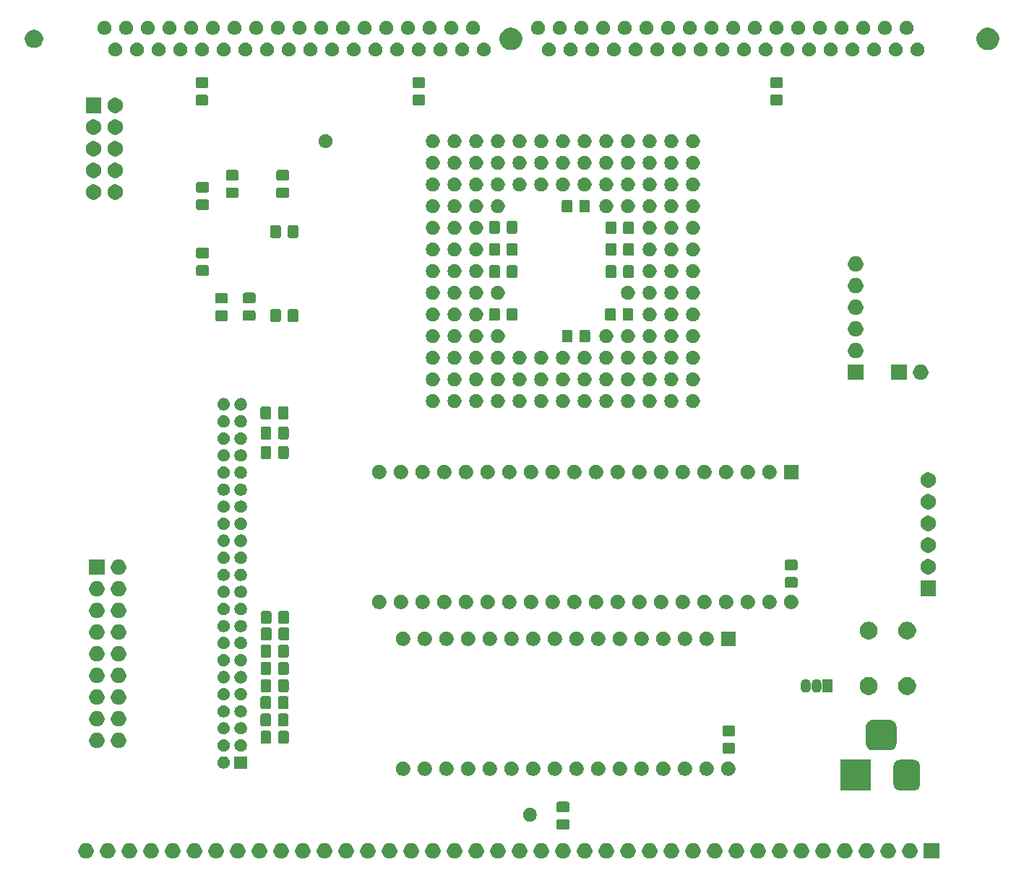
<source format=gbr>
G04 #@! TF.GenerationSoftware,KiCad,Pcbnew,(5.1.5)-3*
G04 #@! TF.CreationDate,2020-06-21T17:55:31-07:00*
G04 #@! TF.ProjectId,CB030 redesign,43423033-3020-4726-9564-657369676e2e,rev?*
G04 #@! TF.SameCoordinates,Original*
G04 #@! TF.FileFunction,Soldermask,Bot*
G04 #@! TF.FilePolarity,Negative*
%FSLAX46Y46*%
G04 Gerber Fmt 4.6, Leading zero omitted, Abs format (unit mm)*
G04 Created by KiCad (PCBNEW (5.1.5)-3) date 2020-06-21 17:55:31*
%MOMM*%
%LPD*%
G04 APERTURE LIST*
%ADD10C,0.100000*%
G04 APERTURE END LIST*
D10*
G36*
X90432754Y-113687817D02*
G01*
X90596689Y-113755721D01*
X90744227Y-113854303D01*
X90869697Y-113979773D01*
X90968279Y-114127311D01*
X91036183Y-114291246D01*
X91070800Y-114465279D01*
X91070800Y-114642721D01*
X91036183Y-114816754D01*
X90968279Y-114980689D01*
X90869697Y-115128227D01*
X90744227Y-115253697D01*
X90596689Y-115352279D01*
X90432754Y-115420183D01*
X90258721Y-115454800D01*
X90081279Y-115454800D01*
X89907246Y-115420183D01*
X89743311Y-115352279D01*
X89595773Y-115253697D01*
X89470303Y-115128227D01*
X89371721Y-114980689D01*
X89303817Y-114816754D01*
X89269200Y-114642721D01*
X89269200Y-114465279D01*
X89303817Y-114291246D01*
X89371721Y-114127311D01*
X89470303Y-113979773D01*
X89595773Y-113854303D01*
X89743311Y-113755721D01*
X89907246Y-113687817D01*
X90081279Y-113653200D01*
X90258721Y-113653200D01*
X90432754Y-113687817D01*
G37*
G36*
X92972754Y-113687817D02*
G01*
X93136689Y-113755721D01*
X93284227Y-113854303D01*
X93409697Y-113979773D01*
X93508279Y-114127311D01*
X93576183Y-114291246D01*
X93610800Y-114465279D01*
X93610800Y-114642721D01*
X93576183Y-114816754D01*
X93508279Y-114980689D01*
X93409697Y-115128227D01*
X93284227Y-115253697D01*
X93136689Y-115352279D01*
X92972754Y-115420183D01*
X92798721Y-115454800D01*
X92621279Y-115454800D01*
X92447246Y-115420183D01*
X92283311Y-115352279D01*
X92135773Y-115253697D01*
X92010303Y-115128227D01*
X91911721Y-114980689D01*
X91843817Y-114816754D01*
X91809200Y-114642721D01*
X91809200Y-114465279D01*
X91843817Y-114291246D01*
X91911721Y-114127311D01*
X92010303Y-113979773D01*
X92135773Y-113854303D01*
X92283311Y-113755721D01*
X92447246Y-113687817D01*
X92621279Y-113653200D01*
X92798721Y-113653200D01*
X92972754Y-113687817D01*
G37*
G36*
X116470800Y-115454800D02*
G01*
X114669200Y-115454800D01*
X114669200Y-113653200D01*
X116470800Y-113653200D01*
X116470800Y-115454800D01*
G37*
G36*
X113292754Y-113687817D02*
G01*
X113456689Y-113755721D01*
X113604227Y-113854303D01*
X113729697Y-113979773D01*
X113828279Y-114127311D01*
X113896183Y-114291246D01*
X113930800Y-114465279D01*
X113930800Y-114642721D01*
X113896183Y-114816754D01*
X113828279Y-114980689D01*
X113729697Y-115128227D01*
X113604227Y-115253697D01*
X113456689Y-115352279D01*
X113292754Y-115420183D01*
X113118721Y-115454800D01*
X112941279Y-115454800D01*
X112767246Y-115420183D01*
X112603311Y-115352279D01*
X112455773Y-115253697D01*
X112330303Y-115128227D01*
X112231721Y-114980689D01*
X112163817Y-114816754D01*
X112129200Y-114642721D01*
X112129200Y-114465279D01*
X112163817Y-114291246D01*
X112231721Y-114127311D01*
X112330303Y-113979773D01*
X112455773Y-113854303D01*
X112603311Y-113755721D01*
X112767246Y-113687817D01*
X112941279Y-113653200D01*
X113118721Y-113653200D01*
X113292754Y-113687817D01*
G37*
G36*
X110752754Y-113687817D02*
G01*
X110916689Y-113755721D01*
X111064227Y-113854303D01*
X111189697Y-113979773D01*
X111288279Y-114127311D01*
X111356183Y-114291246D01*
X111390800Y-114465279D01*
X111390800Y-114642721D01*
X111356183Y-114816754D01*
X111288279Y-114980689D01*
X111189697Y-115128227D01*
X111064227Y-115253697D01*
X110916689Y-115352279D01*
X110752754Y-115420183D01*
X110578721Y-115454800D01*
X110401279Y-115454800D01*
X110227246Y-115420183D01*
X110063311Y-115352279D01*
X109915773Y-115253697D01*
X109790303Y-115128227D01*
X109691721Y-114980689D01*
X109623817Y-114816754D01*
X109589200Y-114642721D01*
X109589200Y-114465279D01*
X109623817Y-114291246D01*
X109691721Y-114127311D01*
X109790303Y-113979773D01*
X109915773Y-113854303D01*
X110063311Y-113755721D01*
X110227246Y-113687817D01*
X110401279Y-113653200D01*
X110578721Y-113653200D01*
X110752754Y-113687817D01*
G37*
G36*
X108212754Y-113687817D02*
G01*
X108376689Y-113755721D01*
X108524227Y-113854303D01*
X108649697Y-113979773D01*
X108748279Y-114127311D01*
X108816183Y-114291246D01*
X108850800Y-114465279D01*
X108850800Y-114642721D01*
X108816183Y-114816754D01*
X108748279Y-114980689D01*
X108649697Y-115128227D01*
X108524227Y-115253697D01*
X108376689Y-115352279D01*
X108212754Y-115420183D01*
X108038721Y-115454800D01*
X107861279Y-115454800D01*
X107687246Y-115420183D01*
X107523311Y-115352279D01*
X107375773Y-115253697D01*
X107250303Y-115128227D01*
X107151721Y-114980689D01*
X107083817Y-114816754D01*
X107049200Y-114642721D01*
X107049200Y-114465279D01*
X107083817Y-114291246D01*
X107151721Y-114127311D01*
X107250303Y-113979773D01*
X107375773Y-113854303D01*
X107523311Y-113755721D01*
X107687246Y-113687817D01*
X107861279Y-113653200D01*
X108038721Y-113653200D01*
X108212754Y-113687817D01*
G37*
G36*
X105672754Y-113687817D02*
G01*
X105836689Y-113755721D01*
X105984227Y-113854303D01*
X106109697Y-113979773D01*
X106208279Y-114127311D01*
X106276183Y-114291246D01*
X106310800Y-114465279D01*
X106310800Y-114642721D01*
X106276183Y-114816754D01*
X106208279Y-114980689D01*
X106109697Y-115128227D01*
X105984227Y-115253697D01*
X105836689Y-115352279D01*
X105672754Y-115420183D01*
X105498721Y-115454800D01*
X105321279Y-115454800D01*
X105147246Y-115420183D01*
X104983311Y-115352279D01*
X104835773Y-115253697D01*
X104710303Y-115128227D01*
X104611721Y-114980689D01*
X104543817Y-114816754D01*
X104509200Y-114642721D01*
X104509200Y-114465279D01*
X104543817Y-114291246D01*
X104611721Y-114127311D01*
X104710303Y-113979773D01*
X104835773Y-113854303D01*
X104983311Y-113755721D01*
X105147246Y-113687817D01*
X105321279Y-113653200D01*
X105498721Y-113653200D01*
X105672754Y-113687817D01*
G37*
G36*
X103132754Y-113687817D02*
G01*
X103296689Y-113755721D01*
X103444227Y-113854303D01*
X103569697Y-113979773D01*
X103668279Y-114127311D01*
X103736183Y-114291246D01*
X103770800Y-114465279D01*
X103770800Y-114642721D01*
X103736183Y-114816754D01*
X103668279Y-114980689D01*
X103569697Y-115128227D01*
X103444227Y-115253697D01*
X103296689Y-115352279D01*
X103132754Y-115420183D01*
X102958721Y-115454800D01*
X102781279Y-115454800D01*
X102607246Y-115420183D01*
X102443311Y-115352279D01*
X102295773Y-115253697D01*
X102170303Y-115128227D01*
X102071721Y-114980689D01*
X102003817Y-114816754D01*
X101969200Y-114642721D01*
X101969200Y-114465279D01*
X102003817Y-114291246D01*
X102071721Y-114127311D01*
X102170303Y-113979773D01*
X102295773Y-113854303D01*
X102443311Y-113755721D01*
X102607246Y-113687817D01*
X102781279Y-113653200D01*
X102958721Y-113653200D01*
X103132754Y-113687817D01*
G37*
G36*
X100592754Y-113687817D02*
G01*
X100756689Y-113755721D01*
X100904227Y-113854303D01*
X101029697Y-113979773D01*
X101128279Y-114127311D01*
X101196183Y-114291246D01*
X101230800Y-114465279D01*
X101230800Y-114642721D01*
X101196183Y-114816754D01*
X101128279Y-114980689D01*
X101029697Y-115128227D01*
X100904227Y-115253697D01*
X100756689Y-115352279D01*
X100592754Y-115420183D01*
X100418721Y-115454800D01*
X100241279Y-115454800D01*
X100067246Y-115420183D01*
X99903311Y-115352279D01*
X99755773Y-115253697D01*
X99630303Y-115128227D01*
X99531721Y-114980689D01*
X99463817Y-114816754D01*
X99429200Y-114642721D01*
X99429200Y-114465279D01*
X99463817Y-114291246D01*
X99531721Y-114127311D01*
X99630303Y-113979773D01*
X99755773Y-113854303D01*
X99903311Y-113755721D01*
X100067246Y-113687817D01*
X100241279Y-113653200D01*
X100418721Y-113653200D01*
X100592754Y-113687817D01*
G37*
G36*
X98052754Y-113687817D02*
G01*
X98216689Y-113755721D01*
X98364227Y-113854303D01*
X98489697Y-113979773D01*
X98588279Y-114127311D01*
X98656183Y-114291246D01*
X98690800Y-114465279D01*
X98690800Y-114642721D01*
X98656183Y-114816754D01*
X98588279Y-114980689D01*
X98489697Y-115128227D01*
X98364227Y-115253697D01*
X98216689Y-115352279D01*
X98052754Y-115420183D01*
X97878721Y-115454800D01*
X97701279Y-115454800D01*
X97527246Y-115420183D01*
X97363311Y-115352279D01*
X97215773Y-115253697D01*
X97090303Y-115128227D01*
X96991721Y-114980689D01*
X96923817Y-114816754D01*
X96889200Y-114642721D01*
X96889200Y-114465279D01*
X96923817Y-114291246D01*
X96991721Y-114127311D01*
X97090303Y-113979773D01*
X97215773Y-113854303D01*
X97363311Y-113755721D01*
X97527246Y-113687817D01*
X97701279Y-113653200D01*
X97878721Y-113653200D01*
X98052754Y-113687817D01*
G37*
G36*
X95512754Y-113687817D02*
G01*
X95676689Y-113755721D01*
X95824227Y-113854303D01*
X95949697Y-113979773D01*
X96048279Y-114127311D01*
X96116183Y-114291246D01*
X96150800Y-114465279D01*
X96150800Y-114642721D01*
X96116183Y-114816754D01*
X96048279Y-114980689D01*
X95949697Y-115128227D01*
X95824227Y-115253697D01*
X95676689Y-115352279D01*
X95512754Y-115420183D01*
X95338721Y-115454800D01*
X95161279Y-115454800D01*
X94987246Y-115420183D01*
X94823311Y-115352279D01*
X94675773Y-115253697D01*
X94550303Y-115128227D01*
X94451721Y-114980689D01*
X94383817Y-114816754D01*
X94349200Y-114642721D01*
X94349200Y-114465279D01*
X94383817Y-114291246D01*
X94451721Y-114127311D01*
X94550303Y-113979773D01*
X94675773Y-113854303D01*
X94823311Y-113755721D01*
X94987246Y-113687817D01*
X95161279Y-113653200D01*
X95338721Y-113653200D01*
X95512754Y-113687817D01*
G37*
G36*
X65032754Y-113687817D02*
G01*
X65196689Y-113755721D01*
X65344227Y-113854303D01*
X65469697Y-113979773D01*
X65568279Y-114127311D01*
X65636183Y-114291246D01*
X65670800Y-114465279D01*
X65670800Y-114642721D01*
X65636183Y-114816754D01*
X65568279Y-114980689D01*
X65469697Y-115128227D01*
X65344227Y-115253697D01*
X65196689Y-115352279D01*
X65032754Y-115420183D01*
X64858721Y-115454800D01*
X64681279Y-115454800D01*
X64507246Y-115420183D01*
X64343311Y-115352279D01*
X64195773Y-115253697D01*
X64070303Y-115128227D01*
X63971721Y-114980689D01*
X63903817Y-114816754D01*
X63869200Y-114642721D01*
X63869200Y-114465279D01*
X63903817Y-114291246D01*
X63971721Y-114127311D01*
X64070303Y-113979773D01*
X64195773Y-113854303D01*
X64343311Y-113755721D01*
X64507246Y-113687817D01*
X64681279Y-113653200D01*
X64858721Y-113653200D01*
X65032754Y-113687817D01*
G37*
G36*
X87892754Y-113687817D02*
G01*
X88056689Y-113755721D01*
X88204227Y-113854303D01*
X88329697Y-113979773D01*
X88428279Y-114127311D01*
X88496183Y-114291246D01*
X88530800Y-114465279D01*
X88530800Y-114642721D01*
X88496183Y-114816754D01*
X88428279Y-114980689D01*
X88329697Y-115128227D01*
X88204227Y-115253697D01*
X88056689Y-115352279D01*
X87892754Y-115420183D01*
X87718721Y-115454800D01*
X87541279Y-115454800D01*
X87367246Y-115420183D01*
X87203311Y-115352279D01*
X87055773Y-115253697D01*
X86930303Y-115128227D01*
X86831721Y-114980689D01*
X86763817Y-114816754D01*
X86729200Y-114642721D01*
X86729200Y-114465279D01*
X86763817Y-114291246D01*
X86831721Y-114127311D01*
X86930303Y-113979773D01*
X87055773Y-113854303D01*
X87203311Y-113755721D01*
X87367246Y-113687817D01*
X87541279Y-113653200D01*
X87718721Y-113653200D01*
X87892754Y-113687817D01*
G37*
G36*
X85352754Y-113687817D02*
G01*
X85516689Y-113755721D01*
X85664227Y-113854303D01*
X85789697Y-113979773D01*
X85888279Y-114127311D01*
X85956183Y-114291246D01*
X85990800Y-114465279D01*
X85990800Y-114642721D01*
X85956183Y-114816754D01*
X85888279Y-114980689D01*
X85789697Y-115128227D01*
X85664227Y-115253697D01*
X85516689Y-115352279D01*
X85352754Y-115420183D01*
X85178721Y-115454800D01*
X85001279Y-115454800D01*
X84827246Y-115420183D01*
X84663311Y-115352279D01*
X84515773Y-115253697D01*
X84390303Y-115128227D01*
X84291721Y-114980689D01*
X84223817Y-114816754D01*
X84189200Y-114642721D01*
X84189200Y-114465279D01*
X84223817Y-114291246D01*
X84291721Y-114127311D01*
X84390303Y-113979773D01*
X84515773Y-113854303D01*
X84663311Y-113755721D01*
X84827246Y-113687817D01*
X85001279Y-113653200D01*
X85178721Y-113653200D01*
X85352754Y-113687817D01*
G37*
G36*
X82812754Y-113687817D02*
G01*
X82976689Y-113755721D01*
X83124227Y-113854303D01*
X83249697Y-113979773D01*
X83348279Y-114127311D01*
X83416183Y-114291246D01*
X83450800Y-114465279D01*
X83450800Y-114642721D01*
X83416183Y-114816754D01*
X83348279Y-114980689D01*
X83249697Y-115128227D01*
X83124227Y-115253697D01*
X82976689Y-115352279D01*
X82812754Y-115420183D01*
X82638721Y-115454800D01*
X82461279Y-115454800D01*
X82287246Y-115420183D01*
X82123311Y-115352279D01*
X81975773Y-115253697D01*
X81850303Y-115128227D01*
X81751721Y-114980689D01*
X81683817Y-114816754D01*
X81649200Y-114642721D01*
X81649200Y-114465279D01*
X81683817Y-114291246D01*
X81751721Y-114127311D01*
X81850303Y-113979773D01*
X81975773Y-113854303D01*
X82123311Y-113755721D01*
X82287246Y-113687817D01*
X82461279Y-113653200D01*
X82638721Y-113653200D01*
X82812754Y-113687817D01*
G37*
G36*
X80272754Y-113687817D02*
G01*
X80436689Y-113755721D01*
X80584227Y-113854303D01*
X80709697Y-113979773D01*
X80808279Y-114127311D01*
X80876183Y-114291246D01*
X80910800Y-114465279D01*
X80910800Y-114642721D01*
X80876183Y-114816754D01*
X80808279Y-114980689D01*
X80709697Y-115128227D01*
X80584227Y-115253697D01*
X80436689Y-115352279D01*
X80272754Y-115420183D01*
X80098721Y-115454800D01*
X79921279Y-115454800D01*
X79747246Y-115420183D01*
X79583311Y-115352279D01*
X79435773Y-115253697D01*
X79310303Y-115128227D01*
X79211721Y-114980689D01*
X79143817Y-114816754D01*
X79109200Y-114642721D01*
X79109200Y-114465279D01*
X79143817Y-114291246D01*
X79211721Y-114127311D01*
X79310303Y-113979773D01*
X79435773Y-113854303D01*
X79583311Y-113755721D01*
X79747246Y-113687817D01*
X79921279Y-113653200D01*
X80098721Y-113653200D01*
X80272754Y-113687817D01*
G37*
G36*
X77732754Y-113687817D02*
G01*
X77896689Y-113755721D01*
X78044227Y-113854303D01*
X78169697Y-113979773D01*
X78268279Y-114127311D01*
X78336183Y-114291246D01*
X78370800Y-114465279D01*
X78370800Y-114642721D01*
X78336183Y-114816754D01*
X78268279Y-114980689D01*
X78169697Y-115128227D01*
X78044227Y-115253697D01*
X77896689Y-115352279D01*
X77732754Y-115420183D01*
X77558721Y-115454800D01*
X77381279Y-115454800D01*
X77207246Y-115420183D01*
X77043311Y-115352279D01*
X76895773Y-115253697D01*
X76770303Y-115128227D01*
X76671721Y-114980689D01*
X76603817Y-114816754D01*
X76569200Y-114642721D01*
X76569200Y-114465279D01*
X76603817Y-114291246D01*
X76671721Y-114127311D01*
X76770303Y-113979773D01*
X76895773Y-113854303D01*
X77043311Y-113755721D01*
X77207246Y-113687817D01*
X77381279Y-113653200D01*
X77558721Y-113653200D01*
X77732754Y-113687817D01*
G37*
G36*
X75192754Y-113687817D02*
G01*
X75356689Y-113755721D01*
X75504227Y-113854303D01*
X75629697Y-113979773D01*
X75728279Y-114127311D01*
X75796183Y-114291246D01*
X75830800Y-114465279D01*
X75830800Y-114642721D01*
X75796183Y-114816754D01*
X75728279Y-114980689D01*
X75629697Y-115128227D01*
X75504227Y-115253697D01*
X75356689Y-115352279D01*
X75192754Y-115420183D01*
X75018721Y-115454800D01*
X74841279Y-115454800D01*
X74667246Y-115420183D01*
X74503311Y-115352279D01*
X74355773Y-115253697D01*
X74230303Y-115128227D01*
X74131721Y-114980689D01*
X74063817Y-114816754D01*
X74029200Y-114642721D01*
X74029200Y-114465279D01*
X74063817Y-114291246D01*
X74131721Y-114127311D01*
X74230303Y-113979773D01*
X74355773Y-113854303D01*
X74503311Y-113755721D01*
X74667246Y-113687817D01*
X74841279Y-113653200D01*
X75018721Y-113653200D01*
X75192754Y-113687817D01*
G37*
G36*
X72652754Y-113687817D02*
G01*
X72816689Y-113755721D01*
X72964227Y-113854303D01*
X73089697Y-113979773D01*
X73188279Y-114127311D01*
X73256183Y-114291246D01*
X73290800Y-114465279D01*
X73290800Y-114642721D01*
X73256183Y-114816754D01*
X73188279Y-114980689D01*
X73089697Y-115128227D01*
X72964227Y-115253697D01*
X72816689Y-115352279D01*
X72652754Y-115420183D01*
X72478721Y-115454800D01*
X72301279Y-115454800D01*
X72127246Y-115420183D01*
X71963311Y-115352279D01*
X71815773Y-115253697D01*
X71690303Y-115128227D01*
X71591721Y-114980689D01*
X71523817Y-114816754D01*
X71489200Y-114642721D01*
X71489200Y-114465279D01*
X71523817Y-114291246D01*
X71591721Y-114127311D01*
X71690303Y-113979773D01*
X71815773Y-113854303D01*
X71963311Y-113755721D01*
X72127246Y-113687817D01*
X72301279Y-113653200D01*
X72478721Y-113653200D01*
X72652754Y-113687817D01*
G37*
G36*
X70112754Y-113687817D02*
G01*
X70276689Y-113755721D01*
X70424227Y-113854303D01*
X70549697Y-113979773D01*
X70648279Y-114127311D01*
X70716183Y-114291246D01*
X70750800Y-114465279D01*
X70750800Y-114642721D01*
X70716183Y-114816754D01*
X70648279Y-114980689D01*
X70549697Y-115128227D01*
X70424227Y-115253697D01*
X70276689Y-115352279D01*
X70112754Y-115420183D01*
X69938721Y-115454800D01*
X69761279Y-115454800D01*
X69587246Y-115420183D01*
X69423311Y-115352279D01*
X69275773Y-115253697D01*
X69150303Y-115128227D01*
X69051721Y-114980689D01*
X68983817Y-114816754D01*
X68949200Y-114642721D01*
X68949200Y-114465279D01*
X68983817Y-114291246D01*
X69051721Y-114127311D01*
X69150303Y-113979773D01*
X69275773Y-113854303D01*
X69423311Y-113755721D01*
X69587246Y-113687817D01*
X69761279Y-113653200D01*
X69938721Y-113653200D01*
X70112754Y-113687817D01*
G37*
G36*
X39632754Y-113687817D02*
G01*
X39796689Y-113755721D01*
X39944227Y-113854303D01*
X40069697Y-113979773D01*
X40168279Y-114127311D01*
X40236183Y-114291246D01*
X40270800Y-114465279D01*
X40270800Y-114642721D01*
X40236183Y-114816754D01*
X40168279Y-114980689D01*
X40069697Y-115128227D01*
X39944227Y-115253697D01*
X39796689Y-115352279D01*
X39632754Y-115420183D01*
X39458721Y-115454800D01*
X39281279Y-115454800D01*
X39107246Y-115420183D01*
X38943311Y-115352279D01*
X38795773Y-115253697D01*
X38670303Y-115128227D01*
X38571721Y-114980689D01*
X38503817Y-114816754D01*
X38469200Y-114642721D01*
X38469200Y-114465279D01*
X38503817Y-114291246D01*
X38571721Y-114127311D01*
X38670303Y-113979773D01*
X38795773Y-113854303D01*
X38943311Y-113755721D01*
X39107246Y-113687817D01*
X39281279Y-113653200D01*
X39458721Y-113653200D01*
X39632754Y-113687817D01*
G37*
G36*
X19312754Y-113687817D02*
G01*
X19476689Y-113755721D01*
X19624227Y-113854303D01*
X19749697Y-113979773D01*
X19848279Y-114127311D01*
X19916183Y-114291246D01*
X19950800Y-114465279D01*
X19950800Y-114642721D01*
X19916183Y-114816754D01*
X19848279Y-114980689D01*
X19749697Y-115128227D01*
X19624227Y-115253697D01*
X19476689Y-115352279D01*
X19312754Y-115420183D01*
X19138721Y-115454800D01*
X18961279Y-115454800D01*
X18787246Y-115420183D01*
X18623311Y-115352279D01*
X18475773Y-115253697D01*
X18350303Y-115128227D01*
X18251721Y-114980689D01*
X18183817Y-114816754D01*
X18149200Y-114642721D01*
X18149200Y-114465279D01*
X18183817Y-114291246D01*
X18251721Y-114127311D01*
X18350303Y-113979773D01*
X18475773Y-113854303D01*
X18623311Y-113755721D01*
X18787246Y-113687817D01*
X18961279Y-113653200D01*
X19138721Y-113653200D01*
X19312754Y-113687817D01*
G37*
G36*
X62492754Y-113687817D02*
G01*
X62656689Y-113755721D01*
X62804227Y-113854303D01*
X62929697Y-113979773D01*
X63028279Y-114127311D01*
X63096183Y-114291246D01*
X63130800Y-114465279D01*
X63130800Y-114642721D01*
X63096183Y-114816754D01*
X63028279Y-114980689D01*
X62929697Y-115128227D01*
X62804227Y-115253697D01*
X62656689Y-115352279D01*
X62492754Y-115420183D01*
X62318721Y-115454800D01*
X62141279Y-115454800D01*
X61967246Y-115420183D01*
X61803311Y-115352279D01*
X61655773Y-115253697D01*
X61530303Y-115128227D01*
X61431721Y-114980689D01*
X61363817Y-114816754D01*
X61329200Y-114642721D01*
X61329200Y-114465279D01*
X61363817Y-114291246D01*
X61431721Y-114127311D01*
X61530303Y-113979773D01*
X61655773Y-113854303D01*
X61803311Y-113755721D01*
X61967246Y-113687817D01*
X62141279Y-113653200D01*
X62318721Y-113653200D01*
X62492754Y-113687817D01*
G37*
G36*
X59952754Y-113687817D02*
G01*
X60116689Y-113755721D01*
X60264227Y-113854303D01*
X60389697Y-113979773D01*
X60488279Y-114127311D01*
X60556183Y-114291246D01*
X60590800Y-114465279D01*
X60590800Y-114642721D01*
X60556183Y-114816754D01*
X60488279Y-114980689D01*
X60389697Y-115128227D01*
X60264227Y-115253697D01*
X60116689Y-115352279D01*
X59952754Y-115420183D01*
X59778721Y-115454800D01*
X59601279Y-115454800D01*
X59427246Y-115420183D01*
X59263311Y-115352279D01*
X59115773Y-115253697D01*
X58990303Y-115128227D01*
X58891721Y-114980689D01*
X58823817Y-114816754D01*
X58789200Y-114642721D01*
X58789200Y-114465279D01*
X58823817Y-114291246D01*
X58891721Y-114127311D01*
X58990303Y-113979773D01*
X59115773Y-113854303D01*
X59263311Y-113755721D01*
X59427246Y-113687817D01*
X59601279Y-113653200D01*
X59778721Y-113653200D01*
X59952754Y-113687817D01*
G37*
G36*
X57412754Y-113687817D02*
G01*
X57576689Y-113755721D01*
X57724227Y-113854303D01*
X57849697Y-113979773D01*
X57948279Y-114127311D01*
X58016183Y-114291246D01*
X58050800Y-114465279D01*
X58050800Y-114642721D01*
X58016183Y-114816754D01*
X57948279Y-114980689D01*
X57849697Y-115128227D01*
X57724227Y-115253697D01*
X57576689Y-115352279D01*
X57412754Y-115420183D01*
X57238721Y-115454800D01*
X57061279Y-115454800D01*
X56887246Y-115420183D01*
X56723311Y-115352279D01*
X56575773Y-115253697D01*
X56450303Y-115128227D01*
X56351721Y-114980689D01*
X56283817Y-114816754D01*
X56249200Y-114642721D01*
X56249200Y-114465279D01*
X56283817Y-114291246D01*
X56351721Y-114127311D01*
X56450303Y-113979773D01*
X56575773Y-113854303D01*
X56723311Y-113755721D01*
X56887246Y-113687817D01*
X57061279Y-113653200D01*
X57238721Y-113653200D01*
X57412754Y-113687817D01*
G37*
G36*
X54872754Y-113687817D02*
G01*
X55036689Y-113755721D01*
X55184227Y-113854303D01*
X55309697Y-113979773D01*
X55408279Y-114127311D01*
X55476183Y-114291246D01*
X55510800Y-114465279D01*
X55510800Y-114642721D01*
X55476183Y-114816754D01*
X55408279Y-114980689D01*
X55309697Y-115128227D01*
X55184227Y-115253697D01*
X55036689Y-115352279D01*
X54872754Y-115420183D01*
X54698721Y-115454800D01*
X54521279Y-115454800D01*
X54347246Y-115420183D01*
X54183311Y-115352279D01*
X54035773Y-115253697D01*
X53910303Y-115128227D01*
X53811721Y-114980689D01*
X53743817Y-114816754D01*
X53709200Y-114642721D01*
X53709200Y-114465279D01*
X53743817Y-114291246D01*
X53811721Y-114127311D01*
X53910303Y-113979773D01*
X54035773Y-113854303D01*
X54183311Y-113755721D01*
X54347246Y-113687817D01*
X54521279Y-113653200D01*
X54698721Y-113653200D01*
X54872754Y-113687817D01*
G37*
G36*
X52332754Y-113687817D02*
G01*
X52496689Y-113755721D01*
X52644227Y-113854303D01*
X52769697Y-113979773D01*
X52868279Y-114127311D01*
X52936183Y-114291246D01*
X52970800Y-114465279D01*
X52970800Y-114642721D01*
X52936183Y-114816754D01*
X52868279Y-114980689D01*
X52769697Y-115128227D01*
X52644227Y-115253697D01*
X52496689Y-115352279D01*
X52332754Y-115420183D01*
X52158721Y-115454800D01*
X51981279Y-115454800D01*
X51807246Y-115420183D01*
X51643311Y-115352279D01*
X51495773Y-115253697D01*
X51370303Y-115128227D01*
X51271721Y-114980689D01*
X51203817Y-114816754D01*
X51169200Y-114642721D01*
X51169200Y-114465279D01*
X51203817Y-114291246D01*
X51271721Y-114127311D01*
X51370303Y-113979773D01*
X51495773Y-113854303D01*
X51643311Y-113755721D01*
X51807246Y-113687817D01*
X51981279Y-113653200D01*
X52158721Y-113653200D01*
X52332754Y-113687817D01*
G37*
G36*
X49792754Y-113687817D02*
G01*
X49956689Y-113755721D01*
X50104227Y-113854303D01*
X50229697Y-113979773D01*
X50328279Y-114127311D01*
X50396183Y-114291246D01*
X50430800Y-114465279D01*
X50430800Y-114642721D01*
X50396183Y-114816754D01*
X50328279Y-114980689D01*
X50229697Y-115128227D01*
X50104227Y-115253697D01*
X49956689Y-115352279D01*
X49792754Y-115420183D01*
X49618721Y-115454800D01*
X49441279Y-115454800D01*
X49267246Y-115420183D01*
X49103311Y-115352279D01*
X48955773Y-115253697D01*
X48830303Y-115128227D01*
X48731721Y-114980689D01*
X48663817Y-114816754D01*
X48629200Y-114642721D01*
X48629200Y-114465279D01*
X48663817Y-114291246D01*
X48731721Y-114127311D01*
X48830303Y-113979773D01*
X48955773Y-113854303D01*
X49103311Y-113755721D01*
X49267246Y-113687817D01*
X49441279Y-113653200D01*
X49618721Y-113653200D01*
X49792754Y-113687817D01*
G37*
G36*
X47252754Y-113687817D02*
G01*
X47416689Y-113755721D01*
X47564227Y-113854303D01*
X47689697Y-113979773D01*
X47788279Y-114127311D01*
X47856183Y-114291246D01*
X47890800Y-114465279D01*
X47890800Y-114642721D01*
X47856183Y-114816754D01*
X47788279Y-114980689D01*
X47689697Y-115128227D01*
X47564227Y-115253697D01*
X47416689Y-115352279D01*
X47252754Y-115420183D01*
X47078721Y-115454800D01*
X46901279Y-115454800D01*
X46727246Y-115420183D01*
X46563311Y-115352279D01*
X46415773Y-115253697D01*
X46290303Y-115128227D01*
X46191721Y-114980689D01*
X46123817Y-114816754D01*
X46089200Y-114642721D01*
X46089200Y-114465279D01*
X46123817Y-114291246D01*
X46191721Y-114127311D01*
X46290303Y-113979773D01*
X46415773Y-113854303D01*
X46563311Y-113755721D01*
X46727246Y-113687817D01*
X46901279Y-113653200D01*
X47078721Y-113653200D01*
X47252754Y-113687817D01*
G37*
G36*
X44712754Y-113687817D02*
G01*
X44876689Y-113755721D01*
X45024227Y-113854303D01*
X45149697Y-113979773D01*
X45248279Y-114127311D01*
X45316183Y-114291246D01*
X45350800Y-114465279D01*
X45350800Y-114642721D01*
X45316183Y-114816754D01*
X45248279Y-114980689D01*
X45149697Y-115128227D01*
X45024227Y-115253697D01*
X44876689Y-115352279D01*
X44712754Y-115420183D01*
X44538721Y-115454800D01*
X44361279Y-115454800D01*
X44187246Y-115420183D01*
X44023311Y-115352279D01*
X43875773Y-115253697D01*
X43750303Y-115128227D01*
X43651721Y-114980689D01*
X43583817Y-114816754D01*
X43549200Y-114642721D01*
X43549200Y-114465279D01*
X43583817Y-114291246D01*
X43651721Y-114127311D01*
X43750303Y-113979773D01*
X43875773Y-113854303D01*
X44023311Y-113755721D01*
X44187246Y-113687817D01*
X44361279Y-113653200D01*
X44538721Y-113653200D01*
X44712754Y-113687817D01*
G37*
G36*
X42172754Y-113687817D02*
G01*
X42336689Y-113755721D01*
X42484227Y-113854303D01*
X42609697Y-113979773D01*
X42708279Y-114127311D01*
X42776183Y-114291246D01*
X42810800Y-114465279D01*
X42810800Y-114642721D01*
X42776183Y-114816754D01*
X42708279Y-114980689D01*
X42609697Y-115128227D01*
X42484227Y-115253697D01*
X42336689Y-115352279D01*
X42172754Y-115420183D01*
X41998721Y-115454800D01*
X41821279Y-115454800D01*
X41647246Y-115420183D01*
X41483311Y-115352279D01*
X41335773Y-115253697D01*
X41210303Y-115128227D01*
X41111721Y-114980689D01*
X41043817Y-114816754D01*
X41009200Y-114642721D01*
X41009200Y-114465279D01*
X41043817Y-114291246D01*
X41111721Y-114127311D01*
X41210303Y-113979773D01*
X41335773Y-113854303D01*
X41483311Y-113755721D01*
X41647246Y-113687817D01*
X41821279Y-113653200D01*
X41998721Y-113653200D01*
X42172754Y-113687817D01*
G37*
G36*
X37092754Y-113687817D02*
G01*
X37256689Y-113755721D01*
X37404227Y-113854303D01*
X37529697Y-113979773D01*
X37628279Y-114127311D01*
X37696183Y-114291246D01*
X37730800Y-114465279D01*
X37730800Y-114642721D01*
X37696183Y-114816754D01*
X37628279Y-114980689D01*
X37529697Y-115128227D01*
X37404227Y-115253697D01*
X37256689Y-115352279D01*
X37092754Y-115420183D01*
X36918721Y-115454800D01*
X36741279Y-115454800D01*
X36567246Y-115420183D01*
X36403311Y-115352279D01*
X36255773Y-115253697D01*
X36130303Y-115128227D01*
X36031721Y-114980689D01*
X35963817Y-114816754D01*
X35929200Y-114642721D01*
X35929200Y-114465279D01*
X35963817Y-114291246D01*
X36031721Y-114127311D01*
X36130303Y-113979773D01*
X36255773Y-113854303D01*
X36403311Y-113755721D01*
X36567246Y-113687817D01*
X36741279Y-113653200D01*
X36918721Y-113653200D01*
X37092754Y-113687817D01*
G37*
G36*
X34552754Y-113687817D02*
G01*
X34716689Y-113755721D01*
X34864227Y-113854303D01*
X34989697Y-113979773D01*
X35088279Y-114127311D01*
X35156183Y-114291246D01*
X35190800Y-114465279D01*
X35190800Y-114642721D01*
X35156183Y-114816754D01*
X35088279Y-114980689D01*
X34989697Y-115128227D01*
X34864227Y-115253697D01*
X34716689Y-115352279D01*
X34552754Y-115420183D01*
X34378721Y-115454800D01*
X34201279Y-115454800D01*
X34027246Y-115420183D01*
X33863311Y-115352279D01*
X33715773Y-115253697D01*
X33590303Y-115128227D01*
X33491721Y-114980689D01*
X33423817Y-114816754D01*
X33389200Y-114642721D01*
X33389200Y-114465279D01*
X33423817Y-114291246D01*
X33491721Y-114127311D01*
X33590303Y-113979773D01*
X33715773Y-113854303D01*
X33863311Y-113755721D01*
X34027246Y-113687817D01*
X34201279Y-113653200D01*
X34378721Y-113653200D01*
X34552754Y-113687817D01*
G37*
G36*
X32012754Y-113687817D02*
G01*
X32176689Y-113755721D01*
X32324227Y-113854303D01*
X32449697Y-113979773D01*
X32548279Y-114127311D01*
X32616183Y-114291246D01*
X32650800Y-114465279D01*
X32650800Y-114642721D01*
X32616183Y-114816754D01*
X32548279Y-114980689D01*
X32449697Y-115128227D01*
X32324227Y-115253697D01*
X32176689Y-115352279D01*
X32012754Y-115420183D01*
X31838721Y-115454800D01*
X31661279Y-115454800D01*
X31487246Y-115420183D01*
X31323311Y-115352279D01*
X31175773Y-115253697D01*
X31050303Y-115128227D01*
X30951721Y-114980689D01*
X30883817Y-114816754D01*
X30849200Y-114642721D01*
X30849200Y-114465279D01*
X30883817Y-114291246D01*
X30951721Y-114127311D01*
X31050303Y-113979773D01*
X31175773Y-113854303D01*
X31323311Y-113755721D01*
X31487246Y-113687817D01*
X31661279Y-113653200D01*
X31838721Y-113653200D01*
X32012754Y-113687817D01*
G37*
G36*
X29472754Y-113687817D02*
G01*
X29636689Y-113755721D01*
X29784227Y-113854303D01*
X29909697Y-113979773D01*
X30008279Y-114127311D01*
X30076183Y-114291246D01*
X30110800Y-114465279D01*
X30110800Y-114642721D01*
X30076183Y-114816754D01*
X30008279Y-114980689D01*
X29909697Y-115128227D01*
X29784227Y-115253697D01*
X29636689Y-115352279D01*
X29472754Y-115420183D01*
X29298721Y-115454800D01*
X29121279Y-115454800D01*
X28947246Y-115420183D01*
X28783311Y-115352279D01*
X28635773Y-115253697D01*
X28510303Y-115128227D01*
X28411721Y-114980689D01*
X28343817Y-114816754D01*
X28309200Y-114642721D01*
X28309200Y-114465279D01*
X28343817Y-114291246D01*
X28411721Y-114127311D01*
X28510303Y-113979773D01*
X28635773Y-113854303D01*
X28783311Y-113755721D01*
X28947246Y-113687817D01*
X29121279Y-113653200D01*
X29298721Y-113653200D01*
X29472754Y-113687817D01*
G37*
G36*
X26932754Y-113687817D02*
G01*
X27096689Y-113755721D01*
X27244227Y-113854303D01*
X27369697Y-113979773D01*
X27468279Y-114127311D01*
X27536183Y-114291246D01*
X27570800Y-114465279D01*
X27570800Y-114642721D01*
X27536183Y-114816754D01*
X27468279Y-114980689D01*
X27369697Y-115128227D01*
X27244227Y-115253697D01*
X27096689Y-115352279D01*
X26932754Y-115420183D01*
X26758721Y-115454800D01*
X26581279Y-115454800D01*
X26407246Y-115420183D01*
X26243311Y-115352279D01*
X26095773Y-115253697D01*
X25970303Y-115128227D01*
X25871721Y-114980689D01*
X25803817Y-114816754D01*
X25769200Y-114642721D01*
X25769200Y-114465279D01*
X25803817Y-114291246D01*
X25871721Y-114127311D01*
X25970303Y-113979773D01*
X26095773Y-113854303D01*
X26243311Y-113755721D01*
X26407246Y-113687817D01*
X26581279Y-113653200D01*
X26758721Y-113653200D01*
X26932754Y-113687817D01*
G37*
G36*
X24392754Y-113687817D02*
G01*
X24556689Y-113755721D01*
X24704227Y-113854303D01*
X24829697Y-113979773D01*
X24928279Y-114127311D01*
X24996183Y-114291246D01*
X25030800Y-114465279D01*
X25030800Y-114642721D01*
X24996183Y-114816754D01*
X24928279Y-114980689D01*
X24829697Y-115128227D01*
X24704227Y-115253697D01*
X24556689Y-115352279D01*
X24392754Y-115420183D01*
X24218721Y-115454800D01*
X24041279Y-115454800D01*
X23867246Y-115420183D01*
X23703311Y-115352279D01*
X23555773Y-115253697D01*
X23430303Y-115128227D01*
X23331721Y-114980689D01*
X23263817Y-114816754D01*
X23229200Y-114642721D01*
X23229200Y-114465279D01*
X23263817Y-114291246D01*
X23331721Y-114127311D01*
X23430303Y-113979773D01*
X23555773Y-113854303D01*
X23703311Y-113755721D01*
X23867246Y-113687817D01*
X24041279Y-113653200D01*
X24218721Y-113653200D01*
X24392754Y-113687817D01*
G37*
G36*
X21852754Y-113687817D02*
G01*
X22016689Y-113755721D01*
X22164227Y-113854303D01*
X22289697Y-113979773D01*
X22388279Y-114127311D01*
X22456183Y-114291246D01*
X22490800Y-114465279D01*
X22490800Y-114642721D01*
X22456183Y-114816754D01*
X22388279Y-114980689D01*
X22289697Y-115128227D01*
X22164227Y-115253697D01*
X22016689Y-115352279D01*
X21852754Y-115420183D01*
X21678721Y-115454800D01*
X21501279Y-115454800D01*
X21327246Y-115420183D01*
X21163311Y-115352279D01*
X21015773Y-115253697D01*
X20890303Y-115128227D01*
X20791721Y-114980689D01*
X20723817Y-114816754D01*
X20689200Y-114642721D01*
X20689200Y-114465279D01*
X20723817Y-114291246D01*
X20791721Y-114127311D01*
X20890303Y-113979773D01*
X21015773Y-113854303D01*
X21163311Y-113755721D01*
X21327246Y-113687817D01*
X21501279Y-113653200D01*
X21678721Y-113653200D01*
X21852754Y-113687817D01*
G37*
G36*
X16772754Y-113687817D02*
G01*
X16936689Y-113755721D01*
X17084227Y-113854303D01*
X17209697Y-113979773D01*
X17308279Y-114127311D01*
X17376183Y-114291246D01*
X17410800Y-114465279D01*
X17410800Y-114642721D01*
X17376183Y-114816754D01*
X17308279Y-114980689D01*
X17209697Y-115128227D01*
X17084227Y-115253697D01*
X16936689Y-115352279D01*
X16772754Y-115420183D01*
X16598721Y-115454800D01*
X16421279Y-115454800D01*
X16247246Y-115420183D01*
X16083311Y-115352279D01*
X15935773Y-115253697D01*
X15810303Y-115128227D01*
X15711721Y-114980689D01*
X15643817Y-114816754D01*
X15609200Y-114642721D01*
X15609200Y-114465279D01*
X15643817Y-114291246D01*
X15711721Y-114127311D01*
X15810303Y-113979773D01*
X15935773Y-113854303D01*
X16083311Y-113755721D01*
X16247246Y-113687817D01*
X16421279Y-113653200D01*
X16598721Y-113653200D01*
X16772754Y-113687817D01*
G37*
G36*
X67572754Y-113687817D02*
G01*
X67736689Y-113755721D01*
X67884227Y-113854303D01*
X68009697Y-113979773D01*
X68108279Y-114127311D01*
X68176183Y-114291246D01*
X68210800Y-114465279D01*
X68210800Y-114642721D01*
X68176183Y-114816754D01*
X68108279Y-114980689D01*
X68009697Y-115128227D01*
X67884227Y-115253697D01*
X67736689Y-115352279D01*
X67572754Y-115420183D01*
X67398721Y-115454800D01*
X67221279Y-115454800D01*
X67047246Y-115420183D01*
X66883311Y-115352279D01*
X66735773Y-115253697D01*
X66610303Y-115128227D01*
X66511721Y-114980689D01*
X66443817Y-114816754D01*
X66409200Y-114642721D01*
X66409200Y-114465279D01*
X66443817Y-114291246D01*
X66511721Y-114127311D01*
X66610303Y-113979773D01*
X66735773Y-113854303D01*
X66883311Y-113755721D01*
X67047246Y-113687817D01*
X67221279Y-113653200D01*
X67398721Y-113653200D01*
X67572754Y-113687817D01*
G37*
G36*
X72944857Y-110830117D02*
G01*
X72990465Y-110843952D01*
X73032504Y-110866422D01*
X73069344Y-110896656D01*
X73099578Y-110933496D01*
X73122048Y-110975535D01*
X73135883Y-111021143D01*
X73140800Y-111071065D01*
X73140800Y-111830935D01*
X73135883Y-111880857D01*
X73122048Y-111926465D01*
X73099578Y-111968504D01*
X73069344Y-112005344D01*
X73032504Y-112035578D01*
X72990465Y-112058048D01*
X72944857Y-112071883D01*
X72894935Y-112076800D01*
X71885065Y-112076800D01*
X71835143Y-112071883D01*
X71789535Y-112058048D01*
X71747496Y-112035578D01*
X71710656Y-112005344D01*
X71680422Y-111968504D01*
X71657952Y-111926465D01*
X71644117Y-111880857D01*
X71639200Y-111830935D01*
X71639200Y-111071065D01*
X71644117Y-111021143D01*
X71657952Y-110975535D01*
X71680422Y-110933496D01*
X71710656Y-110896656D01*
X71747496Y-110866422D01*
X71789535Y-110843952D01*
X71835143Y-110830117D01*
X71885065Y-110825200D01*
X72894935Y-110825200D01*
X72944857Y-110830117D01*
G37*
G36*
X68750085Y-109529974D02*
G01*
X68895822Y-109590339D01*
X69026982Y-109677978D01*
X69138522Y-109789518D01*
X69226161Y-109920678D01*
X69286526Y-110066415D01*
X69317300Y-110221128D01*
X69317300Y-110378872D01*
X69286526Y-110533585D01*
X69226161Y-110679322D01*
X69138522Y-110810482D01*
X69026982Y-110922022D01*
X68895822Y-111009661D01*
X68750085Y-111070026D01*
X68595372Y-111100800D01*
X68437628Y-111100800D01*
X68282915Y-111070026D01*
X68137178Y-111009661D01*
X68006018Y-110922022D01*
X67894478Y-110810482D01*
X67806839Y-110679322D01*
X67746474Y-110533585D01*
X67715700Y-110378872D01*
X67715700Y-110221128D01*
X67746474Y-110066415D01*
X67806839Y-109920678D01*
X67894478Y-109789518D01*
X68006018Y-109677978D01*
X68137178Y-109590339D01*
X68282915Y-109529974D01*
X68437628Y-109499200D01*
X68595372Y-109499200D01*
X68750085Y-109529974D01*
G37*
G36*
X72944857Y-108780117D02*
G01*
X72990465Y-108793952D01*
X73032504Y-108816422D01*
X73069344Y-108846656D01*
X73099578Y-108883496D01*
X73122048Y-108925535D01*
X73135883Y-108971143D01*
X73140800Y-109021065D01*
X73140800Y-109780935D01*
X73135883Y-109830857D01*
X73122048Y-109876465D01*
X73099578Y-109918504D01*
X73069344Y-109955344D01*
X73032504Y-109985578D01*
X72990465Y-110008048D01*
X72944857Y-110021883D01*
X72894935Y-110026800D01*
X71885065Y-110026800D01*
X71835143Y-110021883D01*
X71789535Y-110008048D01*
X71747496Y-109985578D01*
X71710656Y-109955344D01*
X71680422Y-109918504D01*
X71657952Y-109876465D01*
X71644117Y-109830857D01*
X71639200Y-109780935D01*
X71639200Y-109021065D01*
X71644117Y-108971143D01*
X71657952Y-108925535D01*
X71680422Y-108883496D01*
X71710656Y-108846656D01*
X71747496Y-108816422D01*
X71789535Y-108793952D01*
X71835143Y-108780117D01*
X71885065Y-108775200D01*
X72894935Y-108775200D01*
X72944857Y-108780117D01*
G37*
G36*
X108480800Y-107464800D02*
G01*
X104879200Y-107464800D01*
X104879200Y-103863200D01*
X108480800Y-103863200D01*
X108480800Y-107464800D01*
G37*
G36*
X113627066Y-103877851D02*
G01*
X113767718Y-103920517D01*
X113897342Y-103989803D01*
X114010956Y-104083044D01*
X114104197Y-104196658D01*
X114173483Y-104326282D01*
X114216149Y-104466934D01*
X114230800Y-104615691D01*
X114230800Y-106712309D01*
X114216149Y-106861066D01*
X114173483Y-107001718D01*
X114104197Y-107131342D01*
X114010956Y-107244956D01*
X113897342Y-107338197D01*
X113767718Y-107407483D01*
X113627066Y-107450149D01*
X113478309Y-107464800D01*
X111881691Y-107464800D01*
X111732934Y-107450149D01*
X111592282Y-107407483D01*
X111462658Y-107338197D01*
X111349044Y-107244956D01*
X111255803Y-107131342D01*
X111186517Y-107001718D01*
X111143851Y-106861066D01*
X111129200Y-106712309D01*
X111129200Y-104615691D01*
X111143851Y-104466934D01*
X111186517Y-104326282D01*
X111255803Y-104196658D01*
X111349044Y-104083044D01*
X111462658Y-103989803D01*
X111592282Y-103920517D01*
X111732934Y-103877851D01*
X111881691Y-103863200D01*
X113478309Y-103863200D01*
X113627066Y-103877851D01*
G37*
G36*
X84385669Y-104083895D02*
G01*
X84540505Y-104148031D01*
X84679854Y-104241140D01*
X84798360Y-104359646D01*
X84891469Y-104498995D01*
X84955605Y-104653831D01*
X84988300Y-104818203D01*
X84988300Y-104985797D01*
X84955605Y-105150169D01*
X84891469Y-105305005D01*
X84798360Y-105444354D01*
X84679854Y-105562860D01*
X84540505Y-105655969D01*
X84385669Y-105720105D01*
X84221297Y-105752800D01*
X84053703Y-105752800D01*
X83889331Y-105720105D01*
X83734495Y-105655969D01*
X83595146Y-105562860D01*
X83476640Y-105444354D01*
X83383531Y-105305005D01*
X83319395Y-105150169D01*
X83286700Y-104985797D01*
X83286700Y-104818203D01*
X83319395Y-104653831D01*
X83383531Y-104498995D01*
X83476640Y-104359646D01*
X83595146Y-104241140D01*
X83734495Y-104148031D01*
X83889331Y-104083895D01*
X84053703Y-104051200D01*
X84221297Y-104051200D01*
X84385669Y-104083895D01*
G37*
G36*
X92005669Y-104083895D02*
G01*
X92160505Y-104148031D01*
X92299854Y-104241140D01*
X92418360Y-104359646D01*
X92511469Y-104498995D01*
X92575605Y-104653831D01*
X92608300Y-104818203D01*
X92608300Y-104985797D01*
X92575605Y-105150169D01*
X92511469Y-105305005D01*
X92418360Y-105444354D01*
X92299854Y-105562860D01*
X92160505Y-105655969D01*
X92005669Y-105720105D01*
X91841297Y-105752800D01*
X91673703Y-105752800D01*
X91509331Y-105720105D01*
X91354495Y-105655969D01*
X91215146Y-105562860D01*
X91096640Y-105444354D01*
X91003531Y-105305005D01*
X90939395Y-105150169D01*
X90906700Y-104985797D01*
X90906700Y-104818203D01*
X90939395Y-104653831D01*
X91003531Y-104498995D01*
X91096640Y-104359646D01*
X91215146Y-104241140D01*
X91354495Y-104148031D01*
X91509331Y-104083895D01*
X91673703Y-104051200D01*
X91841297Y-104051200D01*
X92005669Y-104083895D01*
G37*
G36*
X89465669Y-104083895D02*
G01*
X89620505Y-104148031D01*
X89759854Y-104241140D01*
X89878360Y-104359646D01*
X89971469Y-104498995D01*
X90035605Y-104653831D01*
X90068300Y-104818203D01*
X90068300Y-104985797D01*
X90035605Y-105150169D01*
X89971469Y-105305005D01*
X89878360Y-105444354D01*
X89759854Y-105562860D01*
X89620505Y-105655969D01*
X89465669Y-105720105D01*
X89301297Y-105752800D01*
X89133703Y-105752800D01*
X88969331Y-105720105D01*
X88814495Y-105655969D01*
X88675146Y-105562860D01*
X88556640Y-105444354D01*
X88463531Y-105305005D01*
X88399395Y-105150169D01*
X88366700Y-104985797D01*
X88366700Y-104818203D01*
X88399395Y-104653831D01*
X88463531Y-104498995D01*
X88556640Y-104359646D01*
X88675146Y-104241140D01*
X88814495Y-104148031D01*
X88969331Y-104083895D01*
X89133703Y-104051200D01*
X89301297Y-104051200D01*
X89465669Y-104083895D01*
G37*
G36*
X86925669Y-104083895D02*
G01*
X87080505Y-104148031D01*
X87219854Y-104241140D01*
X87338360Y-104359646D01*
X87431469Y-104498995D01*
X87495605Y-104653831D01*
X87528300Y-104818203D01*
X87528300Y-104985797D01*
X87495605Y-105150169D01*
X87431469Y-105305005D01*
X87338360Y-105444354D01*
X87219854Y-105562860D01*
X87080505Y-105655969D01*
X86925669Y-105720105D01*
X86761297Y-105752800D01*
X86593703Y-105752800D01*
X86429331Y-105720105D01*
X86274495Y-105655969D01*
X86135146Y-105562860D01*
X86016640Y-105444354D01*
X85923531Y-105305005D01*
X85859395Y-105150169D01*
X85826700Y-104985797D01*
X85826700Y-104818203D01*
X85859395Y-104653831D01*
X85923531Y-104498995D01*
X86016640Y-104359646D01*
X86135146Y-104241140D01*
X86274495Y-104148031D01*
X86429331Y-104083895D01*
X86593703Y-104051200D01*
X86761297Y-104051200D01*
X86925669Y-104083895D01*
G37*
G36*
X81845669Y-104083895D02*
G01*
X82000505Y-104148031D01*
X82139854Y-104241140D01*
X82258360Y-104359646D01*
X82351469Y-104498995D01*
X82415605Y-104653831D01*
X82448300Y-104818203D01*
X82448300Y-104985797D01*
X82415605Y-105150169D01*
X82351469Y-105305005D01*
X82258360Y-105444354D01*
X82139854Y-105562860D01*
X82000505Y-105655969D01*
X81845669Y-105720105D01*
X81681297Y-105752800D01*
X81513703Y-105752800D01*
X81349331Y-105720105D01*
X81194495Y-105655969D01*
X81055146Y-105562860D01*
X80936640Y-105444354D01*
X80843531Y-105305005D01*
X80779395Y-105150169D01*
X80746700Y-104985797D01*
X80746700Y-104818203D01*
X80779395Y-104653831D01*
X80843531Y-104498995D01*
X80936640Y-104359646D01*
X81055146Y-104241140D01*
X81194495Y-104148031D01*
X81349331Y-104083895D01*
X81513703Y-104051200D01*
X81681297Y-104051200D01*
X81845669Y-104083895D01*
G37*
G36*
X79305669Y-104083895D02*
G01*
X79460505Y-104148031D01*
X79599854Y-104241140D01*
X79718360Y-104359646D01*
X79811469Y-104498995D01*
X79875605Y-104653831D01*
X79908300Y-104818203D01*
X79908300Y-104985797D01*
X79875605Y-105150169D01*
X79811469Y-105305005D01*
X79718360Y-105444354D01*
X79599854Y-105562860D01*
X79460505Y-105655969D01*
X79305669Y-105720105D01*
X79141297Y-105752800D01*
X78973703Y-105752800D01*
X78809331Y-105720105D01*
X78654495Y-105655969D01*
X78515146Y-105562860D01*
X78396640Y-105444354D01*
X78303531Y-105305005D01*
X78239395Y-105150169D01*
X78206700Y-104985797D01*
X78206700Y-104818203D01*
X78239395Y-104653831D01*
X78303531Y-104498995D01*
X78396640Y-104359646D01*
X78515146Y-104241140D01*
X78654495Y-104148031D01*
X78809331Y-104083895D01*
X78973703Y-104051200D01*
X79141297Y-104051200D01*
X79305669Y-104083895D01*
G37*
G36*
X76765669Y-104083895D02*
G01*
X76920505Y-104148031D01*
X77059854Y-104241140D01*
X77178360Y-104359646D01*
X77271469Y-104498995D01*
X77335605Y-104653831D01*
X77368300Y-104818203D01*
X77368300Y-104985797D01*
X77335605Y-105150169D01*
X77271469Y-105305005D01*
X77178360Y-105444354D01*
X77059854Y-105562860D01*
X76920505Y-105655969D01*
X76765669Y-105720105D01*
X76601297Y-105752800D01*
X76433703Y-105752800D01*
X76269331Y-105720105D01*
X76114495Y-105655969D01*
X75975146Y-105562860D01*
X75856640Y-105444354D01*
X75763531Y-105305005D01*
X75699395Y-105150169D01*
X75666700Y-104985797D01*
X75666700Y-104818203D01*
X75699395Y-104653831D01*
X75763531Y-104498995D01*
X75856640Y-104359646D01*
X75975146Y-104241140D01*
X76114495Y-104148031D01*
X76269331Y-104083895D01*
X76433703Y-104051200D01*
X76601297Y-104051200D01*
X76765669Y-104083895D01*
G37*
G36*
X74225669Y-104083895D02*
G01*
X74380505Y-104148031D01*
X74519854Y-104241140D01*
X74638360Y-104359646D01*
X74731469Y-104498995D01*
X74795605Y-104653831D01*
X74828300Y-104818203D01*
X74828300Y-104985797D01*
X74795605Y-105150169D01*
X74731469Y-105305005D01*
X74638360Y-105444354D01*
X74519854Y-105562860D01*
X74380505Y-105655969D01*
X74225669Y-105720105D01*
X74061297Y-105752800D01*
X73893703Y-105752800D01*
X73729331Y-105720105D01*
X73574495Y-105655969D01*
X73435146Y-105562860D01*
X73316640Y-105444354D01*
X73223531Y-105305005D01*
X73159395Y-105150169D01*
X73126700Y-104985797D01*
X73126700Y-104818203D01*
X73159395Y-104653831D01*
X73223531Y-104498995D01*
X73316640Y-104359646D01*
X73435146Y-104241140D01*
X73574495Y-104148031D01*
X73729331Y-104083895D01*
X73893703Y-104051200D01*
X74061297Y-104051200D01*
X74225669Y-104083895D01*
G37*
G36*
X69145669Y-104083895D02*
G01*
X69300505Y-104148031D01*
X69439854Y-104241140D01*
X69558360Y-104359646D01*
X69651469Y-104498995D01*
X69715605Y-104653831D01*
X69748300Y-104818203D01*
X69748300Y-104985797D01*
X69715605Y-105150169D01*
X69651469Y-105305005D01*
X69558360Y-105444354D01*
X69439854Y-105562860D01*
X69300505Y-105655969D01*
X69145669Y-105720105D01*
X68981297Y-105752800D01*
X68813703Y-105752800D01*
X68649331Y-105720105D01*
X68494495Y-105655969D01*
X68355146Y-105562860D01*
X68236640Y-105444354D01*
X68143531Y-105305005D01*
X68079395Y-105150169D01*
X68046700Y-104985797D01*
X68046700Y-104818203D01*
X68079395Y-104653831D01*
X68143531Y-104498995D01*
X68236640Y-104359646D01*
X68355146Y-104241140D01*
X68494495Y-104148031D01*
X68649331Y-104083895D01*
X68813703Y-104051200D01*
X68981297Y-104051200D01*
X69145669Y-104083895D01*
G37*
G36*
X71685669Y-104083895D02*
G01*
X71840505Y-104148031D01*
X71979854Y-104241140D01*
X72098360Y-104359646D01*
X72191469Y-104498995D01*
X72255605Y-104653831D01*
X72288300Y-104818203D01*
X72288300Y-104985797D01*
X72255605Y-105150169D01*
X72191469Y-105305005D01*
X72098360Y-105444354D01*
X71979854Y-105562860D01*
X71840505Y-105655969D01*
X71685669Y-105720105D01*
X71521297Y-105752800D01*
X71353703Y-105752800D01*
X71189331Y-105720105D01*
X71034495Y-105655969D01*
X70895146Y-105562860D01*
X70776640Y-105444354D01*
X70683531Y-105305005D01*
X70619395Y-105150169D01*
X70586700Y-104985797D01*
X70586700Y-104818203D01*
X70619395Y-104653831D01*
X70683531Y-104498995D01*
X70776640Y-104359646D01*
X70895146Y-104241140D01*
X71034495Y-104148031D01*
X71189331Y-104083895D01*
X71353703Y-104051200D01*
X71521297Y-104051200D01*
X71685669Y-104083895D01*
G37*
G36*
X56445669Y-104083895D02*
G01*
X56600505Y-104148031D01*
X56739854Y-104241140D01*
X56858360Y-104359646D01*
X56951469Y-104498995D01*
X57015605Y-104653831D01*
X57048300Y-104818203D01*
X57048300Y-104985797D01*
X57015605Y-105150169D01*
X56951469Y-105305005D01*
X56858360Y-105444354D01*
X56739854Y-105562860D01*
X56600505Y-105655969D01*
X56445669Y-105720105D01*
X56281297Y-105752800D01*
X56113703Y-105752800D01*
X55949331Y-105720105D01*
X55794495Y-105655969D01*
X55655146Y-105562860D01*
X55536640Y-105444354D01*
X55443531Y-105305005D01*
X55379395Y-105150169D01*
X55346700Y-104985797D01*
X55346700Y-104818203D01*
X55379395Y-104653831D01*
X55443531Y-104498995D01*
X55536640Y-104359646D01*
X55655146Y-104241140D01*
X55794495Y-104148031D01*
X55949331Y-104083895D01*
X56113703Y-104051200D01*
X56281297Y-104051200D01*
X56445669Y-104083895D01*
G37*
G36*
X58985669Y-104083895D02*
G01*
X59140505Y-104148031D01*
X59279854Y-104241140D01*
X59398360Y-104359646D01*
X59491469Y-104498995D01*
X59555605Y-104653831D01*
X59588300Y-104818203D01*
X59588300Y-104985797D01*
X59555605Y-105150169D01*
X59491469Y-105305005D01*
X59398360Y-105444354D01*
X59279854Y-105562860D01*
X59140505Y-105655969D01*
X58985669Y-105720105D01*
X58821297Y-105752800D01*
X58653703Y-105752800D01*
X58489331Y-105720105D01*
X58334495Y-105655969D01*
X58195146Y-105562860D01*
X58076640Y-105444354D01*
X57983531Y-105305005D01*
X57919395Y-105150169D01*
X57886700Y-104985797D01*
X57886700Y-104818203D01*
X57919395Y-104653831D01*
X57983531Y-104498995D01*
X58076640Y-104359646D01*
X58195146Y-104241140D01*
X58334495Y-104148031D01*
X58489331Y-104083895D01*
X58653703Y-104051200D01*
X58821297Y-104051200D01*
X58985669Y-104083895D01*
G37*
G36*
X61525669Y-104083895D02*
G01*
X61680505Y-104148031D01*
X61819854Y-104241140D01*
X61938360Y-104359646D01*
X62031469Y-104498995D01*
X62095605Y-104653831D01*
X62128300Y-104818203D01*
X62128300Y-104985797D01*
X62095605Y-105150169D01*
X62031469Y-105305005D01*
X61938360Y-105444354D01*
X61819854Y-105562860D01*
X61680505Y-105655969D01*
X61525669Y-105720105D01*
X61361297Y-105752800D01*
X61193703Y-105752800D01*
X61029331Y-105720105D01*
X60874495Y-105655969D01*
X60735146Y-105562860D01*
X60616640Y-105444354D01*
X60523531Y-105305005D01*
X60459395Y-105150169D01*
X60426700Y-104985797D01*
X60426700Y-104818203D01*
X60459395Y-104653831D01*
X60523531Y-104498995D01*
X60616640Y-104359646D01*
X60735146Y-104241140D01*
X60874495Y-104148031D01*
X61029331Y-104083895D01*
X61193703Y-104051200D01*
X61361297Y-104051200D01*
X61525669Y-104083895D01*
G37*
G36*
X64065669Y-104083895D02*
G01*
X64220505Y-104148031D01*
X64359854Y-104241140D01*
X64478360Y-104359646D01*
X64571469Y-104498995D01*
X64635605Y-104653831D01*
X64668300Y-104818203D01*
X64668300Y-104985797D01*
X64635605Y-105150169D01*
X64571469Y-105305005D01*
X64478360Y-105444354D01*
X64359854Y-105562860D01*
X64220505Y-105655969D01*
X64065669Y-105720105D01*
X63901297Y-105752800D01*
X63733703Y-105752800D01*
X63569331Y-105720105D01*
X63414495Y-105655969D01*
X63275146Y-105562860D01*
X63156640Y-105444354D01*
X63063531Y-105305005D01*
X62999395Y-105150169D01*
X62966700Y-104985797D01*
X62966700Y-104818203D01*
X62999395Y-104653831D01*
X63063531Y-104498995D01*
X63156640Y-104359646D01*
X63275146Y-104241140D01*
X63414495Y-104148031D01*
X63569331Y-104083895D01*
X63733703Y-104051200D01*
X63901297Y-104051200D01*
X64065669Y-104083895D01*
G37*
G36*
X66605669Y-104083895D02*
G01*
X66760505Y-104148031D01*
X66899854Y-104241140D01*
X67018360Y-104359646D01*
X67111469Y-104498995D01*
X67175605Y-104653831D01*
X67208300Y-104818203D01*
X67208300Y-104985797D01*
X67175605Y-105150169D01*
X67111469Y-105305005D01*
X67018360Y-105444354D01*
X66899854Y-105562860D01*
X66760505Y-105655969D01*
X66605669Y-105720105D01*
X66441297Y-105752800D01*
X66273703Y-105752800D01*
X66109331Y-105720105D01*
X65954495Y-105655969D01*
X65815146Y-105562860D01*
X65696640Y-105444354D01*
X65603531Y-105305005D01*
X65539395Y-105150169D01*
X65506700Y-104985797D01*
X65506700Y-104818203D01*
X65539395Y-104653831D01*
X65603531Y-104498995D01*
X65696640Y-104359646D01*
X65815146Y-104241140D01*
X65954495Y-104148031D01*
X66109331Y-104083895D01*
X66273703Y-104051200D01*
X66441297Y-104051200D01*
X66605669Y-104083895D01*
G37*
G36*
X53905669Y-104083895D02*
G01*
X54060505Y-104148031D01*
X54199854Y-104241140D01*
X54318360Y-104359646D01*
X54411469Y-104498995D01*
X54475605Y-104653831D01*
X54508300Y-104818203D01*
X54508300Y-104985797D01*
X54475605Y-105150169D01*
X54411469Y-105305005D01*
X54318360Y-105444354D01*
X54199854Y-105562860D01*
X54060505Y-105655969D01*
X53905669Y-105720105D01*
X53741297Y-105752800D01*
X53573703Y-105752800D01*
X53409331Y-105720105D01*
X53254495Y-105655969D01*
X53115146Y-105562860D01*
X52996640Y-105444354D01*
X52903531Y-105305005D01*
X52839395Y-105150169D01*
X52806700Y-104985797D01*
X52806700Y-104818203D01*
X52839395Y-104653831D01*
X52903531Y-104498995D01*
X52996640Y-104359646D01*
X53115146Y-104241140D01*
X53254495Y-104148031D01*
X53409331Y-104083895D01*
X53573703Y-104051200D01*
X53741297Y-104051200D01*
X53905669Y-104083895D01*
G37*
G36*
X32850709Y-103472092D02*
G01*
X32982795Y-103526804D01*
X33101672Y-103606235D01*
X33202765Y-103707328D01*
X33282196Y-103826205D01*
X33336908Y-103958291D01*
X33364800Y-104098515D01*
X33364800Y-104241485D01*
X33336908Y-104381709D01*
X33293159Y-104487327D01*
X33282196Y-104513795D01*
X33214112Y-104615691D01*
X33202765Y-104632672D01*
X33101672Y-104733765D01*
X32982795Y-104813196D01*
X32850709Y-104867908D01*
X32710485Y-104895800D01*
X32567515Y-104895800D01*
X32427291Y-104867908D01*
X32295205Y-104813196D01*
X32176328Y-104733765D01*
X32075235Y-104632672D01*
X32063889Y-104615691D01*
X31995804Y-104513795D01*
X31984841Y-104487327D01*
X31941092Y-104381709D01*
X31913200Y-104241485D01*
X31913200Y-104098515D01*
X31941092Y-103958291D01*
X31995804Y-103826205D01*
X32075235Y-103707328D01*
X32176328Y-103606235D01*
X32295205Y-103526804D01*
X32427291Y-103472092D01*
X32567515Y-103444200D01*
X32710485Y-103444200D01*
X32850709Y-103472092D01*
G37*
G36*
X35364800Y-104895800D02*
G01*
X33913200Y-104895800D01*
X33913200Y-103444200D01*
X35364800Y-103444200D01*
X35364800Y-104895800D01*
G37*
G36*
X92375857Y-101886117D02*
G01*
X92421465Y-101899952D01*
X92463504Y-101922422D01*
X92500344Y-101952656D01*
X92530578Y-101989496D01*
X92553048Y-102031535D01*
X92566883Y-102077143D01*
X92571800Y-102127065D01*
X92571800Y-102886935D01*
X92566883Y-102936857D01*
X92553048Y-102982465D01*
X92530578Y-103024504D01*
X92500344Y-103061344D01*
X92463504Y-103091578D01*
X92421465Y-103114048D01*
X92375857Y-103127883D01*
X92325935Y-103132800D01*
X91316065Y-103132800D01*
X91266143Y-103127883D01*
X91220535Y-103114048D01*
X91178496Y-103091578D01*
X91141656Y-103061344D01*
X91111422Y-103024504D01*
X91088952Y-102982465D01*
X91075117Y-102936857D01*
X91070200Y-102886935D01*
X91070200Y-102127065D01*
X91075117Y-102077143D01*
X91088952Y-102031535D01*
X91111422Y-101989496D01*
X91141656Y-101952656D01*
X91178496Y-101922422D01*
X91220535Y-101899952D01*
X91266143Y-101886117D01*
X91316065Y-101881200D01*
X92325935Y-101881200D01*
X92375857Y-101886117D01*
G37*
G36*
X34850709Y-101472092D02*
G01*
X34945314Y-101511279D01*
X34982795Y-101526804D01*
X35101671Y-101606234D01*
X35202766Y-101707329D01*
X35231809Y-101750795D01*
X35282196Y-101826205D01*
X35336908Y-101958291D01*
X35364800Y-102098515D01*
X35364800Y-102241485D01*
X35336908Y-102381709D01*
X35287579Y-102500800D01*
X35282196Y-102513795D01*
X35202766Y-102632671D01*
X35101671Y-102733766D01*
X35055225Y-102764800D01*
X34982795Y-102813196D01*
X34850709Y-102867908D01*
X34710485Y-102895800D01*
X34567515Y-102895800D01*
X34427291Y-102867908D01*
X34295205Y-102813196D01*
X34222775Y-102764800D01*
X34176329Y-102733766D01*
X34075234Y-102632671D01*
X33995804Y-102513795D01*
X33990421Y-102500800D01*
X33941092Y-102381709D01*
X33913200Y-102241485D01*
X33913200Y-102098515D01*
X33941092Y-101958291D01*
X33995804Y-101826205D01*
X34046191Y-101750795D01*
X34075234Y-101707329D01*
X34176329Y-101606234D01*
X34295205Y-101526804D01*
X34332686Y-101511279D01*
X34427291Y-101472092D01*
X34567515Y-101444200D01*
X34710485Y-101444200D01*
X34850709Y-101472092D01*
G37*
G36*
X32850709Y-101472092D02*
G01*
X32945314Y-101511279D01*
X32982795Y-101526804D01*
X33101671Y-101606234D01*
X33202766Y-101707329D01*
X33231809Y-101750795D01*
X33282196Y-101826205D01*
X33336908Y-101958291D01*
X33364800Y-102098515D01*
X33364800Y-102241485D01*
X33336908Y-102381709D01*
X33287579Y-102500800D01*
X33282196Y-102513795D01*
X33202766Y-102632671D01*
X33101671Y-102733766D01*
X33055225Y-102764800D01*
X32982795Y-102813196D01*
X32850709Y-102867908D01*
X32710485Y-102895800D01*
X32567515Y-102895800D01*
X32427291Y-102867908D01*
X32295205Y-102813196D01*
X32222775Y-102764800D01*
X32176329Y-102733766D01*
X32075234Y-102632671D01*
X31995804Y-102513795D01*
X31990421Y-102500800D01*
X31941092Y-102381709D01*
X31913200Y-102241485D01*
X31913200Y-102098515D01*
X31941092Y-101958291D01*
X31995804Y-101826205D01*
X32046191Y-101750795D01*
X32075234Y-101707329D01*
X32176329Y-101606234D01*
X32295205Y-101526804D01*
X32332686Y-101511279D01*
X32427291Y-101472092D01*
X32567515Y-101444200D01*
X32710485Y-101444200D01*
X32850709Y-101472092D01*
G37*
G36*
X110776452Y-99180253D02*
G01*
X110940553Y-99230032D01*
X111091791Y-99310871D01*
X111224345Y-99419655D01*
X111333129Y-99552209D01*
X111413968Y-99703447D01*
X111463747Y-99867548D01*
X111480800Y-100040691D01*
X111480800Y-101887309D01*
X111463747Y-102060452D01*
X111413968Y-102224553D01*
X111333129Y-102375791D01*
X111224345Y-102508345D01*
X111091791Y-102617129D01*
X110940553Y-102697968D01*
X110776452Y-102747747D01*
X110603309Y-102764800D01*
X108756691Y-102764800D01*
X108583548Y-102747747D01*
X108419447Y-102697968D01*
X108268209Y-102617129D01*
X108135655Y-102508345D01*
X108026871Y-102375791D01*
X107946032Y-102224553D01*
X107896253Y-102060452D01*
X107879200Y-101887309D01*
X107879200Y-100040691D01*
X107896253Y-99867548D01*
X107946032Y-99703447D01*
X108026871Y-99552209D01*
X108135655Y-99419655D01*
X108268209Y-99310871D01*
X108419447Y-99230032D01*
X108583548Y-99180253D01*
X108756691Y-99163200D01*
X110603309Y-99163200D01*
X110776452Y-99180253D01*
G37*
G36*
X18042754Y-100733817D02*
G01*
X18206689Y-100801721D01*
X18354227Y-100900303D01*
X18479697Y-101025773D01*
X18578279Y-101173311D01*
X18646183Y-101337246D01*
X18680800Y-101511279D01*
X18680800Y-101688721D01*
X18646183Y-101862754D01*
X18578279Y-102026689D01*
X18479697Y-102174227D01*
X18354227Y-102299697D01*
X18206689Y-102398279D01*
X18042754Y-102466183D01*
X17868721Y-102500800D01*
X17691279Y-102500800D01*
X17517246Y-102466183D01*
X17353311Y-102398279D01*
X17205773Y-102299697D01*
X17080303Y-102174227D01*
X16981721Y-102026689D01*
X16913817Y-101862754D01*
X16879200Y-101688721D01*
X16879200Y-101511279D01*
X16913817Y-101337246D01*
X16981721Y-101173311D01*
X17080303Y-101025773D01*
X17205773Y-100900303D01*
X17353311Y-100801721D01*
X17517246Y-100733817D01*
X17691279Y-100699200D01*
X17868721Y-100699200D01*
X18042754Y-100733817D01*
G37*
G36*
X20582754Y-100733817D02*
G01*
X20746689Y-100801721D01*
X20894227Y-100900303D01*
X21019697Y-101025773D01*
X21118279Y-101173311D01*
X21186183Y-101337246D01*
X21220800Y-101511279D01*
X21220800Y-101688721D01*
X21186183Y-101862754D01*
X21118279Y-102026689D01*
X21019697Y-102174227D01*
X20894227Y-102299697D01*
X20746689Y-102398279D01*
X20582754Y-102466183D01*
X20408721Y-102500800D01*
X20231279Y-102500800D01*
X20057246Y-102466183D01*
X19893311Y-102398279D01*
X19745773Y-102299697D01*
X19620303Y-102174227D01*
X19521721Y-102026689D01*
X19453817Y-101862754D01*
X19419200Y-101688721D01*
X19419200Y-101511279D01*
X19453817Y-101337246D01*
X19521721Y-101173311D01*
X19620303Y-101025773D01*
X19745773Y-100900303D01*
X19893311Y-100801721D01*
X20057246Y-100733817D01*
X20231279Y-100699200D01*
X20408721Y-100699200D01*
X20582754Y-100733817D01*
G37*
G36*
X40071857Y-100473117D02*
G01*
X40117465Y-100486952D01*
X40159504Y-100509422D01*
X40196344Y-100539656D01*
X40226578Y-100576496D01*
X40249048Y-100618535D01*
X40262883Y-100664143D01*
X40267800Y-100714065D01*
X40267800Y-101723935D01*
X40262883Y-101773857D01*
X40249048Y-101819465D01*
X40226578Y-101861504D01*
X40196344Y-101898344D01*
X40159504Y-101928578D01*
X40117465Y-101951048D01*
X40071857Y-101964883D01*
X40021935Y-101969800D01*
X39262065Y-101969800D01*
X39212143Y-101964883D01*
X39166535Y-101951048D01*
X39124496Y-101928578D01*
X39087656Y-101898344D01*
X39057422Y-101861504D01*
X39034952Y-101819465D01*
X39021117Y-101773857D01*
X39016200Y-101723935D01*
X39016200Y-100714065D01*
X39021117Y-100664143D01*
X39034952Y-100618535D01*
X39057422Y-100576496D01*
X39087656Y-100539656D01*
X39124496Y-100509422D01*
X39166535Y-100486952D01*
X39212143Y-100473117D01*
X39262065Y-100468200D01*
X40021935Y-100468200D01*
X40071857Y-100473117D01*
G37*
G36*
X38021857Y-100473117D02*
G01*
X38067465Y-100486952D01*
X38109504Y-100509422D01*
X38146344Y-100539656D01*
X38176578Y-100576496D01*
X38199048Y-100618535D01*
X38212883Y-100664143D01*
X38217800Y-100714065D01*
X38217800Y-101723935D01*
X38212883Y-101773857D01*
X38199048Y-101819465D01*
X38176578Y-101861504D01*
X38146344Y-101898344D01*
X38109504Y-101928578D01*
X38067465Y-101951048D01*
X38021857Y-101964883D01*
X37971935Y-101969800D01*
X37212065Y-101969800D01*
X37162143Y-101964883D01*
X37116535Y-101951048D01*
X37074496Y-101928578D01*
X37037656Y-101898344D01*
X37007422Y-101861504D01*
X36984952Y-101819465D01*
X36971117Y-101773857D01*
X36966200Y-101723935D01*
X36966200Y-100714065D01*
X36971117Y-100664143D01*
X36984952Y-100618535D01*
X37007422Y-100576496D01*
X37037656Y-100539656D01*
X37074496Y-100509422D01*
X37116535Y-100486952D01*
X37162143Y-100473117D01*
X37212065Y-100468200D01*
X37971935Y-100468200D01*
X38021857Y-100473117D01*
G37*
G36*
X92375857Y-99836117D02*
G01*
X92421465Y-99849952D01*
X92463504Y-99872422D01*
X92500344Y-99902656D01*
X92530578Y-99939496D01*
X92553048Y-99981535D01*
X92566883Y-100027143D01*
X92571800Y-100077065D01*
X92571800Y-100836935D01*
X92566883Y-100886857D01*
X92553048Y-100932465D01*
X92530578Y-100974504D01*
X92500344Y-101011344D01*
X92463504Y-101041578D01*
X92421465Y-101064048D01*
X92375857Y-101077883D01*
X92325935Y-101082800D01*
X91316065Y-101082800D01*
X91266143Y-101077883D01*
X91220535Y-101064048D01*
X91178496Y-101041578D01*
X91141656Y-101011344D01*
X91111422Y-100974504D01*
X91088952Y-100932465D01*
X91075117Y-100886857D01*
X91070200Y-100836935D01*
X91070200Y-100077065D01*
X91075117Y-100027143D01*
X91088952Y-99981535D01*
X91111422Y-99939496D01*
X91141656Y-99902656D01*
X91178496Y-99872422D01*
X91220535Y-99849952D01*
X91266143Y-99836117D01*
X91316065Y-99831200D01*
X92325935Y-99831200D01*
X92375857Y-99836117D01*
G37*
G36*
X34850709Y-99472092D02*
G01*
X34982795Y-99526804D01*
X35101671Y-99606234D01*
X35202766Y-99707329D01*
X35225837Y-99741857D01*
X35282196Y-99826205D01*
X35336908Y-99958291D01*
X35364800Y-100098515D01*
X35364800Y-100241485D01*
X35336908Y-100381709D01*
X35293315Y-100486952D01*
X35282196Y-100513795D01*
X35202766Y-100632671D01*
X35101671Y-100733766D01*
X35101593Y-100733818D01*
X34982795Y-100813196D01*
X34850709Y-100867908D01*
X34710485Y-100895800D01*
X34567515Y-100895800D01*
X34427291Y-100867908D01*
X34295205Y-100813196D01*
X34176407Y-100733818D01*
X34176329Y-100733766D01*
X34075234Y-100632671D01*
X33995804Y-100513795D01*
X33984685Y-100486952D01*
X33941092Y-100381709D01*
X33913200Y-100241485D01*
X33913200Y-100098515D01*
X33941092Y-99958291D01*
X33995804Y-99826205D01*
X34052163Y-99741857D01*
X34075234Y-99707329D01*
X34176329Y-99606234D01*
X34295205Y-99526804D01*
X34427291Y-99472092D01*
X34567515Y-99444200D01*
X34710485Y-99444200D01*
X34850709Y-99472092D01*
G37*
G36*
X32850709Y-99472092D02*
G01*
X32982795Y-99526804D01*
X33101671Y-99606234D01*
X33202766Y-99707329D01*
X33225837Y-99741857D01*
X33282196Y-99826205D01*
X33336908Y-99958291D01*
X33364800Y-100098515D01*
X33364800Y-100241485D01*
X33336908Y-100381709D01*
X33293315Y-100486952D01*
X33282196Y-100513795D01*
X33202766Y-100632671D01*
X33101671Y-100733766D01*
X33101593Y-100733818D01*
X32982795Y-100813196D01*
X32850709Y-100867908D01*
X32710485Y-100895800D01*
X32567515Y-100895800D01*
X32427291Y-100867908D01*
X32295205Y-100813196D01*
X32176407Y-100733818D01*
X32176329Y-100733766D01*
X32075234Y-100632671D01*
X31995804Y-100513795D01*
X31984685Y-100486952D01*
X31941092Y-100381709D01*
X31913200Y-100241485D01*
X31913200Y-100098515D01*
X31941092Y-99958291D01*
X31995804Y-99826205D01*
X32052163Y-99741857D01*
X32075234Y-99707329D01*
X32176329Y-99606234D01*
X32295205Y-99526804D01*
X32427291Y-99472092D01*
X32567515Y-99444200D01*
X32710485Y-99444200D01*
X32850709Y-99472092D01*
G37*
G36*
X20582754Y-98193817D02*
G01*
X20746689Y-98261721D01*
X20894227Y-98360303D01*
X21019697Y-98485773D01*
X21118279Y-98633311D01*
X21186183Y-98797246D01*
X21220800Y-98971279D01*
X21220800Y-99148721D01*
X21186183Y-99322754D01*
X21118279Y-99486689D01*
X21019697Y-99634227D01*
X20894227Y-99759697D01*
X20746689Y-99858279D01*
X20582754Y-99926183D01*
X20408721Y-99960800D01*
X20231279Y-99960800D01*
X20057246Y-99926183D01*
X19893311Y-99858279D01*
X19745773Y-99759697D01*
X19620303Y-99634227D01*
X19521721Y-99486689D01*
X19453817Y-99322754D01*
X19419200Y-99148721D01*
X19419200Y-98971279D01*
X19453817Y-98797246D01*
X19521721Y-98633311D01*
X19620303Y-98485773D01*
X19745773Y-98360303D01*
X19893311Y-98261721D01*
X20057246Y-98193817D01*
X20231279Y-98159200D01*
X20408721Y-98159200D01*
X20582754Y-98193817D01*
G37*
G36*
X18042754Y-98193817D02*
G01*
X18206689Y-98261721D01*
X18354227Y-98360303D01*
X18479697Y-98485773D01*
X18578279Y-98633311D01*
X18646183Y-98797246D01*
X18680800Y-98971279D01*
X18680800Y-99148721D01*
X18646183Y-99322754D01*
X18578279Y-99486689D01*
X18479697Y-99634227D01*
X18354227Y-99759697D01*
X18206689Y-99858279D01*
X18042754Y-99926183D01*
X17868721Y-99960800D01*
X17691279Y-99960800D01*
X17517246Y-99926183D01*
X17353311Y-99858279D01*
X17205773Y-99759697D01*
X17080303Y-99634227D01*
X16981721Y-99486689D01*
X16913817Y-99322754D01*
X16879200Y-99148721D01*
X16879200Y-98971279D01*
X16913817Y-98797246D01*
X16981721Y-98633311D01*
X17080303Y-98485773D01*
X17205773Y-98360303D01*
X17353311Y-98261721D01*
X17517246Y-98193817D01*
X17691279Y-98159200D01*
X17868721Y-98159200D01*
X18042754Y-98193817D01*
G37*
G36*
X38003857Y-98441117D02*
G01*
X38049465Y-98454952D01*
X38091504Y-98477422D01*
X38128344Y-98507656D01*
X38158578Y-98544496D01*
X38181048Y-98586535D01*
X38194883Y-98632143D01*
X38199800Y-98682065D01*
X38199800Y-99691935D01*
X38194883Y-99741857D01*
X38181048Y-99787465D01*
X38158578Y-99829504D01*
X38128344Y-99866344D01*
X38091504Y-99896578D01*
X38049465Y-99919048D01*
X38003857Y-99932883D01*
X37953935Y-99937800D01*
X37194065Y-99937800D01*
X37144143Y-99932883D01*
X37098535Y-99919048D01*
X37056496Y-99896578D01*
X37019656Y-99866344D01*
X36989422Y-99829504D01*
X36966952Y-99787465D01*
X36953117Y-99741857D01*
X36948200Y-99691935D01*
X36948200Y-98682065D01*
X36953117Y-98632143D01*
X36966952Y-98586535D01*
X36989422Y-98544496D01*
X37019656Y-98507656D01*
X37056496Y-98477422D01*
X37098535Y-98454952D01*
X37144143Y-98441117D01*
X37194065Y-98436200D01*
X37953935Y-98436200D01*
X38003857Y-98441117D01*
G37*
G36*
X40053857Y-98441117D02*
G01*
X40099465Y-98454952D01*
X40141504Y-98477422D01*
X40178344Y-98507656D01*
X40208578Y-98544496D01*
X40231048Y-98586535D01*
X40244883Y-98632143D01*
X40249800Y-98682065D01*
X40249800Y-99691935D01*
X40244883Y-99741857D01*
X40231048Y-99787465D01*
X40208578Y-99829504D01*
X40178344Y-99866344D01*
X40141504Y-99896578D01*
X40099465Y-99919048D01*
X40053857Y-99932883D01*
X40003935Y-99937800D01*
X39244065Y-99937800D01*
X39194143Y-99932883D01*
X39148535Y-99919048D01*
X39106496Y-99896578D01*
X39069656Y-99866344D01*
X39039422Y-99829504D01*
X39016952Y-99787465D01*
X39003117Y-99741857D01*
X38998200Y-99691935D01*
X38998200Y-98682065D01*
X39003117Y-98632143D01*
X39016952Y-98586535D01*
X39039422Y-98544496D01*
X39069656Y-98507656D01*
X39106496Y-98477422D01*
X39148535Y-98454952D01*
X39194143Y-98441117D01*
X39244065Y-98436200D01*
X40003935Y-98436200D01*
X40053857Y-98441117D01*
G37*
G36*
X32850709Y-97472092D02*
G01*
X32982795Y-97526804D01*
X33101671Y-97606234D01*
X33202766Y-97707329D01*
X33234929Y-97755465D01*
X33282196Y-97826205D01*
X33336908Y-97958291D01*
X33364800Y-98098515D01*
X33364800Y-98241485D01*
X33336908Y-98381709D01*
X33293803Y-98485773D01*
X33282196Y-98513795D01*
X33203119Y-98632143D01*
X33202765Y-98632672D01*
X33101672Y-98733765D01*
X32982795Y-98813196D01*
X32850709Y-98867908D01*
X32710485Y-98895800D01*
X32567515Y-98895800D01*
X32427291Y-98867908D01*
X32295205Y-98813196D01*
X32176328Y-98733765D01*
X32075235Y-98632672D01*
X32074882Y-98632143D01*
X31995804Y-98513795D01*
X31984197Y-98485773D01*
X31941092Y-98381709D01*
X31913200Y-98241485D01*
X31913200Y-98098515D01*
X31941092Y-97958291D01*
X31995804Y-97826205D01*
X32043071Y-97755465D01*
X32075234Y-97707329D01*
X32176329Y-97606234D01*
X32295205Y-97526804D01*
X32427291Y-97472092D01*
X32567515Y-97444200D01*
X32710485Y-97444200D01*
X32850709Y-97472092D01*
G37*
G36*
X34850709Y-97472092D02*
G01*
X34982795Y-97526804D01*
X35101671Y-97606234D01*
X35202766Y-97707329D01*
X35234929Y-97755465D01*
X35282196Y-97826205D01*
X35336908Y-97958291D01*
X35364800Y-98098515D01*
X35364800Y-98241485D01*
X35336908Y-98381709D01*
X35293803Y-98485773D01*
X35282196Y-98513795D01*
X35203119Y-98632143D01*
X35202765Y-98632672D01*
X35101672Y-98733765D01*
X34982795Y-98813196D01*
X34850709Y-98867908D01*
X34710485Y-98895800D01*
X34567515Y-98895800D01*
X34427291Y-98867908D01*
X34295205Y-98813196D01*
X34176328Y-98733765D01*
X34075235Y-98632672D01*
X34074882Y-98632143D01*
X33995804Y-98513795D01*
X33984197Y-98485773D01*
X33941092Y-98381709D01*
X33913200Y-98241485D01*
X33913200Y-98098515D01*
X33941092Y-97958291D01*
X33995804Y-97826205D01*
X34043071Y-97755465D01*
X34075234Y-97707329D01*
X34176329Y-97606234D01*
X34295205Y-97526804D01*
X34427291Y-97472092D01*
X34567515Y-97444200D01*
X34710485Y-97444200D01*
X34850709Y-97472092D01*
G37*
G36*
X40062857Y-96409117D02*
G01*
X40108465Y-96422952D01*
X40150504Y-96445422D01*
X40187344Y-96475656D01*
X40217578Y-96512496D01*
X40240048Y-96554535D01*
X40253883Y-96600143D01*
X40258800Y-96650065D01*
X40258800Y-97659935D01*
X40253883Y-97709857D01*
X40240048Y-97755465D01*
X40217578Y-97797504D01*
X40187344Y-97834344D01*
X40150504Y-97864578D01*
X40108465Y-97887048D01*
X40062857Y-97900883D01*
X40012935Y-97905800D01*
X39253065Y-97905800D01*
X39203143Y-97900883D01*
X39157535Y-97887048D01*
X39115496Y-97864578D01*
X39078656Y-97834344D01*
X39048422Y-97797504D01*
X39025952Y-97755465D01*
X39012117Y-97709857D01*
X39007200Y-97659935D01*
X39007200Y-96650065D01*
X39012117Y-96600143D01*
X39025952Y-96554535D01*
X39048422Y-96512496D01*
X39078656Y-96475656D01*
X39115496Y-96445422D01*
X39157535Y-96422952D01*
X39203143Y-96409117D01*
X39253065Y-96404200D01*
X40012935Y-96404200D01*
X40062857Y-96409117D01*
G37*
G36*
X38012857Y-96409117D02*
G01*
X38058465Y-96422952D01*
X38100504Y-96445422D01*
X38137344Y-96475656D01*
X38167578Y-96512496D01*
X38190048Y-96554535D01*
X38203883Y-96600143D01*
X38208800Y-96650065D01*
X38208800Y-97659935D01*
X38203883Y-97709857D01*
X38190048Y-97755465D01*
X38167578Y-97797504D01*
X38137344Y-97834344D01*
X38100504Y-97864578D01*
X38058465Y-97887048D01*
X38012857Y-97900883D01*
X37962935Y-97905800D01*
X37203065Y-97905800D01*
X37153143Y-97900883D01*
X37107535Y-97887048D01*
X37065496Y-97864578D01*
X37028656Y-97834344D01*
X36998422Y-97797504D01*
X36975952Y-97755465D01*
X36962117Y-97709857D01*
X36957200Y-97659935D01*
X36957200Y-96650065D01*
X36962117Y-96600143D01*
X36975952Y-96554535D01*
X36998422Y-96512496D01*
X37028656Y-96475656D01*
X37065496Y-96445422D01*
X37107535Y-96422952D01*
X37153143Y-96409117D01*
X37203065Y-96404200D01*
X37962935Y-96404200D01*
X38012857Y-96409117D01*
G37*
G36*
X20582754Y-95653817D02*
G01*
X20746689Y-95721721D01*
X20894227Y-95820303D01*
X21019697Y-95945773D01*
X21118279Y-96093311D01*
X21186183Y-96257246D01*
X21220800Y-96431279D01*
X21220800Y-96608721D01*
X21186183Y-96782754D01*
X21118279Y-96946689D01*
X21019697Y-97094227D01*
X20894227Y-97219697D01*
X20746689Y-97318279D01*
X20582754Y-97386183D01*
X20408721Y-97420800D01*
X20231279Y-97420800D01*
X20057246Y-97386183D01*
X19893311Y-97318279D01*
X19745773Y-97219697D01*
X19620303Y-97094227D01*
X19521721Y-96946689D01*
X19453817Y-96782754D01*
X19419200Y-96608721D01*
X19419200Y-96431279D01*
X19453817Y-96257246D01*
X19521721Y-96093311D01*
X19620303Y-95945773D01*
X19745773Y-95820303D01*
X19893311Y-95721721D01*
X20057246Y-95653817D01*
X20231279Y-95619200D01*
X20408721Y-95619200D01*
X20582754Y-95653817D01*
G37*
G36*
X18042754Y-95653817D02*
G01*
X18206689Y-95721721D01*
X18354227Y-95820303D01*
X18479697Y-95945773D01*
X18578279Y-96093311D01*
X18646183Y-96257246D01*
X18680800Y-96431279D01*
X18680800Y-96608721D01*
X18646183Y-96782754D01*
X18578279Y-96946689D01*
X18479697Y-97094227D01*
X18354227Y-97219697D01*
X18206689Y-97318279D01*
X18042754Y-97386183D01*
X17868721Y-97420800D01*
X17691279Y-97420800D01*
X17517246Y-97386183D01*
X17353311Y-97318279D01*
X17205773Y-97219697D01*
X17080303Y-97094227D01*
X16981721Y-96946689D01*
X16913817Y-96782754D01*
X16879200Y-96608721D01*
X16879200Y-96431279D01*
X16913817Y-96257246D01*
X16981721Y-96093311D01*
X17080303Y-95945773D01*
X17205773Y-95820303D01*
X17353311Y-95721721D01*
X17517246Y-95653817D01*
X17691279Y-95619200D01*
X17868721Y-95619200D01*
X18042754Y-95653817D01*
G37*
G36*
X34850709Y-95472092D02*
G01*
X34956729Y-95516007D01*
X34982795Y-95526804D01*
X35101671Y-95606234D01*
X35202766Y-95707329D01*
X35219883Y-95732947D01*
X35282196Y-95826205D01*
X35336908Y-95958291D01*
X35364800Y-96098515D01*
X35364800Y-96241485D01*
X35336908Y-96381709D01*
X35319013Y-96424911D01*
X35282196Y-96513795D01*
X35254975Y-96554535D01*
X35202765Y-96632672D01*
X35101672Y-96733765D01*
X34982795Y-96813196D01*
X34850709Y-96867908D01*
X34710485Y-96895800D01*
X34567515Y-96895800D01*
X34427291Y-96867908D01*
X34295205Y-96813196D01*
X34176328Y-96733765D01*
X34075235Y-96632672D01*
X34023026Y-96554535D01*
X33995804Y-96513795D01*
X33958987Y-96424911D01*
X33941092Y-96381709D01*
X33913200Y-96241485D01*
X33913200Y-96098515D01*
X33941092Y-95958291D01*
X33995804Y-95826205D01*
X34058117Y-95732947D01*
X34075234Y-95707329D01*
X34176329Y-95606234D01*
X34295205Y-95526804D01*
X34321271Y-95516007D01*
X34427291Y-95472092D01*
X34567515Y-95444200D01*
X34710485Y-95444200D01*
X34850709Y-95472092D01*
G37*
G36*
X32850709Y-95472092D02*
G01*
X32956729Y-95516007D01*
X32982795Y-95526804D01*
X33101671Y-95606234D01*
X33202766Y-95707329D01*
X33219883Y-95732947D01*
X33282196Y-95826205D01*
X33336908Y-95958291D01*
X33364800Y-96098515D01*
X33364800Y-96241485D01*
X33336908Y-96381709D01*
X33319013Y-96424911D01*
X33282196Y-96513795D01*
X33254975Y-96554535D01*
X33202765Y-96632672D01*
X33101672Y-96733765D01*
X32982795Y-96813196D01*
X32850709Y-96867908D01*
X32710485Y-96895800D01*
X32567515Y-96895800D01*
X32427291Y-96867908D01*
X32295205Y-96813196D01*
X32176328Y-96733765D01*
X32075235Y-96632672D01*
X32023026Y-96554535D01*
X31995804Y-96513795D01*
X31958987Y-96424911D01*
X31941092Y-96381709D01*
X31913200Y-96241485D01*
X31913200Y-96098515D01*
X31941092Y-95958291D01*
X31995804Y-95826205D01*
X32058117Y-95732947D01*
X32075234Y-95707329D01*
X32176329Y-95606234D01*
X32295205Y-95526804D01*
X32321271Y-95516007D01*
X32427291Y-95472092D01*
X32567515Y-95444200D01*
X32710485Y-95444200D01*
X32850709Y-95472092D01*
G37*
G36*
X113018508Y-94199082D02*
G01*
X113209741Y-94278293D01*
X113381847Y-94393291D01*
X113528209Y-94539653D01*
X113643207Y-94711759D01*
X113722418Y-94902992D01*
X113762800Y-95106005D01*
X113762800Y-95312995D01*
X113722418Y-95516008D01*
X113643207Y-95707241D01*
X113528209Y-95879347D01*
X113381847Y-96025709D01*
X113209741Y-96140707D01*
X113018508Y-96219918D01*
X112815495Y-96260300D01*
X112608505Y-96260300D01*
X112405492Y-96219918D01*
X112214259Y-96140707D01*
X112042153Y-96025709D01*
X111895791Y-95879347D01*
X111780793Y-95707241D01*
X111701582Y-95516008D01*
X111661200Y-95312995D01*
X111661200Y-95106005D01*
X111701582Y-94902992D01*
X111780793Y-94711759D01*
X111895791Y-94539653D01*
X112042153Y-94393291D01*
X112214259Y-94278293D01*
X112405492Y-94199082D01*
X112608505Y-94158700D01*
X112815495Y-94158700D01*
X113018508Y-94199082D01*
G37*
G36*
X108518508Y-94199082D02*
G01*
X108709741Y-94278293D01*
X108881847Y-94393291D01*
X109028209Y-94539653D01*
X109143207Y-94711759D01*
X109222418Y-94902992D01*
X109262800Y-95106005D01*
X109262800Y-95312995D01*
X109222418Y-95516008D01*
X109143207Y-95707241D01*
X109028209Y-95879347D01*
X108881847Y-96025709D01*
X108709741Y-96140707D01*
X108518508Y-96219918D01*
X108315495Y-96260300D01*
X108108505Y-96260300D01*
X107905492Y-96219918D01*
X107714259Y-96140707D01*
X107542153Y-96025709D01*
X107395791Y-95879347D01*
X107280793Y-95707241D01*
X107201582Y-95516008D01*
X107161200Y-95312995D01*
X107161200Y-95106005D01*
X107201582Y-94902992D01*
X107280793Y-94711759D01*
X107395791Y-94539653D01*
X107542153Y-94393291D01*
X107714259Y-94278293D01*
X107905492Y-94199082D01*
X108108505Y-94158700D01*
X108315495Y-94158700D01*
X108518508Y-94199082D01*
G37*
G36*
X100950877Y-94394031D02*
G01*
X101059415Y-94426956D01*
X101159445Y-94480423D01*
X101247122Y-94552378D01*
X101319077Y-94640055D01*
X101372544Y-94740085D01*
X101405469Y-94848623D01*
X101413800Y-94933213D01*
X101413800Y-95439788D01*
X101405469Y-95524377D01*
X101372544Y-95632915D01*
X101319077Y-95732945D01*
X101247122Y-95820622D01*
X101159444Y-95892577D01*
X101059414Y-95946044D01*
X100950876Y-95978969D01*
X100838000Y-95990086D01*
X100725123Y-95978969D01*
X100616585Y-95946044D01*
X100516555Y-95892577D01*
X100428878Y-95820622D01*
X100356923Y-95732944D01*
X100303456Y-95632914D01*
X100270531Y-95524376D01*
X100262200Y-95439787D01*
X100262200Y-94933212D01*
X100270531Y-94848623D01*
X100303456Y-94740085D01*
X100356924Y-94640055D01*
X100428879Y-94552378D01*
X100516556Y-94480423D01*
X100616586Y-94426956D01*
X100725124Y-94394031D01*
X100838000Y-94382914D01*
X100950877Y-94394031D01*
G37*
G36*
X102220877Y-94394031D02*
G01*
X102329415Y-94426956D01*
X102429445Y-94480423D01*
X102517122Y-94552378D01*
X102589077Y-94640055D01*
X102642544Y-94740085D01*
X102675469Y-94848623D01*
X102683800Y-94933213D01*
X102683800Y-95439788D01*
X102675469Y-95524377D01*
X102642544Y-95632915D01*
X102589077Y-95732945D01*
X102517122Y-95820622D01*
X102429444Y-95892577D01*
X102329414Y-95946044D01*
X102220876Y-95978969D01*
X102108000Y-95990086D01*
X101995123Y-95978969D01*
X101886585Y-95946044D01*
X101786555Y-95892577D01*
X101698878Y-95820622D01*
X101626923Y-95732944D01*
X101573456Y-95632914D01*
X101540531Y-95524376D01*
X101532200Y-95439787D01*
X101532200Y-94933212D01*
X101540531Y-94848623D01*
X101573456Y-94740085D01*
X101626924Y-94640055D01*
X101698879Y-94552378D01*
X101786556Y-94480423D01*
X101886586Y-94426956D01*
X101995124Y-94394031D01*
X102108000Y-94382914D01*
X102220877Y-94394031D01*
G37*
G36*
X103953800Y-95987300D02*
G01*
X102802200Y-95987300D01*
X102802200Y-94385700D01*
X103953800Y-94385700D01*
X103953800Y-95987300D01*
G37*
G36*
X40071857Y-94427917D02*
G01*
X40117465Y-94441752D01*
X40159504Y-94464222D01*
X40196344Y-94494456D01*
X40226578Y-94531296D01*
X40249048Y-94573335D01*
X40262883Y-94618943D01*
X40267800Y-94668865D01*
X40267800Y-95678735D01*
X40262883Y-95728657D01*
X40249048Y-95774265D01*
X40226578Y-95816304D01*
X40196344Y-95853144D01*
X40159504Y-95883378D01*
X40117465Y-95905848D01*
X40071857Y-95919683D01*
X40021935Y-95924600D01*
X39262065Y-95924600D01*
X39212143Y-95919683D01*
X39166535Y-95905848D01*
X39124496Y-95883378D01*
X39087656Y-95853144D01*
X39057422Y-95816304D01*
X39034952Y-95774265D01*
X39021117Y-95728657D01*
X39016200Y-95678735D01*
X39016200Y-94668865D01*
X39021117Y-94618943D01*
X39034952Y-94573335D01*
X39057422Y-94531296D01*
X39087656Y-94494456D01*
X39124496Y-94464222D01*
X39166535Y-94441752D01*
X39212143Y-94427917D01*
X39262065Y-94423000D01*
X40021935Y-94423000D01*
X40071857Y-94427917D01*
G37*
G36*
X38021857Y-94427917D02*
G01*
X38067465Y-94441752D01*
X38109504Y-94464222D01*
X38146344Y-94494456D01*
X38176578Y-94531296D01*
X38199048Y-94573335D01*
X38212883Y-94618943D01*
X38217800Y-94668865D01*
X38217800Y-95678735D01*
X38212883Y-95728657D01*
X38199048Y-95774265D01*
X38176578Y-95816304D01*
X38146344Y-95853144D01*
X38109504Y-95883378D01*
X38067465Y-95905848D01*
X38021857Y-95919683D01*
X37971935Y-95924600D01*
X37212065Y-95924600D01*
X37162143Y-95919683D01*
X37116535Y-95905848D01*
X37074496Y-95883378D01*
X37037656Y-95853144D01*
X37007422Y-95816304D01*
X36984952Y-95774265D01*
X36971117Y-95728657D01*
X36966200Y-95678735D01*
X36966200Y-94668865D01*
X36971117Y-94618943D01*
X36984952Y-94573335D01*
X37007422Y-94531296D01*
X37037656Y-94494456D01*
X37074496Y-94464222D01*
X37116535Y-94441752D01*
X37162143Y-94427917D01*
X37212065Y-94423000D01*
X37971935Y-94423000D01*
X38021857Y-94427917D01*
G37*
G36*
X34850709Y-93472092D02*
G01*
X34982795Y-93526804D01*
X35101671Y-93606234D01*
X35202766Y-93707329D01*
X35262685Y-93797004D01*
X35282196Y-93826205D01*
X35336908Y-93958291D01*
X35364800Y-94098515D01*
X35364800Y-94241485D01*
X35336908Y-94381709D01*
X35286795Y-94502692D01*
X35282196Y-94513795D01*
X35202766Y-94632671D01*
X35101671Y-94733766D01*
X35092212Y-94740086D01*
X34982795Y-94813196D01*
X34850709Y-94867908D01*
X34710485Y-94895800D01*
X34567515Y-94895800D01*
X34427291Y-94867908D01*
X34295205Y-94813196D01*
X34185788Y-94740086D01*
X34176329Y-94733766D01*
X34075234Y-94632671D01*
X33995804Y-94513795D01*
X33991205Y-94502692D01*
X33941092Y-94381709D01*
X33913200Y-94241485D01*
X33913200Y-94098515D01*
X33941092Y-93958291D01*
X33995804Y-93826205D01*
X34015315Y-93797004D01*
X34075234Y-93707329D01*
X34176329Y-93606234D01*
X34295205Y-93526804D01*
X34427291Y-93472092D01*
X34567515Y-93444200D01*
X34710485Y-93444200D01*
X34850709Y-93472092D01*
G37*
G36*
X32850709Y-93472092D02*
G01*
X32982795Y-93526804D01*
X33101671Y-93606234D01*
X33202766Y-93707329D01*
X33262685Y-93797004D01*
X33282196Y-93826205D01*
X33336908Y-93958291D01*
X33364800Y-94098515D01*
X33364800Y-94241485D01*
X33336908Y-94381709D01*
X33286795Y-94502692D01*
X33282196Y-94513795D01*
X33202766Y-94632671D01*
X33101671Y-94733766D01*
X33092212Y-94740086D01*
X32982795Y-94813196D01*
X32850709Y-94867908D01*
X32710485Y-94895800D01*
X32567515Y-94895800D01*
X32427291Y-94867908D01*
X32295205Y-94813196D01*
X32185788Y-94740086D01*
X32176329Y-94733766D01*
X32075234Y-94632671D01*
X31995804Y-94513795D01*
X31991205Y-94502692D01*
X31941092Y-94381709D01*
X31913200Y-94241485D01*
X31913200Y-94098515D01*
X31941092Y-93958291D01*
X31995804Y-93826205D01*
X32015315Y-93797004D01*
X32075234Y-93707329D01*
X32176329Y-93606234D01*
X32295205Y-93526804D01*
X32427291Y-93472092D01*
X32567515Y-93444200D01*
X32710485Y-93444200D01*
X32850709Y-93472092D01*
G37*
G36*
X18042754Y-93113817D02*
G01*
X18206689Y-93181721D01*
X18354227Y-93280303D01*
X18479697Y-93405773D01*
X18578279Y-93553311D01*
X18646183Y-93717246D01*
X18680800Y-93891279D01*
X18680800Y-94068721D01*
X18646183Y-94242754D01*
X18578279Y-94406689D01*
X18479697Y-94554227D01*
X18354227Y-94679697D01*
X18206689Y-94778279D01*
X18042754Y-94846183D01*
X17868721Y-94880800D01*
X17691279Y-94880800D01*
X17517246Y-94846183D01*
X17353311Y-94778279D01*
X17205773Y-94679697D01*
X17080303Y-94554227D01*
X16981721Y-94406689D01*
X16913817Y-94242754D01*
X16879200Y-94068721D01*
X16879200Y-93891279D01*
X16913817Y-93717246D01*
X16981721Y-93553311D01*
X17080303Y-93405773D01*
X17205773Y-93280303D01*
X17353311Y-93181721D01*
X17517246Y-93113817D01*
X17691279Y-93079200D01*
X17868721Y-93079200D01*
X18042754Y-93113817D01*
G37*
G36*
X20582754Y-93113817D02*
G01*
X20746689Y-93181721D01*
X20894227Y-93280303D01*
X21019697Y-93405773D01*
X21118279Y-93553311D01*
X21186183Y-93717246D01*
X21220800Y-93891279D01*
X21220800Y-94068721D01*
X21186183Y-94242754D01*
X21118279Y-94406689D01*
X21019697Y-94554227D01*
X20894227Y-94679697D01*
X20746689Y-94778279D01*
X20582754Y-94846183D01*
X20408721Y-94880800D01*
X20231279Y-94880800D01*
X20057246Y-94846183D01*
X19893311Y-94778279D01*
X19745773Y-94679697D01*
X19620303Y-94554227D01*
X19521721Y-94406689D01*
X19453817Y-94242754D01*
X19419200Y-94068721D01*
X19419200Y-93891279D01*
X19453817Y-93717246D01*
X19521721Y-93553311D01*
X19620303Y-93405773D01*
X19745773Y-93280303D01*
X19893311Y-93181721D01*
X20057246Y-93113817D01*
X20231279Y-93079200D01*
X20408721Y-93079200D01*
X20582754Y-93113817D01*
G37*
G36*
X40071857Y-92408617D02*
G01*
X40117465Y-92422452D01*
X40159504Y-92444922D01*
X40196344Y-92475156D01*
X40226578Y-92511996D01*
X40249048Y-92554035D01*
X40262883Y-92599643D01*
X40267800Y-92649565D01*
X40267800Y-93659435D01*
X40262883Y-93709357D01*
X40249048Y-93754965D01*
X40226578Y-93797004D01*
X40196344Y-93833844D01*
X40159504Y-93864078D01*
X40117465Y-93886548D01*
X40071857Y-93900383D01*
X40021935Y-93905300D01*
X39262065Y-93905300D01*
X39212143Y-93900383D01*
X39166535Y-93886548D01*
X39124496Y-93864078D01*
X39087656Y-93833844D01*
X39057422Y-93797004D01*
X39034952Y-93754965D01*
X39021117Y-93709357D01*
X39016200Y-93659435D01*
X39016200Y-92649565D01*
X39021117Y-92599643D01*
X39034952Y-92554035D01*
X39057422Y-92511996D01*
X39087656Y-92475156D01*
X39124496Y-92444922D01*
X39166535Y-92422452D01*
X39212143Y-92408617D01*
X39262065Y-92403700D01*
X40021935Y-92403700D01*
X40071857Y-92408617D01*
G37*
G36*
X38021857Y-92408617D02*
G01*
X38067465Y-92422452D01*
X38109504Y-92444922D01*
X38146344Y-92475156D01*
X38176578Y-92511996D01*
X38199048Y-92554035D01*
X38212883Y-92599643D01*
X38217800Y-92649565D01*
X38217800Y-93659435D01*
X38212883Y-93709357D01*
X38199048Y-93754965D01*
X38176578Y-93797004D01*
X38146344Y-93833844D01*
X38109504Y-93864078D01*
X38067465Y-93886548D01*
X38021857Y-93900383D01*
X37971935Y-93905300D01*
X37212065Y-93905300D01*
X37162143Y-93900383D01*
X37116535Y-93886548D01*
X37074496Y-93864078D01*
X37037656Y-93833844D01*
X37007422Y-93797004D01*
X36984952Y-93754965D01*
X36971117Y-93709357D01*
X36966200Y-93659435D01*
X36966200Y-92649565D01*
X36971117Y-92599643D01*
X36984952Y-92554035D01*
X37007422Y-92511996D01*
X37037656Y-92475156D01*
X37074496Y-92444922D01*
X37116535Y-92422452D01*
X37162143Y-92408617D01*
X37212065Y-92403700D01*
X37971935Y-92403700D01*
X38021857Y-92408617D01*
G37*
G36*
X32850709Y-91472092D02*
G01*
X32982795Y-91526804D01*
X33101671Y-91606234D01*
X33202766Y-91707329D01*
X33232866Y-91752377D01*
X33282196Y-91826205D01*
X33336908Y-91958291D01*
X33364800Y-92098515D01*
X33364800Y-92241485D01*
X33336908Y-92381709D01*
X33282196Y-92513795D01*
X33202765Y-92632672D01*
X33101672Y-92733765D01*
X32982795Y-92813196D01*
X32850709Y-92867908D01*
X32710485Y-92895800D01*
X32567515Y-92895800D01*
X32427291Y-92867908D01*
X32295205Y-92813196D01*
X32176328Y-92733765D01*
X32075235Y-92632672D01*
X31995804Y-92513795D01*
X31941092Y-92381709D01*
X31913200Y-92241485D01*
X31913200Y-92098515D01*
X31941092Y-91958291D01*
X31995804Y-91826205D01*
X32045134Y-91752377D01*
X32075234Y-91707329D01*
X32176329Y-91606234D01*
X32295205Y-91526804D01*
X32427291Y-91472092D01*
X32567515Y-91444200D01*
X32710485Y-91444200D01*
X32850709Y-91472092D01*
G37*
G36*
X34850709Y-91472092D02*
G01*
X34982795Y-91526804D01*
X35101671Y-91606234D01*
X35202766Y-91707329D01*
X35232866Y-91752377D01*
X35282196Y-91826205D01*
X35336908Y-91958291D01*
X35364800Y-92098515D01*
X35364800Y-92241485D01*
X35336908Y-92381709D01*
X35282196Y-92513795D01*
X35202765Y-92632672D01*
X35101672Y-92733765D01*
X34982795Y-92813196D01*
X34850709Y-92867908D01*
X34710485Y-92895800D01*
X34567515Y-92895800D01*
X34427291Y-92867908D01*
X34295205Y-92813196D01*
X34176328Y-92733765D01*
X34075235Y-92632672D01*
X33995804Y-92513795D01*
X33941092Y-92381709D01*
X33913200Y-92241485D01*
X33913200Y-92098515D01*
X33941092Y-91958291D01*
X33995804Y-91826205D01*
X34045134Y-91752377D01*
X34075234Y-91707329D01*
X34176329Y-91606234D01*
X34295205Y-91526804D01*
X34427291Y-91472092D01*
X34567515Y-91444200D01*
X34710485Y-91444200D01*
X34850709Y-91472092D01*
G37*
G36*
X18042754Y-90573817D02*
G01*
X18206689Y-90641721D01*
X18354227Y-90740303D01*
X18479697Y-90865773D01*
X18578279Y-91013311D01*
X18646183Y-91177246D01*
X18680800Y-91351279D01*
X18680800Y-91528721D01*
X18646183Y-91702754D01*
X18578279Y-91866689D01*
X18479697Y-92014227D01*
X18354227Y-92139697D01*
X18206689Y-92238279D01*
X18042754Y-92306183D01*
X17868721Y-92340800D01*
X17691279Y-92340800D01*
X17517246Y-92306183D01*
X17353311Y-92238279D01*
X17205773Y-92139697D01*
X17080303Y-92014227D01*
X16981721Y-91866689D01*
X16913817Y-91702754D01*
X16879200Y-91528721D01*
X16879200Y-91351279D01*
X16913817Y-91177246D01*
X16981721Y-91013311D01*
X17080303Y-90865773D01*
X17205773Y-90740303D01*
X17353311Y-90641721D01*
X17517246Y-90573817D01*
X17691279Y-90539200D01*
X17868721Y-90539200D01*
X18042754Y-90573817D01*
G37*
G36*
X20582754Y-90573817D02*
G01*
X20746689Y-90641721D01*
X20894227Y-90740303D01*
X21019697Y-90865773D01*
X21118279Y-91013311D01*
X21186183Y-91177246D01*
X21220800Y-91351279D01*
X21220800Y-91528721D01*
X21186183Y-91702754D01*
X21118279Y-91866689D01*
X21019697Y-92014227D01*
X20894227Y-92139697D01*
X20746689Y-92238279D01*
X20582754Y-92306183D01*
X20408721Y-92340800D01*
X20231279Y-92340800D01*
X20057246Y-92306183D01*
X19893311Y-92238279D01*
X19745773Y-92139697D01*
X19620303Y-92014227D01*
X19521721Y-91866689D01*
X19453817Y-91702754D01*
X19419200Y-91528721D01*
X19419200Y-91351279D01*
X19453817Y-91177246D01*
X19521721Y-91013311D01*
X19620303Y-90865773D01*
X19745773Y-90740303D01*
X19893311Y-90641721D01*
X20057246Y-90573817D01*
X20231279Y-90539200D01*
X20408721Y-90539200D01*
X20582754Y-90573817D01*
G37*
G36*
X38021857Y-90376617D02*
G01*
X38067465Y-90390452D01*
X38109504Y-90412922D01*
X38146344Y-90443156D01*
X38176578Y-90479996D01*
X38199048Y-90522035D01*
X38212883Y-90567643D01*
X38217800Y-90617565D01*
X38217800Y-91627435D01*
X38212883Y-91677357D01*
X38199048Y-91722965D01*
X38176578Y-91765004D01*
X38146344Y-91801844D01*
X38109504Y-91832078D01*
X38067465Y-91854548D01*
X38021857Y-91868383D01*
X37971935Y-91873300D01*
X37212065Y-91873300D01*
X37162143Y-91868383D01*
X37116535Y-91854548D01*
X37074496Y-91832078D01*
X37037656Y-91801844D01*
X37007422Y-91765004D01*
X36984952Y-91722965D01*
X36971117Y-91677357D01*
X36966200Y-91627435D01*
X36966200Y-90617565D01*
X36971117Y-90567643D01*
X36984952Y-90522035D01*
X37007422Y-90479996D01*
X37037656Y-90443156D01*
X37074496Y-90412922D01*
X37116535Y-90390452D01*
X37162143Y-90376617D01*
X37212065Y-90371700D01*
X37971935Y-90371700D01*
X38021857Y-90376617D01*
G37*
G36*
X40071857Y-90376617D02*
G01*
X40117465Y-90390452D01*
X40159504Y-90412922D01*
X40196344Y-90443156D01*
X40226578Y-90479996D01*
X40249048Y-90522035D01*
X40262883Y-90567643D01*
X40267800Y-90617565D01*
X40267800Y-91627435D01*
X40262883Y-91677357D01*
X40249048Y-91722965D01*
X40226578Y-91765004D01*
X40196344Y-91801844D01*
X40159504Y-91832078D01*
X40117465Y-91854548D01*
X40071857Y-91868383D01*
X40021935Y-91873300D01*
X39262065Y-91873300D01*
X39212143Y-91868383D01*
X39166535Y-91854548D01*
X39124496Y-91832078D01*
X39087656Y-91801844D01*
X39057422Y-91765004D01*
X39034952Y-91722965D01*
X39021117Y-91677357D01*
X39016200Y-91627435D01*
X39016200Y-90617565D01*
X39021117Y-90567643D01*
X39034952Y-90522035D01*
X39057422Y-90479996D01*
X39087656Y-90443156D01*
X39124496Y-90412922D01*
X39166535Y-90390452D01*
X39212143Y-90376617D01*
X39262065Y-90371700D01*
X40021935Y-90371700D01*
X40071857Y-90376617D01*
G37*
G36*
X34850709Y-89472092D02*
G01*
X34980151Y-89525709D01*
X34982795Y-89526804D01*
X35101671Y-89606234D01*
X35202766Y-89707329D01*
X35211484Y-89720377D01*
X35282196Y-89826205D01*
X35336908Y-89958291D01*
X35364800Y-90098515D01*
X35364800Y-90241485D01*
X35336908Y-90381709D01*
X35332475Y-90392411D01*
X35282196Y-90513795D01*
X35202766Y-90632671D01*
X35101671Y-90733766D01*
X35091886Y-90740304D01*
X34982795Y-90813196D01*
X34850709Y-90867908D01*
X34710485Y-90895800D01*
X34567515Y-90895800D01*
X34427291Y-90867908D01*
X34295205Y-90813196D01*
X34186114Y-90740304D01*
X34176329Y-90733766D01*
X34075234Y-90632671D01*
X33995804Y-90513795D01*
X33945525Y-90392411D01*
X33941092Y-90381709D01*
X33913200Y-90241485D01*
X33913200Y-90098515D01*
X33941092Y-89958291D01*
X33995804Y-89826205D01*
X34066516Y-89720377D01*
X34075234Y-89707329D01*
X34176329Y-89606234D01*
X34295205Y-89526804D01*
X34297849Y-89525709D01*
X34427291Y-89472092D01*
X34567515Y-89444200D01*
X34710485Y-89444200D01*
X34850709Y-89472092D01*
G37*
G36*
X32850709Y-89472092D02*
G01*
X32980151Y-89525709D01*
X32982795Y-89526804D01*
X33101671Y-89606234D01*
X33202766Y-89707329D01*
X33211484Y-89720377D01*
X33282196Y-89826205D01*
X33336908Y-89958291D01*
X33364800Y-90098515D01*
X33364800Y-90241485D01*
X33336908Y-90381709D01*
X33332475Y-90392411D01*
X33282196Y-90513795D01*
X33202766Y-90632671D01*
X33101671Y-90733766D01*
X33091886Y-90740304D01*
X32982795Y-90813196D01*
X32850709Y-90867908D01*
X32710485Y-90895800D01*
X32567515Y-90895800D01*
X32427291Y-90867908D01*
X32295205Y-90813196D01*
X32186114Y-90740304D01*
X32176329Y-90733766D01*
X32075234Y-90632671D01*
X31995804Y-90513795D01*
X31945525Y-90392411D01*
X31941092Y-90381709D01*
X31913200Y-90241485D01*
X31913200Y-90098515D01*
X31941092Y-89958291D01*
X31995804Y-89826205D01*
X32066516Y-89720377D01*
X32075234Y-89707329D01*
X32176329Y-89606234D01*
X32295205Y-89526804D01*
X32297849Y-89525709D01*
X32427291Y-89472092D01*
X32567515Y-89444200D01*
X32710485Y-89444200D01*
X32850709Y-89472092D01*
G37*
G36*
X64065669Y-88843895D02*
G01*
X64220505Y-88908031D01*
X64359854Y-89001140D01*
X64478360Y-89119646D01*
X64571469Y-89258995D01*
X64635605Y-89413831D01*
X64668300Y-89578203D01*
X64668300Y-89745797D01*
X64635605Y-89910169D01*
X64571469Y-90065005D01*
X64478360Y-90204354D01*
X64359854Y-90322860D01*
X64220505Y-90415969D01*
X64065669Y-90480105D01*
X63901297Y-90512800D01*
X63733703Y-90512800D01*
X63569331Y-90480105D01*
X63414495Y-90415969D01*
X63275146Y-90322860D01*
X63156640Y-90204354D01*
X63063531Y-90065005D01*
X62999395Y-89910169D01*
X62966700Y-89745797D01*
X62966700Y-89578203D01*
X62999395Y-89413831D01*
X63063531Y-89258995D01*
X63156640Y-89119646D01*
X63275146Y-89001140D01*
X63414495Y-88908031D01*
X63569331Y-88843895D01*
X63733703Y-88811200D01*
X63901297Y-88811200D01*
X64065669Y-88843895D01*
G37*
G36*
X56445669Y-88843895D02*
G01*
X56600505Y-88908031D01*
X56739854Y-89001140D01*
X56858360Y-89119646D01*
X56951469Y-89258995D01*
X57015605Y-89413831D01*
X57048300Y-89578203D01*
X57048300Y-89745797D01*
X57015605Y-89910169D01*
X56951469Y-90065005D01*
X56858360Y-90204354D01*
X56739854Y-90322860D01*
X56600505Y-90415969D01*
X56445669Y-90480105D01*
X56281297Y-90512800D01*
X56113703Y-90512800D01*
X55949331Y-90480105D01*
X55794495Y-90415969D01*
X55655146Y-90322860D01*
X55536640Y-90204354D01*
X55443531Y-90065005D01*
X55379395Y-89910169D01*
X55346700Y-89745797D01*
X55346700Y-89578203D01*
X55379395Y-89413831D01*
X55443531Y-89258995D01*
X55536640Y-89119646D01*
X55655146Y-89001140D01*
X55794495Y-88908031D01*
X55949331Y-88843895D01*
X56113703Y-88811200D01*
X56281297Y-88811200D01*
X56445669Y-88843895D01*
G37*
G36*
X58985669Y-88843895D02*
G01*
X59140505Y-88908031D01*
X59279854Y-89001140D01*
X59398360Y-89119646D01*
X59491469Y-89258995D01*
X59555605Y-89413831D01*
X59588300Y-89578203D01*
X59588300Y-89745797D01*
X59555605Y-89910169D01*
X59491469Y-90065005D01*
X59398360Y-90204354D01*
X59279854Y-90322860D01*
X59140505Y-90415969D01*
X58985669Y-90480105D01*
X58821297Y-90512800D01*
X58653703Y-90512800D01*
X58489331Y-90480105D01*
X58334495Y-90415969D01*
X58195146Y-90322860D01*
X58076640Y-90204354D01*
X57983531Y-90065005D01*
X57919395Y-89910169D01*
X57886700Y-89745797D01*
X57886700Y-89578203D01*
X57919395Y-89413831D01*
X57983531Y-89258995D01*
X58076640Y-89119646D01*
X58195146Y-89001140D01*
X58334495Y-88908031D01*
X58489331Y-88843895D01*
X58653703Y-88811200D01*
X58821297Y-88811200D01*
X58985669Y-88843895D01*
G37*
G36*
X61525669Y-88843895D02*
G01*
X61680505Y-88908031D01*
X61819854Y-89001140D01*
X61938360Y-89119646D01*
X62031469Y-89258995D01*
X62095605Y-89413831D01*
X62128300Y-89578203D01*
X62128300Y-89745797D01*
X62095605Y-89910169D01*
X62031469Y-90065005D01*
X61938360Y-90204354D01*
X61819854Y-90322860D01*
X61680505Y-90415969D01*
X61525669Y-90480105D01*
X61361297Y-90512800D01*
X61193703Y-90512800D01*
X61029331Y-90480105D01*
X60874495Y-90415969D01*
X60735146Y-90322860D01*
X60616640Y-90204354D01*
X60523531Y-90065005D01*
X60459395Y-89910169D01*
X60426700Y-89745797D01*
X60426700Y-89578203D01*
X60459395Y-89413831D01*
X60523531Y-89258995D01*
X60616640Y-89119646D01*
X60735146Y-89001140D01*
X60874495Y-88908031D01*
X61029331Y-88843895D01*
X61193703Y-88811200D01*
X61361297Y-88811200D01*
X61525669Y-88843895D01*
G37*
G36*
X66605669Y-88843895D02*
G01*
X66760505Y-88908031D01*
X66899854Y-89001140D01*
X67018360Y-89119646D01*
X67111469Y-89258995D01*
X67175605Y-89413831D01*
X67208300Y-89578203D01*
X67208300Y-89745797D01*
X67175605Y-89910169D01*
X67111469Y-90065005D01*
X67018360Y-90204354D01*
X66899854Y-90322860D01*
X66760505Y-90415969D01*
X66605669Y-90480105D01*
X66441297Y-90512800D01*
X66273703Y-90512800D01*
X66109331Y-90480105D01*
X65954495Y-90415969D01*
X65815146Y-90322860D01*
X65696640Y-90204354D01*
X65603531Y-90065005D01*
X65539395Y-89910169D01*
X65506700Y-89745797D01*
X65506700Y-89578203D01*
X65539395Y-89413831D01*
X65603531Y-89258995D01*
X65696640Y-89119646D01*
X65815146Y-89001140D01*
X65954495Y-88908031D01*
X66109331Y-88843895D01*
X66273703Y-88811200D01*
X66441297Y-88811200D01*
X66605669Y-88843895D01*
G37*
G36*
X69145669Y-88843895D02*
G01*
X69300505Y-88908031D01*
X69439854Y-89001140D01*
X69558360Y-89119646D01*
X69651469Y-89258995D01*
X69715605Y-89413831D01*
X69748300Y-89578203D01*
X69748300Y-89745797D01*
X69715605Y-89910169D01*
X69651469Y-90065005D01*
X69558360Y-90204354D01*
X69439854Y-90322860D01*
X69300505Y-90415969D01*
X69145669Y-90480105D01*
X68981297Y-90512800D01*
X68813703Y-90512800D01*
X68649331Y-90480105D01*
X68494495Y-90415969D01*
X68355146Y-90322860D01*
X68236640Y-90204354D01*
X68143531Y-90065005D01*
X68079395Y-89910169D01*
X68046700Y-89745797D01*
X68046700Y-89578203D01*
X68079395Y-89413831D01*
X68143531Y-89258995D01*
X68236640Y-89119646D01*
X68355146Y-89001140D01*
X68494495Y-88908031D01*
X68649331Y-88843895D01*
X68813703Y-88811200D01*
X68981297Y-88811200D01*
X69145669Y-88843895D01*
G37*
G36*
X71685669Y-88843895D02*
G01*
X71840505Y-88908031D01*
X71979854Y-89001140D01*
X72098360Y-89119646D01*
X72191469Y-89258995D01*
X72255605Y-89413831D01*
X72288300Y-89578203D01*
X72288300Y-89745797D01*
X72255605Y-89910169D01*
X72191469Y-90065005D01*
X72098360Y-90204354D01*
X71979854Y-90322860D01*
X71840505Y-90415969D01*
X71685669Y-90480105D01*
X71521297Y-90512800D01*
X71353703Y-90512800D01*
X71189331Y-90480105D01*
X71034495Y-90415969D01*
X70895146Y-90322860D01*
X70776640Y-90204354D01*
X70683531Y-90065005D01*
X70619395Y-89910169D01*
X70586700Y-89745797D01*
X70586700Y-89578203D01*
X70619395Y-89413831D01*
X70683531Y-89258995D01*
X70776640Y-89119646D01*
X70895146Y-89001140D01*
X71034495Y-88908031D01*
X71189331Y-88843895D01*
X71353703Y-88811200D01*
X71521297Y-88811200D01*
X71685669Y-88843895D01*
G37*
G36*
X74225669Y-88843895D02*
G01*
X74380505Y-88908031D01*
X74519854Y-89001140D01*
X74638360Y-89119646D01*
X74731469Y-89258995D01*
X74795605Y-89413831D01*
X74828300Y-89578203D01*
X74828300Y-89745797D01*
X74795605Y-89910169D01*
X74731469Y-90065005D01*
X74638360Y-90204354D01*
X74519854Y-90322860D01*
X74380505Y-90415969D01*
X74225669Y-90480105D01*
X74061297Y-90512800D01*
X73893703Y-90512800D01*
X73729331Y-90480105D01*
X73574495Y-90415969D01*
X73435146Y-90322860D01*
X73316640Y-90204354D01*
X73223531Y-90065005D01*
X73159395Y-89910169D01*
X73126700Y-89745797D01*
X73126700Y-89578203D01*
X73159395Y-89413831D01*
X73223531Y-89258995D01*
X73316640Y-89119646D01*
X73435146Y-89001140D01*
X73574495Y-88908031D01*
X73729331Y-88843895D01*
X73893703Y-88811200D01*
X74061297Y-88811200D01*
X74225669Y-88843895D01*
G37*
G36*
X79305669Y-88843895D02*
G01*
X79460505Y-88908031D01*
X79599854Y-89001140D01*
X79718360Y-89119646D01*
X79811469Y-89258995D01*
X79875605Y-89413831D01*
X79908300Y-89578203D01*
X79908300Y-89745797D01*
X79875605Y-89910169D01*
X79811469Y-90065005D01*
X79718360Y-90204354D01*
X79599854Y-90322860D01*
X79460505Y-90415969D01*
X79305669Y-90480105D01*
X79141297Y-90512800D01*
X78973703Y-90512800D01*
X78809331Y-90480105D01*
X78654495Y-90415969D01*
X78515146Y-90322860D01*
X78396640Y-90204354D01*
X78303531Y-90065005D01*
X78239395Y-89910169D01*
X78206700Y-89745797D01*
X78206700Y-89578203D01*
X78239395Y-89413831D01*
X78303531Y-89258995D01*
X78396640Y-89119646D01*
X78515146Y-89001140D01*
X78654495Y-88908031D01*
X78809331Y-88843895D01*
X78973703Y-88811200D01*
X79141297Y-88811200D01*
X79305669Y-88843895D01*
G37*
G36*
X76765669Y-88843895D02*
G01*
X76920505Y-88908031D01*
X77059854Y-89001140D01*
X77178360Y-89119646D01*
X77271469Y-89258995D01*
X77335605Y-89413831D01*
X77368300Y-89578203D01*
X77368300Y-89745797D01*
X77335605Y-89910169D01*
X77271469Y-90065005D01*
X77178360Y-90204354D01*
X77059854Y-90322860D01*
X76920505Y-90415969D01*
X76765669Y-90480105D01*
X76601297Y-90512800D01*
X76433703Y-90512800D01*
X76269331Y-90480105D01*
X76114495Y-90415969D01*
X75975146Y-90322860D01*
X75856640Y-90204354D01*
X75763531Y-90065005D01*
X75699395Y-89910169D01*
X75666700Y-89745797D01*
X75666700Y-89578203D01*
X75699395Y-89413831D01*
X75763531Y-89258995D01*
X75856640Y-89119646D01*
X75975146Y-89001140D01*
X76114495Y-88908031D01*
X76269331Y-88843895D01*
X76433703Y-88811200D01*
X76601297Y-88811200D01*
X76765669Y-88843895D01*
G37*
G36*
X84385669Y-88843895D02*
G01*
X84540505Y-88908031D01*
X84679854Y-89001140D01*
X84798360Y-89119646D01*
X84891469Y-89258995D01*
X84955605Y-89413831D01*
X84988300Y-89578203D01*
X84988300Y-89745797D01*
X84955605Y-89910169D01*
X84891469Y-90065005D01*
X84798360Y-90204354D01*
X84679854Y-90322860D01*
X84540505Y-90415969D01*
X84385669Y-90480105D01*
X84221297Y-90512800D01*
X84053703Y-90512800D01*
X83889331Y-90480105D01*
X83734495Y-90415969D01*
X83595146Y-90322860D01*
X83476640Y-90204354D01*
X83383531Y-90065005D01*
X83319395Y-89910169D01*
X83286700Y-89745797D01*
X83286700Y-89578203D01*
X83319395Y-89413831D01*
X83383531Y-89258995D01*
X83476640Y-89119646D01*
X83595146Y-89001140D01*
X83734495Y-88908031D01*
X83889331Y-88843895D01*
X84053703Y-88811200D01*
X84221297Y-88811200D01*
X84385669Y-88843895D01*
G37*
G36*
X92608300Y-90512800D02*
G01*
X90906700Y-90512800D01*
X90906700Y-88811200D01*
X92608300Y-88811200D01*
X92608300Y-90512800D01*
G37*
G36*
X89465669Y-88843895D02*
G01*
X89620505Y-88908031D01*
X89759854Y-89001140D01*
X89878360Y-89119646D01*
X89971469Y-89258995D01*
X90035605Y-89413831D01*
X90068300Y-89578203D01*
X90068300Y-89745797D01*
X90035605Y-89910169D01*
X89971469Y-90065005D01*
X89878360Y-90204354D01*
X89759854Y-90322860D01*
X89620505Y-90415969D01*
X89465669Y-90480105D01*
X89301297Y-90512800D01*
X89133703Y-90512800D01*
X88969331Y-90480105D01*
X88814495Y-90415969D01*
X88675146Y-90322860D01*
X88556640Y-90204354D01*
X88463531Y-90065005D01*
X88399395Y-89910169D01*
X88366700Y-89745797D01*
X88366700Y-89578203D01*
X88399395Y-89413831D01*
X88463531Y-89258995D01*
X88556640Y-89119646D01*
X88675146Y-89001140D01*
X88814495Y-88908031D01*
X88969331Y-88843895D01*
X89133703Y-88811200D01*
X89301297Y-88811200D01*
X89465669Y-88843895D01*
G37*
G36*
X86925669Y-88843895D02*
G01*
X87080505Y-88908031D01*
X87219854Y-89001140D01*
X87338360Y-89119646D01*
X87431469Y-89258995D01*
X87495605Y-89413831D01*
X87528300Y-89578203D01*
X87528300Y-89745797D01*
X87495605Y-89910169D01*
X87431469Y-90065005D01*
X87338360Y-90204354D01*
X87219854Y-90322860D01*
X87080505Y-90415969D01*
X86925669Y-90480105D01*
X86761297Y-90512800D01*
X86593703Y-90512800D01*
X86429331Y-90480105D01*
X86274495Y-90415969D01*
X86135146Y-90322860D01*
X86016640Y-90204354D01*
X85923531Y-90065005D01*
X85859395Y-89910169D01*
X85826700Y-89745797D01*
X85826700Y-89578203D01*
X85859395Y-89413831D01*
X85923531Y-89258995D01*
X86016640Y-89119646D01*
X86135146Y-89001140D01*
X86274495Y-88908031D01*
X86429331Y-88843895D01*
X86593703Y-88811200D01*
X86761297Y-88811200D01*
X86925669Y-88843895D01*
G37*
G36*
X81845669Y-88843895D02*
G01*
X82000505Y-88908031D01*
X82139854Y-89001140D01*
X82258360Y-89119646D01*
X82351469Y-89258995D01*
X82415605Y-89413831D01*
X82448300Y-89578203D01*
X82448300Y-89745797D01*
X82415605Y-89910169D01*
X82351469Y-90065005D01*
X82258360Y-90204354D01*
X82139854Y-90322860D01*
X82000505Y-90415969D01*
X81845669Y-90480105D01*
X81681297Y-90512800D01*
X81513703Y-90512800D01*
X81349331Y-90480105D01*
X81194495Y-90415969D01*
X81055146Y-90322860D01*
X80936640Y-90204354D01*
X80843531Y-90065005D01*
X80779395Y-89910169D01*
X80746700Y-89745797D01*
X80746700Y-89578203D01*
X80779395Y-89413831D01*
X80843531Y-89258995D01*
X80936640Y-89119646D01*
X81055146Y-89001140D01*
X81194495Y-88908031D01*
X81349331Y-88843895D01*
X81513703Y-88811200D01*
X81681297Y-88811200D01*
X81845669Y-88843895D01*
G37*
G36*
X53905669Y-88843895D02*
G01*
X54060505Y-88908031D01*
X54199854Y-89001140D01*
X54318360Y-89119646D01*
X54411469Y-89258995D01*
X54475605Y-89413831D01*
X54508300Y-89578203D01*
X54508300Y-89745797D01*
X54475605Y-89910169D01*
X54411469Y-90065005D01*
X54318360Y-90204354D01*
X54199854Y-90322860D01*
X54060505Y-90415969D01*
X53905669Y-90480105D01*
X53741297Y-90512800D01*
X53573703Y-90512800D01*
X53409331Y-90480105D01*
X53254495Y-90415969D01*
X53115146Y-90322860D01*
X52996640Y-90204354D01*
X52903531Y-90065005D01*
X52839395Y-89910169D01*
X52806700Y-89745797D01*
X52806700Y-89578203D01*
X52839395Y-89413831D01*
X52903531Y-89258995D01*
X52996640Y-89119646D01*
X53115146Y-89001140D01*
X53254495Y-88908031D01*
X53409331Y-88843895D01*
X53573703Y-88811200D01*
X53741297Y-88811200D01*
X53905669Y-88843895D01*
G37*
G36*
X38067357Y-88344617D02*
G01*
X38112965Y-88358452D01*
X38155004Y-88380922D01*
X38191844Y-88411156D01*
X38222078Y-88447996D01*
X38244548Y-88490035D01*
X38258383Y-88535643D01*
X38263300Y-88585565D01*
X38263300Y-89595435D01*
X38258383Y-89645357D01*
X38244548Y-89690965D01*
X38222078Y-89733004D01*
X38191844Y-89769844D01*
X38155004Y-89800078D01*
X38112965Y-89822548D01*
X38067357Y-89836383D01*
X38017435Y-89841300D01*
X37257565Y-89841300D01*
X37207643Y-89836383D01*
X37162035Y-89822548D01*
X37119996Y-89800078D01*
X37083156Y-89769844D01*
X37052922Y-89733004D01*
X37030452Y-89690965D01*
X37016617Y-89645357D01*
X37011700Y-89595435D01*
X37011700Y-88585565D01*
X37016617Y-88535643D01*
X37030452Y-88490035D01*
X37052922Y-88447996D01*
X37083156Y-88411156D01*
X37119996Y-88380922D01*
X37162035Y-88358452D01*
X37207643Y-88344617D01*
X37257565Y-88339700D01*
X38017435Y-88339700D01*
X38067357Y-88344617D01*
G37*
G36*
X40117357Y-88344617D02*
G01*
X40162965Y-88358452D01*
X40205004Y-88380922D01*
X40241844Y-88411156D01*
X40272078Y-88447996D01*
X40294548Y-88490035D01*
X40308383Y-88535643D01*
X40313300Y-88585565D01*
X40313300Y-89595435D01*
X40308383Y-89645357D01*
X40294548Y-89690965D01*
X40272078Y-89733004D01*
X40241844Y-89769844D01*
X40205004Y-89800078D01*
X40162965Y-89822548D01*
X40117357Y-89836383D01*
X40067435Y-89841300D01*
X39307565Y-89841300D01*
X39257643Y-89836383D01*
X39212035Y-89822548D01*
X39169996Y-89800078D01*
X39133156Y-89769844D01*
X39102922Y-89733004D01*
X39080452Y-89690965D01*
X39066617Y-89645357D01*
X39061700Y-89595435D01*
X39061700Y-88585565D01*
X39066617Y-88535643D01*
X39080452Y-88490035D01*
X39102922Y-88447996D01*
X39133156Y-88411156D01*
X39169996Y-88380922D01*
X39212035Y-88358452D01*
X39257643Y-88344617D01*
X39307565Y-88339700D01*
X40067435Y-88339700D01*
X40117357Y-88344617D01*
G37*
G36*
X18042754Y-88033817D02*
G01*
X18206689Y-88101721D01*
X18354227Y-88200303D01*
X18479697Y-88325773D01*
X18578279Y-88473311D01*
X18646183Y-88637246D01*
X18680800Y-88811279D01*
X18680800Y-88988721D01*
X18646183Y-89162754D01*
X18578279Y-89326689D01*
X18479697Y-89474227D01*
X18354227Y-89599697D01*
X18206689Y-89698279D01*
X18042754Y-89766183D01*
X17868721Y-89800800D01*
X17691279Y-89800800D01*
X17517246Y-89766183D01*
X17353311Y-89698279D01*
X17205773Y-89599697D01*
X17080303Y-89474227D01*
X16981721Y-89326689D01*
X16913817Y-89162754D01*
X16879200Y-88988721D01*
X16879200Y-88811279D01*
X16913817Y-88637246D01*
X16981721Y-88473311D01*
X17080303Y-88325773D01*
X17205773Y-88200303D01*
X17353311Y-88101721D01*
X17517246Y-88033817D01*
X17691279Y-87999200D01*
X17868721Y-87999200D01*
X18042754Y-88033817D01*
G37*
G36*
X20582754Y-88033817D02*
G01*
X20746689Y-88101721D01*
X20894227Y-88200303D01*
X21019697Y-88325773D01*
X21118279Y-88473311D01*
X21186183Y-88637246D01*
X21220800Y-88811279D01*
X21220800Y-88988721D01*
X21186183Y-89162754D01*
X21118279Y-89326689D01*
X21019697Y-89474227D01*
X20894227Y-89599697D01*
X20746689Y-89698279D01*
X20582754Y-89766183D01*
X20408721Y-89800800D01*
X20231279Y-89800800D01*
X20057246Y-89766183D01*
X19893311Y-89698279D01*
X19745773Y-89599697D01*
X19620303Y-89474227D01*
X19521721Y-89326689D01*
X19453817Y-89162754D01*
X19419200Y-88988721D01*
X19419200Y-88811279D01*
X19453817Y-88637246D01*
X19521721Y-88473311D01*
X19620303Y-88325773D01*
X19745773Y-88200303D01*
X19893311Y-88101721D01*
X20057246Y-88033817D01*
X20231279Y-87999200D01*
X20408721Y-87999200D01*
X20582754Y-88033817D01*
G37*
G36*
X108518508Y-87699082D02*
G01*
X108709741Y-87778293D01*
X108881847Y-87893291D01*
X109028209Y-88039653D01*
X109143207Y-88211759D01*
X109222418Y-88402992D01*
X109262800Y-88606005D01*
X109262800Y-88812995D01*
X109222418Y-89016008D01*
X109143207Y-89207241D01*
X109028209Y-89379347D01*
X108881847Y-89525709D01*
X108709741Y-89640707D01*
X108518508Y-89719918D01*
X108315495Y-89760300D01*
X108108505Y-89760300D01*
X107905492Y-89719918D01*
X107714259Y-89640707D01*
X107542153Y-89525709D01*
X107395791Y-89379347D01*
X107280793Y-89207241D01*
X107201582Y-89016008D01*
X107161200Y-88812995D01*
X107161200Y-88606005D01*
X107201582Y-88402992D01*
X107280793Y-88211759D01*
X107395791Y-88039653D01*
X107542153Y-87893291D01*
X107714259Y-87778293D01*
X107905492Y-87699082D01*
X108108505Y-87658700D01*
X108315495Y-87658700D01*
X108518508Y-87699082D01*
G37*
G36*
X113018508Y-87699082D02*
G01*
X113209741Y-87778293D01*
X113381847Y-87893291D01*
X113528209Y-88039653D01*
X113643207Y-88211759D01*
X113722418Y-88402992D01*
X113762800Y-88606005D01*
X113762800Y-88812995D01*
X113722418Y-89016008D01*
X113643207Y-89207241D01*
X113528209Y-89379347D01*
X113381847Y-89525709D01*
X113209741Y-89640707D01*
X113018508Y-89719918D01*
X112815495Y-89760300D01*
X112608505Y-89760300D01*
X112405492Y-89719918D01*
X112214259Y-89640707D01*
X112042153Y-89525709D01*
X111895791Y-89379347D01*
X111780793Y-89207241D01*
X111701582Y-89016008D01*
X111661200Y-88812995D01*
X111661200Y-88606005D01*
X111701582Y-88402992D01*
X111780793Y-88211759D01*
X111895791Y-88039653D01*
X112042153Y-87893291D01*
X112214259Y-87778293D01*
X112405492Y-87699082D01*
X112608505Y-87658700D01*
X112815495Y-87658700D01*
X113018508Y-87699082D01*
G37*
G36*
X34850709Y-87472092D02*
G01*
X34982795Y-87526804D01*
X35101672Y-87606235D01*
X35202765Y-87707328D01*
X35282196Y-87826205D01*
X35336908Y-87958291D01*
X35364800Y-88098515D01*
X35364800Y-88241485D01*
X35336908Y-88381709D01*
X35298965Y-88473311D01*
X35282196Y-88513795D01*
X35202766Y-88632671D01*
X35101671Y-88733766D01*
X34983096Y-88812995D01*
X34982795Y-88813196D01*
X34850709Y-88867908D01*
X34710485Y-88895800D01*
X34567515Y-88895800D01*
X34427291Y-88867908D01*
X34295205Y-88813196D01*
X34294904Y-88812995D01*
X34176329Y-88733766D01*
X34075234Y-88632671D01*
X33995804Y-88513795D01*
X33979035Y-88473311D01*
X33941092Y-88381709D01*
X33913200Y-88241485D01*
X33913200Y-88098515D01*
X33941092Y-87958291D01*
X33995804Y-87826205D01*
X34075235Y-87707328D01*
X34176328Y-87606235D01*
X34295205Y-87526804D01*
X34427291Y-87472092D01*
X34567515Y-87444200D01*
X34710485Y-87444200D01*
X34850709Y-87472092D01*
G37*
G36*
X32850709Y-87472092D02*
G01*
X32982795Y-87526804D01*
X33101672Y-87606235D01*
X33202765Y-87707328D01*
X33282196Y-87826205D01*
X33336908Y-87958291D01*
X33364800Y-88098515D01*
X33364800Y-88241485D01*
X33336908Y-88381709D01*
X33298965Y-88473311D01*
X33282196Y-88513795D01*
X33202766Y-88632671D01*
X33101671Y-88733766D01*
X32983096Y-88812995D01*
X32982795Y-88813196D01*
X32850709Y-88867908D01*
X32710485Y-88895800D01*
X32567515Y-88895800D01*
X32427291Y-88867908D01*
X32295205Y-88813196D01*
X32294904Y-88812995D01*
X32176329Y-88733766D01*
X32075234Y-88632671D01*
X31995804Y-88513795D01*
X31979035Y-88473311D01*
X31941092Y-88381709D01*
X31913200Y-88241485D01*
X31913200Y-88098515D01*
X31941092Y-87958291D01*
X31995804Y-87826205D01*
X32075235Y-87707328D01*
X32176328Y-87606235D01*
X32295205Y-87526804D01*
X32427291Y-87472092D01*
X32567515Y-87444200D01*
X32710485Y-87444200D01*
X32850709Y-87472092D01*
G37*
G36*
X38047257Y-86414217D02*
G01*
X38092865Y-86428052D01*
X38134904Y-86450522D01*
X38171744Y-86480756D01*
X38201978Y-86517596D01*
X38224448Y-86559635D01*
X38238283Y-86605243D01*
X38243200Y-86655165D01*
X38243200Y-87665035D01*
X38238283Y-87714957D01*
X38224448Y-87760565D01*
X38201978Y-87802604D01*
X38171744Y-87839444D01*
X38134904Y-87869678D01*
X38092865Y-87892148D01*
X38047257Y-87905983D01*
X37997335Y-87910900D01*
X37237465Y-87910900D01*
X37187543Y-87905983D01*
X37141935Y-87892148D01*
X37099896Y-87869678D01*
X37063056Y-87839444D01*
X37032822Y-87802604D01*
X37010352Y-87760565D01*
X36996517Y-87714957D01*
X36991600Y-87665035D01*
X36991600Y-86655165D01*
X36996517Y-86605243D01*
X37010352Y-86559635D01*
X37032822Y-86517596D01*
X37063056Y-86480756D01*
X37099896Y-86450522D01*
X37141935Y-86428052D01*
X37187543Y-86414217D01*
X37237465Y-86409300D01*
X37997335Y-86409300D01*
X38047257Y-86414217D01*
G37*
G36*
X40097257Y-86414217D02*
G01*
X40142865Y-86428052D01*
X40184904Y-86450522D01*
X40221744Y-86480756D01*
X40251978Y-86517596D01*
X40274448Y-86559635D01*
X40288283Y-86605243D01*
X40293200Y-86655165D01*
X40293200Y-87665035D01*
X40288283Y-87714957D01*
X40274448Y-87760565D01*
X40251978Y-87802604D01*
X40221744Y-87839444D01*
X40184904Y-87869678D01*
X40142865Y-87892148D01*
X40097257Y-87905983D01*
X40047335Y-87910900D01*
X39287465Y-87910900D01*
X39237543Y-87905983D01*
X39191935Y-87892148D01*
X39149896Y-87869678D01*
X39113056Y-87839444D01*
X39082822Y-87802604D01*
X39060352Y-87760565D01*
X39046517Y-87714957D01*
X39041600Y-87665035D01*
X39041600Y-86655165D01*
X39046517Y-86605243D01*
X39060352Y-86559635D01*
X39082822Y-86517596D01*
X39113056Y-86480756D01*
X39149896Y-86450522D01*
X39191935Y-86428052D01*
X39237543Y-86414217D01*
X39287465Y-86409300D01*
X40047335Y-86409300D01*
X40097257Y-86414217D01*
G37*
G36*
X20582754Y-85493817D02*
G01*
X20746689Y-85561721D01*
X20894227Y-85660303D01*
X21019697Y-85785773D01*
X21118279Y-85933311D01*
X21186183Y-86097246D01*
X21220800Y-86271279D01*
X21220800Y-86448721D01*
X21186183Y-86622754D01*
X21118279Y-86786689D01*
X21019697Y-86934227D01*
X20894227Y-87059697D01*
X20746689Y-87158279D01*
X20582754Y-87226183D01*
X20408721Y-87260800D01*
X20231279Y-87260800D01*
X20057246Y-87226183D01*
X19893311Y-87158279D01*
X19745773Y-87059697D01*
X19620303Y-86934227D01*
X19521721Y-86786689D01*
X19453817Y-86622754D01*
X19419200Y-86448721D01*
X19419200Y-86271279D01*
X19453817Y-86097246D01*
X19521721Y-85933311D01*
X19620303Y-85785773D01*
X19745773Y-85660303D01*
X19893311Y-85561721D01*
X20057246Y-85493817D01*
X20231279Y-85459200D01*
X20408721Y-85459200D01*
X20582754Y-85493817D01*
G37*
G36*
X18042754Y-85493817D02*
G01*
X18206689Y-85561721D01*
X18354227Y-85660303D01*
X18479697Y-85785773D01*
X18578279Y-85933311D01*
X18646183Y-86097246D01*
X18680800Y-86271279D01*
X18680800Y-86448721D01*
X18646183Y-86622754D01*
X18578279Y-86786689D01*
X18479697Y-86934227D01*
X18354227Y-87059697D01*
X18206689Y-87158279D01*
X18042754Y-87226183D01*
X17868721Y-87260800D01*
X17691279Y-87260800D01*
X17517246Y-87226183D01*
X17353311Y-87158279D01*
X17205773Y-87059697D01*
X17080303Y-86934227D01*
X16981721Y-86786689D01*
X16913817Y-86622754D01*
X16879200Y-86448721D01*
X16879200Y-86271279D01*
X16913817Y-86097246D01*
X16981721Y-85933311D01*
X17080303Y-85785773D01*
X17205773Y-85660303D01*
X17353311Y-85561721D01*
X17517246Y-85493817D01*
X17691279Y-85459200D01*
X17868721Y-85459200D01*
X18042754Y-85493817D01*
G37*
G36*
X34850709Y-85472092D02*
G01*
X34982795Y-85526804D01*
X35101671Y-85606234D01*
X35202766Y-85707329D01*
X35255180Y-85785772D01*
X35282196Y-85826205D01*
X35336908Y-85958291D01*
X35364800Y-86098515D01*
X35364800Y-86241485D01*
X35336908Y-86381709D01*
X35295881Y-86480756D01*
X35282196Y-86513795D01*
X35209392Y-86622755D01*
X35202765Y-86632672D01*
X35101672Y-86733765D01*
X34982795Y-86813196D01*
X34850709Y-86867908D01*
X34710485Y-86895800D01*
X34567515Y-86895800D01*
X34427291Y-86867908D01*
X34295205Y-86813196D01*
X34176328Y-86733765D01*
X34075235Y-86632672D01*
X34068609Y-86622755D01*
X33995804Y-86513795D01*
X33982119Y-86480756D01*
X33941092Y-86381709D01*
X33913200Y-86241485D01*
X33913200Y-86098515D01*
X33941092Y-85958291D01*
X33995804Y-85826205D01*
X34022820Y-85785772D01*
X34075234Y-85707329D01*
X34176329Y-85606234D01*
X34295205Y-85526804D01*
X34427291Y-85472092D01*
X34567515Y-85444200D01*
X34710485Y-85444200D01*
X34850709Y-85472092D01*
G37*
G36*
X32850709Y-85472092D02*
G01*
X32982795Y-85526804D01*
X33101671Y-85606234D01*
X33202766Y-85707329D01*
X33255180Y-85785772D01*
X33282196Y-85826205D01*
X33336908Y-85958291D01*
X33364800Y-86098515D01*
X33364800Y-86241485D01*
X33336908Y-86381709D01*
X33295881Y-86480756D01*
X33282196Y-86513795D01*
X33209392Y-86622755D01*
X33202765Y-86632672D01*
X33101672Y-86733765D01*
X32982795Y-86813196D01*
X32850709Y-86867908D01*
X32710485Y-86895800D01*
X32567515Y-86895800D01*
X32427291Y-86867908D01*
X32295205Y-86813196D01*
X32176328Y-86733765D01*
X32075235Y-86632672D01*
X32068609Y-86622755D01*
X31995804Y-86513795D01*
X31982119Y-86480756D01*
X31941092Y-86381709D01*
X31913200Y-86241485D01*
X31913200Y-86098515D01*
X31941092Y-85958291D01*
X31995804Y-85826205D01*
X32022820Y-85785772D01*
X32075234Y-85707329D01*
X32176329Y-85606234D01*
X32295205Y-85526804D01*
X32427291Y-85472092D01*
X32567515Y-85444200D01*
X32710485Y-85444200D01*
X32850709Y-85472092D01*
G37*
G36*
X51111669Y-84525895D02*
G01*
X51266505Y-84590031D01*
X51405854Y-84683140D01*
X51524360Y-84801646D01*
X51617469Y-84940995D01*
X51681605Y-85095831D01*
X51714300Y-85260203D01*
X51714300Y-85427797D01*
X51681605Y-85592169D01*
X51617469Y-85747005D01*
X51524360Y-85886354D01*
X51405854Y-86004860D01*
X51266505Y-86097969D01*
X51111669Y-86162105D01*
X50947297Y-86194800D01*
X50779703Y-86194800D01*
X50615331Y-86162105D01*
X50460495Y-86097969D01*
X50321146Y-86004860D01*
X50202640Y-85886354D01*
X50109531Y-85747005D01*
X50045395Y-85592169D01*
X50012700Y-85427797D01*
X50012700Y-85260203D01*
X50045395Y-85095831D01*
X50109531Y-84940995D01*
X50202640Y-84801646D01*
X50321146Y-84683140D01*
X50460495Y-84590031D01*
X50615331Y-84525895D01*
X50779703Y-84493200D01*
X50947297Y-84493200D01*
X51111669Y-84525895D01*
G37*
G36*
X53651669Y-84525895D02*
G01*
X53806505Y-84590031D01*
X53945854Y-84683140D01*
X54064360Y-84801646D01*
X54157469Y-84940995D01*
X54221605Y-85095831D01*
X54254300Y-85260203D01*
X54254300Y-85427797D01*
X54221605Y-85592169D01*
X54157469Y-85747005D01*
X54064360Y-85886354D01*
X53945854Y-86004860D01*
X53806505Y-86097969D01*
X53651669Y-86162105D01*
X53487297Y-86194800D01*
X53319703Y-86194800D01*
X53155331Y-86162105D01*
X53000495Y-86097969D01*
X52861146Y-86004860D01*
X52742640Y-85886354D01*
X52649531Y-85747005D01*
X52585395Y-85592169D01*
X52552700Y-85427797D01*
X52552700Y-85260203D01*
X52585395Y-85095831D01*
X52649531Y-84940995D01*
X52742640Y-84801646D01*
X52861146Y-84683140D01*
X53000495Y-84590031D01*
X53155331Y-84525895D01*
X53319703Y-84493200D01*
X53487297Y-84493200D01*
X53651669Y-84525895D01*
G37*
G36*
X56191669Y-84525895D02*
G01*
X56346505Y-84590031D01*
X56485854Y-84683140D01*
X56604360Y-84801646D01*
X56697469Y-84940995D01*
X56761605Y-85095831D01*
X56794300Y-85260203D01*
X56794300Y-85427797D01*
X56761605Y-85592169D01*
X56697469Y-85747005D01*
X56604360Y-85886354D01*
X56485854Y-86004860D01*
X56346505Y-86097969D01*
X56191669Y-86162105D01*
X56027297Y-86194800D01*
X55859703Y-86194800D01*
X55695331Y-86162105D01*
X55540495Y-86097969D01*
X55401146Y-86004860D01*
X55282640Y-85886354D01*
X55189531Y-85747005D01*
X55125395Y-85592169D01*
X55092700Y-85427797D01*
X55092700Y-85260203D01*
X55125395Y-85095831D01*
X55189531Y-84940995D01*
X55282640Y-84801646D01*
X55401146Y-84683140D01*
X55540495Y-84590031D01*
X55695331Y-84525895D01*
X55859703Y-84493200D01*
X56027297Y-84493200D01*
X56191669Y-84525895D01*
G37*
G36*
X58731669Y-84525895D02*
G01*
X58886505Y-84590031D01*
X59025854Y-84683140D01*
X59144360Y-84801646D01*
X59237469Y-84940995D01*
X59301605Y-85095831D01*
X59334300Y-85260203D01*
X59334300Y-85427797D01*
X59301605Y-85592169D01*
X59237469Y-85747005D01*
X59144360Y-85886354D01*
X59025854Y-86004860D01*
X58886505Y-86097969D01*
X58731669Y-86162105D01*
X58567297Y-86194800D01*
X58399703Y-86194800D01*
X58235331Y-86162105D01*
X58080495Y-86097969D01*
X57941146Y-86004860D01*
X57822640Y-85886354D01*
X57729531Y-85747005D01*
X57665395Y-85592169D01*
X57632700Y-85427797D01*
X57632700Y-85260203D01*
X57665395Y-85095831D01*
X57729531Y-84940995D01*
X57822640Y-84801646D01*
X57941146Y-84683140D01*
X58080495Y-84590031D01*
X58235331Y-84525895D01*
X58399703Y-84493200D01*
X58567297Y-84493200D01*
X58731669Y-84525895D01*
G37*
G36*
X61271669Y-84525895D02*
G01*
X61426505Y-84590031D01*
X61565854Y-84683140D01*
X61684360Y-84801646D01*
X61777469Y-84940995D01*
X61841605Y-85095831D01*
X61874300Y-85260203D01*
X61874300Y-85427797D01*
X61841605Y-85592169D01*
X61777469Y-85747005D01*
X61684360Y-85886354D01*
X61565854Y-86004860D01*
X61426505Y-86097969D01*
X61271669Y-86162105D01*
X61107297Y-86194800D01*
X60939703Y-86194800D01*
X60775331Y-86162105D01*
X60620495Y-86097969D01*
X60481146Y-86004860D01*
X60362640Y-85886354D01*
X60269531Y-85747005D01*
X60205395Y-85592169D01*
X60172700Y-85427797D01*
X60172700Y-85260203D01*
X60205395Y-85095831D01*
X60269531Y-84940995D01*
X60362640Y-84801646D01*
X60481146Y-84683140D01*
X60620495Y-84590031D01*
X60775331Y-84525895D01*
X60939703Y-84493200D01*
X61107297Y-84493200D01*
X61271669Y-84525895D01*
G37*
G36*
X63811669Y-84525895D02*
G01*
X63966505Y-84590031D01*
X64105854Y-84683140D01*
X64224360Y-84801646D01*
X64317469Y-84940995D01*
X64381605Y-85095831D01*
X64414300Y-85260203D01*
X64414300Y-85427797D01*
X64381605Y-85592169D01*
X64317469Y-85747005D01*
X64224360Y-85886354D01*
X64105854Y-86004860D01*
X63966505Y-86097969D01*
X63811669Y-86162105D01*
X63647297Y-86194800D01*
X63479703Y-86194800D01*
X63315331Y-86162105D01*
X63160495Y-86097969D01*
X63021146Y-86004860D01*
X62902640Y-85886354D01*
X62809531Y-85747005D01*
X62745395Y-85592169D01*
X62712700Y-85427797D01*
X62712700Y-85260203D01*
X62745395Y-85095831D01*
X62809531Y-84940995D01*
X62902640Y-84801646D01*
X63021146Y-84683140D01*
X63160495Y-84590031D01*
X63315331Y-84525895D01*
X63479703Y-84493200D01*
X63647297Y-84493200D01*
X63811669Y-84525895D01*
G37*
G36*
X66351669Y-84525895D02*
G01*
X66506505Y-84590031D01*
X66645854Y-84683140D01*
X66764360Y-84801646D01*
X66857469Y-84940995D01*
X66921605Y-85095831D01*
X66954300Y-85260203D01*
X66954300Y-85427797D01*
X66921605Y-85592169D01*
X66857469Y-85747005D01*
X66764360Y-85886354D01*
X66645854Y-86004860D01*
X66506505Y-86097969D01*
X66351669Y-86162105D01*
X66187297Y-86194800D01*
X66019703Y-86194800D01*
X65855331Y-86162105D01*
X65700495Y-86097969D01*
X65561146Y-86004860D01*
X65442640Y-85886354D01*
X65349531Y-85747005D01*
X65285395Y-85592169D01*
X65252700Y-85427797D01*
X65252700Y-85260203D01*
X65285395Y-85095831D01*
X65349531Y-84940995D01*
X65442640Y-84801646D01*
X65561146Y-84683140D01*
X65700495Y-84590031D01*
X65855331Y-84525895D01*
X66019703Y-84493200D01*
X66187297Y-84493200D01*
X66351669Y-84525895D01*
G37*
G36*
X68891669Y-84525895D02*
G01*
X69046505Y-84590031D01*
X69185854Y-84683140D01*
X69304360Y-84801646D01*
X69397469Y-84940995D01*
X69461605Y-85095831D01*
X69494300Y-85260203D01*
X69494300Y-85427797D01*
X69461605Y-85592169D01*
X69397469Y-85747005D01*
X69304360Y-85886354D01*
X69185854Y-86004860D01*
X69046505Y-86097969D01*
X68891669Y-86162105D01*
X68727297Y-86194800D01*
X68559703Y-86194800D01*
X68395331Y-86162105D01*
X68240495Y-86097969D01*
X68101146Y-86004860D01*
X67982640Y-85886354D01*
X67889531Y-85747005D01*
X67825395Y-85592169D01*
X67792700Y-85427797D01*
X67792700Y-85260203D01*
X67825395Y-85095831D01*
X67889531Y-84940995D01*
X67982640Y-84801646D01*
X68101146Y-84683140D01*
X68240495Y-84590031D01*
X68395331Y-84525895D01*
X68559703Y-84493200D01*
X68727297Y-84493200D01*
X68891669Y-84525895D01*
G37*
G36*
X71431669Y-84525895D02*
G01*
X71586505Y-84590031D01*
X71725854Y-84683140D01*
X71844360Y-84801646D01*
X71937469Y-84940995D01*
X72001605Y-85095831D01*
X72034300Y-85260203D01*
X72034300Y-85427797D01*
X72001605Y-85592169D01*
X71937469Y-85747005D01*
X71844360Y-85886354D01*
X71725854Y-86004860D01*
X71586505Y-86097969D01*
X71431669Y-86162105D01*
X71267297Y-86194800D01*
X71099703Y-86194800D01*
X70935331Y-86162105D01*
X70780495Y-86097969D01*
X70641146Y-86004860D01*
X70522640Y-85886354D01*
X70429531Y-85747005D01*
X70365395Y-85592169D01*
X70332700Y-85427797D01*
X70332700Y-85260203D01*
X70365395Y-85095831D01*
X70429531Y-84940995D01*
X70522640Y-84801646D01*
X70641146Y-84683140D01*
X70780495Y-84590031D01*
X70935331Y-84525895D01*
X71099703Y-84493200D01*
X71267297Y-84493200D01*
X71431669Y-84525895D01*
G37*
G36*
X73971669Y-84525895D02*
G01*
X74126505Y-84590031D01*
X74265854Y-84683140D01*
X74384360Y-84801646D01*
X74477469Y-84940995D01*
X74541605Y-85095831D01*
X74574300Y-85260203D01*
X74574300Y-85427797D01*
X74541605Y-85592169D01*
X74477469Y-85747005D01*
X74384360Y-85886354D01*
X74265854Y-86004860D01*
X74126505Y-86097969D01*
X73971669Y-86162105D01*
X73807297Y-86194800D01*
X73639703Y-86194800D01*
X73475331Y-86162105D01*
X73320495Y-86097969D01*
X73181146Y-86004860D01*
X73062640Y-85886354D01*
X72969531Y-85747005D01*
X72905395Y-85592169D01*
X72872700Y-85427797D01*
X72872700Y-85260203D01*
X72905395Y-85095831D01*
X72969531Y-84940995D01*
X73062640Y-84801646D01*
X73181146Y-84683140D01*
X73320495Y-84590031D01*
X73475331Y-84525895D01*
X73639703Y-84493200D01*
X73807297Y-84493200D01*
X73971669Y-84525895D01*
G37*
G36*
X79051669Y-84525895D02*
G01*
X79206505Y-84590031D01*
X79345854Y-84683140D01*
X79464360Y-84801646D01*
X79557469Y-84940995D01*
X79621605Y-85095831D01*
X79654300Y-85260203D01*
X79654300Y-85427797D01*
X79621605Y-85592169D01*
X79557469Y-85747005D01*
X79464360Y-85886354D01*
X79345854Y-86004860D01*
X79206505Y-86097969D01*
X79051669Y-86162105D01*
X78887297Y-86194800D01*
X78719703Y-86194800D01*
X78555331Y-86162105D01*
X78400495Y-86097969D01*
X78261146Y-86004860D01*
X78142640Y-85886354D01*
X78049531Y-85747005D01*
X77985395Y-85592169D01*
X77952700Y-85427797D01*
X77952700Y-85260203D01*
X77985395Y-85095831D01*
X78049531Y-84940995D01*
X78142640Y-84801646D01*
X78261146Y-84683140D01*
X78400495Y-84590031D01*
X78555331Y-84525895D01*
X78719703Y-84493200D01*
X78887297Y-84493200D01*
X79051669Y-84525895D01*
G37*
G36*
X81591669Y-84525895D02*
G01*
X81746505Y-84590031D01*
X81885854Y-84683140D01*
X82004360Y-84801646D01*
X82097469Y-84940995D01*
X82161605Y-85095831D01*
X82194300Y-85260203D01*
X82194300Y-85427797D01*
X82161605Y-85592169D01*
X82097469Y-85747005D01*
X82004360Y-85886354D01*
X81885854Y-86004860D01*
X81746505Y-86097969D01*
X81591669Y-86162105D01*
X81427297Y-86194800D01*
X81259703Y-86194800D01*
X81095331Y-86162105D01*
X80940495Y-86097969D01*
X80801146Y-86004860D01*
X80682640Y-85886354D01*
X80589531Y-85747005D01*
X80525395Y-85592169D01*
X80492700Y-85427797D01*
X80492700Y-85260203D01*
X80525395Y-85095831D01*
X80589531Y-84940995D01*
X80682640Y-84801646D01*
X80801146Y-84683140D01*
X80940495Y-84590031D01*
X81095331Y-84525895D01*
X81259703Y-84493200D01*
X81427297Y-84493200D01*
X81591669Y-84525895D01*
G37*
G36*
X84131669Y-84525895D02*
G01*
X84286505Y-84590031D01*
X84425854Y-84683140D01*
X84544360Y-84801646D01*
X84637469Y-84940995D01*
X84701605Y-85095831D01*
X84734300Y-85260203D01*
X84734300Y-85427797D01*
X84701605Y-85592169D01*
X84637469Y-85747005D01*
X84544360Y-85886354D01*
X84425854Y-86004860D01*
X84286505Y-86097969D01*
X84131669Y-86162105D01*
X83967297Y-86194800D01*
X83799703Y-86194800D01*
X83635331Y-86162105D01*
X83480495Y-86097969D01*
X83341146Y-86004860D01*
X83222640Y-85886354D01*
X83129531Y-85747005D01*
X83065395Y-85592169D01*
X83032700Y-85427797D01*
X83032700Y-85260203D01*
X83065395Y-85095831D01*
X83129531Y-84940995D01*
X83222640Y-84801646D01*
X83341146Y-84683140D01*
X83480495Y-84590031D01*
X83635331Y-84525895D01*
X83799703Y-84493200D01*
X83967297Y-84493200D01*
X84131669Y-84525895D01*
G37*
G36*
X86671669Y-84525895D02*
G01*
X86826505Y-84590031D01*
X86965854Y-84683140D01*
X87084360Y-84801646D01*
X87177469Y-84940995D01*
X87241605Y-85095831D01*
X87274300Y-85260203D01*
X87274300Y-85427797D01*
X87241605Y-85592169D01*
X87177469Y-85747005D01*
X87084360Y-85886354D01*
X86965854Y-86004860D01*
X86826505Y-86097969D01*
X86671669Y-86162105D01*
X86507297Y-86194800D01*
X86339703Y-86194800D01*
X86175331Y-86162105D01*
X86020495Y-86097969D01*
X85881146Y-86004860D01*
X85762640Y-85886354D01*
X85669531Y-85747005D01*
X85605395Y-85592169D01*
X85572700Y-85427797D01*
X85572700Y-85260203D01*
X85605395Y-85095831D01*
X85669531Y-84940995D01*
X85762640Y-84801646D01*
X85881146Y-84683140D01*
X86020495Y-84590031D01*
X86175331Y-84525895D01*
X86339703Y-84493200D01*
X86507297Y-84493200D01*
X86671669Y-84525895D01*
G37*
G36*
X89211669Y-84525895D02*
G01*
X89366505Y-84590031D01*
X89505854Y-84683140D01*
X89624360Y-84801646D01*
X89717469Y-84940995D01*
X89781605Y-85095831D01*
X89814300Y-85260203D01*
X89814300Y-85427797D01*
X89781605Y-85592169D01*
X89717469Y-85747005D01*
X89624360Y-85886354D01*
X89505854Y-86004860D01*
X89366505Y-86097969D01*
X89211669Y-86162105D01*
X89047297Y-86194800D01*
X88879703Y-86194800D01*
X88715331Y-86162105D01*
X88560495Y-86097969D01*
X88421146Y-86004860D01*
X88302640Y-85886354D01*
X88209531Y-85747005D01*
X88145395Y-85592169D01*
X88112700Y-85427797D01*
X88112700Y-85260203D01*
X88145395Y-85095831D01*
X88209531Y-84940995D01*
X88302640Y-84801646D01*
X88421146Y-84683140D01*
X88560495Y-84590031D01*
X88715331Y-84525895D01*
X88879703Y-84493200D01*
X89047297Y-84493200D01*
X89211669Y-84525895D01*
G37*
G36*
X91751669Y-84525895D02*
G01*
X91906505Y-84590031D01*
X92045854Y-84683140D01*
X92164360Y-84801646D01*
X92257469Y-84940995D01*
X92321605Y-85095831D01*
X92354300Y-85260203D01*
X92354300Y-85427797D01*
X92321605Y-85592169D01*
X92257469Y-85747005D01*
X92164360Y-85886354D01*
X92045854Y-86004860D01*
X91906505Y-86097969D01*
X91751669Y-86162105D01*
X91587297Y-86194800D01*
X91419703Y-86194800D01*
X91255331Y-86162105D01*
X91100495Y-86097969D01*
X90961146Y-86004860D01*
X90842640Y-85886354D01*
X90749531Y-85747005D01*
X90685395Y-85592169D01*
X90652700Y-85427797D01*
X90652700Y-85260203D01*
X90685395Y-85095831D01*
X90749531Y-84940995D01*
X90842640Y-84801646D01*
X90961146Y-84683140D01*
X91100495Y-84590031D01*
X91255331Y-84525895D01*
X91419703Y-84493200D01*
X91587297Y-84493200D01*
X91751669Y-84525895D01*
G37*
G36*
X94291669Y-84525895D02*
G01*
X94446505Y-84590031D01*
X94585854Y-84683140D01*
X94704360Y-84801646D01*
X94797469Y-84940995D01*
X94861605Y-85095831D01*
X94894300Y-85260203D01*
X94894300Y-85427797D01*
X94861605Y-85592169D01*
X94797469Y-85747005D01*
X94704360Y-85886354D01*
X94585854Y-86004860D01*
X94446505Y-86097969D01*
X94291669Y-86162105D01*
X94127297Y-86194800D01*
X93959703Y-86194800D01*
X93795331Y-86162105D01*
X93640495Y-86097969D01*
X93501146Y-86004860D01*
X93382640Y-85886354D01*
X93289531Y-85747005D01*
X93225395Y-85592169D01*
X93192700Y-85427797D01*
X93192700Y-85260203D01*
X93225395Y-85095831D01*
X93289531Y-84940995D01*
X93382640Y-84801646D01*
X93501146Y-84683140D01*
X93640495Y-84590031D01*
X93795331Y-84525895D01*
X93959703Y-84493200D01*
X94127297Y-84493200D01*
X94291669Y-84525895D01*
G37*
G36*
X96831669Y-84525895D02*
G01*
X96986505Y-84590031D01*
X97125854Y-84683140D01*
X97244360Y-84801646D01*
X97337469Y-84940995D01*
X97401605Y-85095831D01*
X97434300Y-85260203D01*
X97434300Y-85427797D01*
X97401605Y-85592169D01*
X97337469Y-85747005D01*
X97244360Y-85886354D01*
X97125854Y-86004860D01*
X96986505Y-86097969D01*
X96831669Y-86162105D01*
X96667297Y-86194800D01*
X96499703Y-86194800D01*
X96335331Y-86162105D01*
X96180495Y-86097969D01*
X96041146Y-86004860D01*
X95922640Y-85886354D01*
X95829531Y-85747005D01*
X95765395Y-85592169D01*
X95732700Y-85427797D01*
X95732700Y-85260203D01*
X95765395Y-85095831D01*
X95829531Y-84940995D01*
X95922640Y-84801646D01*
X96041146Y-84683140D01*
X96180495Y-84590031D01*
X96335331Y-84525895D01*
X96499703Y-84493200D01*
X96667297Y-84493200D01*
X96831669Y-84525895D01*
G37*
G36*
X99371669Y-84525895D02*
G01*
X99526505Y-84590031D01*
X99665854Y-84683140D01*
X99784360Y-84801646D01*
X99877469Y-84940995D01*
X99941605Y-85095831D01*
X99974300Y-85260203D01*
X99974300Y-85427797D01*
X99941605Y-85592169D01*
X99877469Y-85747005D01*
X99784360Y-85886354D01*
X99665854Y-86004860D01*
X99526505Y-86097969D01*
X99371669Y-86162105D01*
X99207297Y-86194800D01*
X99039703Y-86194800D01*
X98875331Y-86162105D01*
X98720495Y-86097969D01*
X98581146Y-86004860D01*
X98462640Y-85886354D01*
X98369531Y-85747005D01*
X98305395Y-85592169D01*
X98272700Y-85427797D01*
X98272700Y-85260203D01*
X98305395Y-85095831D01*
X98369531Y-84940995D01*
X98462640Y-84801646D01*
X98581146Y-84683140D01*
X98720495Y-84590031D01*
X98875331Y-84525895D01*
X99039703Y-84493200D01*
X99207297Y-84493200D01*
X99371669Y-84525895D01*
G37*
G36*
X76511669Y-84525895D02*
G01*
X76666505Y-84590031D01*
X76805854Y-84683140D01*
X76924360Y-84801646D01*
X77017469Y-84940995D01*
X77081605Y-85095831D01*
X77114300Y-85260203D01*
X77114300Y-85427797D01*
X77081605Y-85592169D01*
X77017469Y-85747005D01*
X76924360Y-85886354D01*
X76805854Y-86004860D01*
X76666505Y-86097969D01*
X76511669Y-86162105D01*
X76347297Y-86194800D01*
X76179703Y-86194800D01*
X76015331Y-86162105D01*
X75860495Y-86097969D01*
X75721146Y-86004860D01*
X75602640Y-85886354D01*
X75509531Y-85747005D01*
X75445395Y-85592169D01*
X75412700Y-85427797D01*
X75412700Y-85260203D01*
X75445395Y-85095831D01*
X75509531Y-84940995D01*
X75602640Y-84801646D01*
X75721146Y-84683140D01*
X75860495Y-84590031D01*
X76015331Y-84525895D01*
X76179703Y-84493200D01*
X76347297Y-84493200D01*
X76511669Y-84525895D01*
G37*
G36*
X32850709Y-83472092D02*
G01*
X32982795Y-83526804D01*
X33101672Y-83606235D01*
X33202765Y-83707328D01*
X33282196Y-83826205D01*
X33336908Y-83958291D01*
X33364800Y-84098515D01*
X33364800Y-84241485D01*
X33336908Y-84381709D01*
X33282196Y-84513795D01*
X33202765Y-84632672D01*
X33101672Y-84733765D01*
X32982795Y-84813196D01*
X32850709Y-84867908D01*
X32710485Y-84895800D01*
X32567515Y-84895800D01*
X32427291Y-84867908D01*
X32295205Y-84813196D01*
X32176328Y-84733765D01*
X32075235Y-84632672D01*
X31995804Y-84513795D01*
X31941092Y-84381709D01*
X31913200Y-84241485D01*
X31913200Y-84098515D01*
X31941092Y-83958291D01*
X31995804Y-83826205D01*
X32075235Y-83707328D01*
X32176328Y-83606235D01*
X32295205Y-83526804D01*
X32427291Y-83472092D01*
X32567515Y-83444200D01*
X32710485Y-83444200D01*
X32850709Y-83472092D01*
G37*
G36*
X34850709Y-83472092D02*
G01*
X34982795Y-83526804D01*
X35101672Y-83606235D01*
X35202765Y-83707328D01*
X35282196Y-83826205D01*
X35336908Y-83958291D01*
X35364800Y-84098515D01*
X35364800Y-84241485D01*
X35336908Y-84381709D01*
X35282196Y-84513795D01*
X35202765Y-84632672D01*
X35101672Y-84733765D01*
X34982795Y-84813196D01*
X34850709Y-84867908D01*
X34710485Y-84895800D01*
X34567515Y-84895800D01*
X34427291Y-84867908D01*
X34295205Y-84813196D01*
X34176328Y-84733765D01*
X34075235Y-84632672D01*
X33995804Y-84513795D01*
X33941092Y-84381709D01*
X33913200Y-84241485D01*
X33913200Y-84098515D01*
X33941092Y-83958291D01*
X33995804Y-83826205D01*
X34075235Y-83707328D01*
X34176328Y-83606235D01*
X34295205Y-83526804D01*
X34427291Y-83472092D01*
X34567515Y-83444200D01*
X34710485Y-83444200D01*
X34850709Y-83472092D01*
G37*
G36*
X20582754Y-82953817D02*
G01*
X20746689Y-83021721D01*
X20894227Y-83120303D01*
X21019697Y-83245773D01*
X21118279Y-83393311D01*
X21186183Y-83557246D01*
X21220800Y-83731279D01*
X21220800Y-83908721D01*
X21186183Y-84082754D01*
X21118279Y-84246689D01*
X21019697Y-84394227D01*
X20894227Y-84519697D01*
X20746689Y-84618279D01*
X20582754Y-84686183D01*
X20408721Y-84720800D01*
X20231279Y-84720800D01*
X20057246Y-84686183D01*
X19893311Y-84618279D01*
X19745773Y-84519697D01*
X19620303Y-84394227D01*
X19521721Y-84246689D01*
X19453817Y-84082754D01*
X19419200Y-83908721D01*
X19419200Y-83731279D01*
X19453817Y-83557246D01*
X19521721Y-83393311D01*
X19620303Y-83245773D01*
X19745773Y-83120303D01*
X19893311Y-83021721D01*
X20057246Y-82953817D01*
X20231279Y-82919200D01*
X20408721Y-82919200D01*
X20582754Y-82953817D01*
G37*
G36*
X18042754Y-82953817D02*
G01*
X18206689Y-83021721D01*
X18354227Y-83120303D01*
X18479697Y-83245773D01*
X18578279Y-83393311D01*
X18646183Y-83557246D01*
X18680800Y-83731279D01*
X18680800Y-83908721D01*
X18646183Y-84082754D01*
X18578279Y-84246689D01*
X18479697Y-84394227D01*
X18354227Y-84519697D01*
X18206689Y-84618279D01*
X18042754Y-84686183D01*
X17868721Y-84720800D01*
X17691279Y-84720800D01*
X17517246Y-84686183D01*
X17353311Y-84618279D01*
X17205773Y-84519697D01*
X17080303Y-84394227D01*
X16981721Y-84246689D01*
X16913817Y-84082754D01*
X16879200Y-83908721D01*
X16879200Y-83731279D01*
X16913817Y-83557246D01*
X16981721Y-83393311D01*
X17080303Y-83245773D01*
X17205773Y-83120303D01*
X17353311Y-83021721D01*
X17517246Y-82953817D01*
X17691279Y-82919200D01*
X17868721Y-82919200D01*
X18042754Y-82953817D01*
G37*
G36*
X116089800Y-84657300D02*
G01*
X114288200Y-84657300D01*
X114288200Y-82855700D01*
X116089800Y-82855700D01*
X116089800Y-84657300D01*
G37*
G36*
X99678357Y-82437117D02*
G01*
X99723965Y-82450952D01*
X99766004Y-82473422D01*
X99802844Y-82503656D01*
X99833078Y-82540496D01*
X99855548Y-82582535D01*
X99869383Y-82628143D01*
X99874300Y-82678065D01*
X99874300Y-83437935D01*
X99869383Y-83487857D01*
X99855548Y-83533465D01*
X99833078Y-83575504D01*
X99802844Y-83612344D01*
X99766004Y-83642578D01*
X99723965Y-83665048D01*
X99678357Y-83678883D01*
X99628435Y-83683800D01*
X98618565Y-83683800D01*
X98568643Y-83678883D01*
X98523035Y-83665048D01*
X98480996Y-83642578D01*
X98444156Y-83612344D01*
X98413922Y-83575504D01*
X98391452Y-83533465D01*
X98377617Y-83487857D01*
X98372700Y-83437935D01*
X98372700Y-82678065D01*
X98377617Y-82628143D01*
X98391452Y-82582535D01*
X98413922Y-82540496D01*
X98444156Y-82503656D01*
X98480996Y-82473422D01*
X98523035Y-82450952D01*
X98568643Y-82437117D01*
X98618565Y-82432200D01*
X99628435Y-82432200D01*
X99678357Y-82437117D01*
G37*
G36*
X34850709Y-81472092D02*
G01*
X34949172Y-81512877D01*
X34982795Y-81526804D01*
X35035985Y-81562344D01*
X35101672Y-81606235D01*
X35202765Y-81707328D01*
X35282196Y-81826205D01*
X35336908Y-81958291D01*
X35364800Y-82098515D01*
X35364800Y-82241485D01*
X35336908Y-82381709D01*
X35307415Y-82452911D01*
X35282196Y-82513795D01*
X35236266Y-82582535D01*
X35202765Y-82632672D01*
X35101672Y-82733765D01*
X34982795Y-82813196D01*
X34850709Y-82867908D01*
X34710485Y-82895800D01*
X34567515Y-82895800D01*
X34427291Y-82867908D01*
X34295205Y-82813196D01*
X34176328Y-82733765D01*
X34075235Y-82632672D01*
X34041735Y-82582535D01*
X33995804Y-82513795D01*
X33970585Y-82452911D01*
X33941092Y-82381709D01*
X33913200Y-82241485D01*
X33913200Y-82098515D01*
X33941092Y-81958291D01*
X33995804Y-81826205D01*
X34075235Y-81707328D01*
X34176328Y-81606235D01*
X34242016Y-81562344D01*
X34295205Y-81526804D01*
X34328828Y-81512877D01*
X34427291Y-81472092D01*
X34567515Y-81444200D01*
X34710485Y-81444200D01*
X34850709Y-81472092D01*
G37*
G36*
X32850709Y-81472092D02*
G01*
X32949172Y-81512877D01*
X32982795Y-81526804D01*
X33035985Y-81562344D01*
X33101672Y-81606235D01*
X33202765Y-81707328D01*
X33282196Y-81826205D01*
X33336908Y-81958291D01*
X33364800Y-82098515D01*
X33364800Y-82241485D01*
X33336908Y-82381709D01*
X33307415Y-82452911D01*
X33282196Y-82513795D01*
X33236266Y-82582535D01*
X33202765Y-82632672D01*
X33101672Y-82733765D01*
X32982795Y-82813196D01*
X32850709Y-82867908D01*
X32710485Y-82895800D01*
X32567515Y-82895800D01*
X32427291Y-82867908D01*
X32295205Y-82813196D01*
X32176328Y-82733765D01*
X32075235Y-82632672D01*
X32041735Y-82582535D01*
X31995804Y-82513795D01*
X31970585Y-82452911D01*
X31941092Y-82381709D01*
X31913200Y-82241485D01*
X31913200Y-82098515D01*
X31941092Y-81958291D01*
X31995804Y-81826205D01*
X32075235Y-81707328D01*
X32176328Y-81606235D01*
X32242016Y-81562344D01*
X32295205Y-81526804D01*
X32328828Y-81512877D01*
X32427291Y-81472092D01*
X32567515Y-81444200D01*
X32710485Y-81444200D01*
X32850709Y-81472092D01*
G37*
G36*
X20582754Y-80413817D02*
G01*
X20746689Y-80481721D01*
X20894227Y-80580303D01*
X21019697Y-80705773D01*
X21118279Y-80853311D01*
X21186183Y-81017246D01*
X21220800Y-81191279D01*
X21220800Y-81368721D01*
X21186183Y-81542754D01*
X21118279Y-81706689D01*
X21019697Y-81854227D01*
X20894227Y-81979697D01*
X20746689Y-82078279D01*
X20582754Y-82146183D01*
X20408721Y-82180800D01*
X20231279Y-82180800D01*
X20057246Y-82146183D01*
X19893311Y-82078279D01*
X19745773Y-81979697D01*
X19620303Y-81854227D01*
X19521721Y-81706689D01*
X19453817Y-81542754D01*
X19419200Y-81368721D01*
X19419200Y-81191279D01*
X19453817Y-81017246D01*
X19521721Y-80853311D01*
X19620303Y-80705773D01*
X19745773Y-80580303D01*
X19893311Y-80481721D01*
X20057246Y-80413817D01*
X20231279Y-80379200D01*
X20408721Y-80379200D01*
X20582754Y-80413817D01*
G37*
G36*
X18680800Y-82180800D02*
G01*
X16879200Y-82180800D01*
X16879200Y-80379200D01*
X18680800Y-80379200D01*
X18680800Y-82180800D01*
G37*
G36*
X115451754Y-80350317D02*
G01*
X115615689Y-80418221D01*
X115763227Y-80516803D01*
X115888697Y-80642273D01*
X115987279Y-80789811D01*
X116055183Y-80953746D01*
X116089800Y-81127779D01*
X116089800Y-81305221D01*
X116055183Y-81479254D01*
X115987279Y-81643189D01*
X115888697Y-81790727D01*
X115763227Y-81916197D01*
X115615689Y-82014779D01*
X115451754Y-82082683D01*
X115277721Y-82117300D01*
X115100279Y-82117300D01*
X114926246Y-82082683D01*
X114762311Y-82014779D01*
X114614773Y-81916197D01*
X114489303Y-81790727D01*
X114390721Y-81643189D01*
X114322817Y-81479254D01*
X114288200Y-81305221D01*
X114288200Y-81127779D01*
X114322817Y-80953746D01*
X114390721Y-80789811D01*
X114489303Y-80642273D01*
X114614773Y-80516803D01*
X114762311Y-80418221D01*
X114926246Y-80350317D01*
X115100279Y-80315700D01*
X115277721Y-80315700D01*
X115451754Y-80350317D01*
G37*
G36*
X99678357Y-80387117D02*
G01*
X99723965Y-80400952D01*
X99766004Y-80423422D01*
X99802844Y-80453656D01*
X99833078Y-80490496D01*
X99855548Y-80532535D01*
X99869383Y-80578143D01*
X99874300Y-80628065D01*
X99874300Y-81387935D01*
X99869383Y-81437857D01*
X99855548Y-81483465D01*
X99833078Y-81525504D01*
X99802844Y-81562344D01*
X99766004Y-81592578D01*
X99723965Y-81615048D01*
X99678357Y-81628883D01*
X99628435Y-81633800D01*
X98618565Y-81633800D01*
X98568643Y-81628883D01*
X98523035Y-81615048D01*
X98480996Y-81592578D01*
X98444156Y-81562344D01*
X98413922Y-81525504D01*
X98391452Y-81483465D01*
X98377617Y-81437857D01*
X98372700Y-81387935D01*
X98372700Y-80628065D01*
X98377617Y-80578143D01*
X98391452Y-80532535D01*
X98413922Y-80490496D01*
X98444156Y-80453656D01*
X98480996Y-80423422D01*
X98523035Y-80400952D01*
X98568643Y-80387117D01*
X98618565Y-80382200D01*
X99628435Y-80382200D01*
X99678357Y-80387117D01*
G37*
G36*
X34850709Y-79472092D02*
G01*
X34982795Y-79526804D01*
X35101672Y-79606235D01*
X35202765Y-79707328D01*
X35282196Y-79826205D01*
X35336908Y-79958291D01*
X35364800Y-80098515D01*
X35364800Y-80241485D01*
X35336908Y-80381709D01*
X35282196Y-80513795D01*
X35205844Y-80628065D01*
X35202765Y-80632672D01*
X35101672Y-80733765D01*
X34982795Y-80813196D01*
X34850709Y-80867908D01*
X34710485Y-80895800D01*
X34567515Y-80895800D01*
X34427291Y-80867908D01*
X34295205Y-80813196D01*
X34176328Y-80733765D01*
X34075235Y-80632672D01*
X34072157Y-80628065D01*
X33995804Y-80513795D01*
X33941092Y-80381709D01*
X33913200Y-80241485D01*
X33913200Y-80098515D01*
X33941092Y-79958291D01*
X33995804Y-79826205D01*
X34075235Y-79707328D01*
X34176328Y-79606235D01*
X34295205Y-79526804D01*
X34427291Y-79472092D01*
X34567515Y-79444200D01*
X34710485Y-79444200D01*
X34850709Y-79472092D01*
G37*
G36*
X32850709Y-79472092D02*
G01*
X32982795Y-79526804D01*
X33101672Y-79606235D01*
X33202765Y-79707328D01*
X33282196Y-79826205D01*
X33336908Y-79958291D01*
X33364800Y-80098515D01*
X33364800Y-80241485D01*
X33336908Y-80381709D01*
X33282196Y-80513795D01*
X33205844Y-80628065D01*
X33202765Y-80632672D01*
X33101672Y-80733765D01*
X32982795Y-80813196D01*
X32850709Y-80867908D01*
X32710485Y-80895800D01*
X32567515Y-80895800D01*
X32427291Y-80867908D01*
X32295205Y-80813196D01*
X32176328Y-80733765D01*
X32075235Y-80632672D01*
X32072157Y-80628065D01*
X31995804Y-80513795D01*
X31941092Y-80381709D01*
X31913200Y-80241485D01*
X31913200Y-80098515D01*
X31941092Y-79958291D01*
X31995804Y-79826205D01*
X32075235Y-79707328D01*
X32176328Y-79606235D01*
X32295205Y-79526804D01*
X32427291Y-79472092D01*
X32567515Y-79444200D01*
X32710485Y-79444200D01*
X32850709Y-79472092D01*
G37*
G36*
X115451754Y-77810317D02*
G01*
X115615689Y-77878221D01*
X115763227Y-77976803D01*
X115888697Y-78102273D01*
X115987279Y-78249811D01*
X116055183Y-78413746D01*
X116089800Y-78587779D01*
X116089800Y-78765221D01*
X116055183Y-78939254D01*
X115987279Y-79103189D01*
X115888697Y-79250727D01*
X115763227Y-79376197D01*
X115615689Y-79474779D01*
X115451754Y-79542683D01*
X115277721Y-79577300D01*
X115100279Y-79577300D01*
X114926246Y-79542683D01*
X114762311Y-79474779D01*
X114614773Y-79376197D01*
X114489303Y-79250727D01*
X114390721Y-79103189D01*
X114322817Y-78939254D01*
X114288200Y-78765221D01*
X114288200Y-78587779D01*
X114322817Y-78413746D01*
X114390721Y-78249811D01*
X114489303Y-78102273D01*
X114614773Y-77976803D01*
X114762311Y-77878221D01*
X114926246Y-77810317D01*
X115100279Y-77775700D01*
X115277721Y-77775700D01*
X115451754Y-77810317D01*
G37*
G36*
X34850709Y-77472092D02*
G01*
X34982795Y-77526804D01*
X35101672Y-77606235D01*
X35202765Y-77707328D01*
X35282196Y-77826205D01*
X35336908Y-77958291D01*
X35364800Y-78098515D01*
X35364800Y-78241485D01*
X35336908Y-78381709D01*
X35282196Y-78513795D01*
X35202766Y-78632671D01*
X35101671Y-78733766D01*
X35054595Y-78765221D01*
X34982795Y-78813196D01*
X34850709Y-78867908D01*
X34710485Y-78895800D01*
X34567515Y-78895800D01*
X34427291Y-78867908D01*
X34295205Y-78813196D01*
X34223405Y-78765221D01*
X34176329Y-78733766D01*
X34075234Y-78632671D01*
X33995804Y-78513795D01*
X33941092Y-78381709D01*
X33913200Y-78241485D01*
X33913200Y-78098515D01*
X33941092Y-77958291D01*
X33995804Y-77826205D01*
X34075235Y-77707328D01*
X34176328Y-77606235D01*
X34295205Y-77526804D01*
X34427291Y-77472092D01*
X34567515Y-77444200D01*
X34710485Y-77444200D01*
X34850709Y-77472092D01*
G37*
G36*
X32850709Y-77472092D02*
G01*
X32982795Y-77526804D01*
X33101672Y-77606235D01*
X33202765Y-77707328D01*
X33282196Y-77826205D01*
X33336908Y-77958291D01*
X33364800Y-78098515D01*
X33364800Y-78241485D01*
X33336908Y-78381709D01*
X33282196Y-78513795D01*
X33202766Y-78632671D01*
X33101671Y-78733766D01*
X33054595Y-78765221D01*
X32982795Y-78813196D01*
X32850709Y-78867908D01*
X32710485Y-78895800D01*
X32567515Y-78895800D01*
X32427291Y-78867908D01*
X32295205Y-78813196D01*
X32223405Y-78765221D01*
X32176329Y-78733766D01*
X32075234Y-78632671D01*
X31995804Y-78513795D01*
X31941092Y-78381709D01*
X31913200Y-78241485D01*
X31913200Y-78098515D01*
X31941092Y-77958291D01*
X31995804Y-77826205D01*
X32075235Y-77707328D01*
X32176328Y-77606235D01*
X32295205Y-77526804D01*
X32427291Y-77472092D01*
X32567515Y-77444200D01*
X32710485Y-77444200D01*
X32850709Y-77472092D01*
G37*
G36*
X115451754Y-75270317D02*
G01*
X115615689Y-75338221D01*
X115763227Y-75436803D01*
X115888697Y-75562273D01*
X115987279Y-75709811D01*
X116055183Y-75873746D01*
X116089800Y-76047779D01*
X116089800Y-76225221D01*
X116055183Y-76399254D01*
X115987279Y-76563189D01*
X115888697Y-76710727D01*
X115763227Y-76836197D01*
X115615689Y-76934779D01*
X115451754Y-77002683D01*
X115277721Y-77037300D01*
X115100279Y-77037300D01*
X114926246Y-77002683D01*
X114762311Y-76934779D01*
X114614773Y-76836197D01*
X114489303Y-76710727D01*
X114390721Y-76563189D01*
X114322817Y-76399254D01*
X114288200Y-76225221D01*
X114288200Y-76047779D01*
X114322817Y-75873746D01*
X114390721Y-75709811D01*
X114489303Y-75562273D01*
X114614773Y-75436803D01*
X114762311Y-75338221D01*
X114926246Y-75270317D01*
X115100279Y-75235700D01*
X115277721Y-75235700D01*
X115451754Y-75270317D01*
G37*
G36*
X32850709Y-75472092D02*
G01*
X32982795Y-75526804D01*
X33101672Y-75606235D01*
X33202765Y-75707328D01*
X33282196Y-75826205D01*
X33336908Y-75958291D01*
X33364800Y-76098515D01*
X33364800Y-76241485D01*
X33336908Y-76381709D01*
X33282196Y-76513795D01*
X33202765Y-76632672D01*
X33101672Y-76733765D01*
X32982795Y-76813196D01*
X32850709Y-76867908D01*
X32710485Y-76895800D01*
X32567515Y-76895800D01*
X32427291Y-76867908D01*
X32295205Y-76813196D01*
X32176328Y-76733765D01*
X32075235Y-76632672D01*
X31995804Y-76513795D01*
X31941092Y-76381709D01*
X31913200Y-76241485D01*
X31913200Y-76098515D01*
X31941092Y-75958291D01*
X31995804Y-75826205D01*
X32075235Y-75707328D01*
X32176328Y-75606235D01*
X32295205Y-75526804D01*
X32427291Y-75472092D01*
X32567515Y-75444200D01*
X32710485Y-75444200D01*
X32850709Y-75472092D01*
G37*
G36*
X34850709Y-75472092D02*
G01*
X34982795Y-75526804D01*
X35101672Y-75606235D01*
X35202765Y-75707328D01*
X35282196Y-75826205D01*
X35336908Y-75958291D01*
X35364800Y-76098515D01*
X35364800Y-76241485D01*
X35336908Y-76381709D01*
X35282196Y-76513795D01*
X35202765Y-76632672D01*
X35101672Y-76733765D01*
X34982795Y-76813196D01*
X34850709Y-76867908D01*
X34710485Y-76895800D01*
X34567515Y-76895800D01*
X34427291Y-76867908D01*
X34295205Y-76813196D01*
X34176328Y-76733765D01*
X34075235Y-76632672D01*
X33995804Y-76513795D01*
X33941092Y-76381709D01*
X33913200Y-76241485D01*
X33913200Y-76098515D01*
X33941092Y-75958291D01*
X33995804Y-75826205D01*
X34075235Y-75707328D01*
X34176328Y-75606235D01*
X34295205Y-75526804D01*
X34427291Y-75472092D01*
X34567515Y-75444200D01*
X34710485Y-75444200D01*
X34850709Y-75472092D01*
G37*
G36*
X34850709Y-73472092D02*
G01*
X34982795Y-73526804D01*
X35101672Y-73606235D01*
X35202765Y-73707328D01*
X35282196Y-73826205D01*
X35336908Y-73958291D01*
X35364800Y-74098515D01*
X35364800Y-74241485D01*
X35336908Y-74381709D01*
X35282196Y-74513795D01*
X35202765Y-74632672D01*
X35101672Y-74733765D01*
X34982795Y-74813196D01*
X34850709Y-74867908D01*
X34710485Y-74895800D01*
X34567515Y-74895800D01*
X34427291Y-74867908D01*
X34295205Y-74813196D01*
X34176328Y-74733765D01*
X34075235Y-74632672D01*
X33995804Y-74513795D01*
X33941092Y-74381709D01*
X33913200Y-74241485D01*
X33913200Y-74098515D01*
X33941092Y-73958291D01*
X33995804Y-73826205D01*
X34075235Y-73707328D01*
X34176328Y-73606235D01*
X34295205Y-73526804D01*
X34427291Y-73472092D01*
X34567515Y-73444200D01*
X34710485Y-73444200D01*
X34850709Y-73472092D01*
G37*
G36*
X32850709Y-73472092D02*
G01*
X32982795Y-73526804D01*
X33101672Y-73606235D01*
X33202765Y-73707328D01*
X33282196Y-73826205D01*
X33336908Y-73958291D01*
X33364800Y-74098515D01*
X33364800Y-74241485D01*
X33336908Y-74381709D01*
X33282196Y-74513795D01*
X33202765Y-74632672D01*
X33101672Y-74733765D01*
X32982795Y-74813196D01*
X32850709Y-74867908D01*
X32710485Y-74895800D01*
X32567515Y-74895800D01*
X32427291Y-74867908D01*
X32295205Y-74813196D01*
X32176328Y-74733765D01*
X32075235Y-74632672D01*
X31995804Y-74513795D01*
X31941092Y-74381709D01*
X31913200Y-74241485D01*
X31913200Y-74098515D01*
X31941092Y-73958291D01*
X31995804Y-73826205D01*
X32075235Y-73707328D01*
X32176328Y-73606235D01*
X32295205Y-73526804D01*
X32427291Y-73472092D01*
X32567515Y-73444200D01*
X32710485Y-73444200D01*
X32850709Y-73472092D01*
G37*
G36*
X115451754Y-72730317D02*
G01*
X115615689Y-72798221D01*
X115763227Y-72896803D01*
X115888697Y-73022273D01*
X115987279Y-73169811D01*
X116055183Y-73333746D01*
X116089800Y-73507779D01*
X116089800Y-73685221D01*
X116055183Y-73859254D01*
X115987279Y-74023189D01*
X115888697Y-74170727D01*
X115763227Y-74296197D01*
X115615689Y-74394779D01*
X115451754Y-74462683D01*
X115277721Y-74497300D01*
X115100279Y-74497300D01*
X114926246Y-74462683D01*
X114762311Y-74394779D01*
X114614773Y-74296197D01*
X114489303Y-74170727D01*
X114390721Y-74023189D01*
X114322817Y-73859254D01*
X114288200Y-73685221D01*
X114288200Y-73507779D01*
X114322817Y-73333746D01*
X114390721Y-73169811D01*
X114489303Y-73022273D01*
X114614773Y-72896803D01*
X114762311Y-72798221D01*
X114926246Y-72730317D01*
X115100279Y-72695700D01*
X115277721Y-72695700D01*
X115451754Y-72730317D01*
G37*
G36*
X34850709Y-71472092D02*
G01*
X34982795Y-71526804D01*
X35101672Y-71606235D01*
X35202765Y-71707328D01*
X35282196Y-71826205D01*
X35336908Y-71958291D01*
X35364800Y-72098515D01*
X35364800Y-72241485D01*
X35336908Y-72381709D01*
X35282196Y-72513795D01*
X35202765Y-72632672D01*
X35101672Y-72733765D01*
X34982795Y-72813196D01*
X34850709Y-72867908D01*
X34710485Y-72895800D01*
X34567515Y-72895800D01*
X34427291Y-72867908D01*
X34295205Y-72813196D01*
X34176328Y-72733765D01*
X34075235Y-72632672D01*
X33995804Y-72513795D01*
X33941092Y-72381709D01*
X33913200Y-72241485D01*
X33913200Y-72098515D01*
X33941092Y-71958291D01*
X33995804Y-71826205D01*
X34075235Y-71707328D01*
X34176328Y-71606235D01*
X34295205Y-71526804D01*
X34427291Y-71472092D01*
X34567515Y-71444200D01*
X34710485Y-71444200D01*
X34850709Y-71472092D01*
G37*
G36*
X32850709Y-71472092D02*
G01*
X32982795Y-71526804D01*
X33101672Y-71606235D01*
X33202765Y-71707328D01*
X33282196Y-71826205D01*
X33336908Y-71958291D01*
X33364800Y-72098515D01*
X33364800Y-72241485D01*
X33336908Y-72381709D01*
X33282196Y-72513795D01*
X33202765Y-72632672D01*
X33101672Y-72733765D01*
X32982795Y-72813196D01*
X32850709Y-72867908D01*
X32710485Y-72895800D01*
X32567515Y-72895800D01*
X32427291Y-72867908D01*
X32295205Y-72813196D01*
X32176328Y-72733765D01*
X32075235Y-72632672D01*
X31995804Y-72513795D01*
X31941092Y-72381709D01*
X31913200Y-72241485D01*
X31913200Y-72098515D01*
X31941092Y-71958291D01*
X31995804Y-71826205D01*
X32075235Y-71707328D01*
X32176328Y-71606235D01*
X32295205Y-71526804D01*
X32427291Y-71472092D01*
X32567515Y-71444200D01*
X32710485Y-71444200D01*
X32850709Y-71472092D01*
G37*
G36*
X115451754Y-70190317D02*
G01*
X115615689Y-70258221D01*
X115763227Y-70356803D01*
X115888697Y-70482273D01*
X115987279Y-70629811D01*
X116055183Y-70793746D01*
X116089800Y-70967779D01*
X116089800Y-71145221D01*
X116055183Y-71319254D01*
X115987279Y-71483189D01*
X115888697Y-71630727D01*
X115763227Y-71756197D01*
X115615689Y-71854779D01*
X115451754Y-71922683D01*
X115277721Y-71957300D01*
X115100279Y-71957300D01*
X114926246Y-71922683D01*
X114762311Y-71854779D01*
X114614773Y-71756197D01*
X114489303Y-71630727D01*
X114390721Y-71483189D01*
X114322817Y-71319254D01*
X114288200Y-71145221D01*
X114288200Y-70967779D01*
X114322817Y-70793746D01*
X114390721Y-70629811D01*
X114489303Y-70482273D01*
X114614773Y-70356803D01*
X114762311Y-70258221D01*
X114926246Y-70190317D01*
X115100279Y-70155700D01*
X115277721Y-70155700D01*
X115451754Y-70190317D01*
G37*
G36*
X94291669Y-69285895D02*
G01*
X94446505Y-69350031D01*
X94585854Y-69443140D01*
X94704360Y-69561646D01*
X94797469Y-69700995D01*
X94861605Y-69855831D01*
X94894300Y-70020203D01*
X94894300Y-70187797D01*
X94861605Y-70352169D01*
X94797469Y-70507005D01*
X94704360Y-70646354D01*
X94585854Y-70764860D01*
X94446505Y-70857969D01*
X94291669Y-70922105D01*
X94127297Y-70954800D01*
X93959703Y-70954800D01*
X93795331Y-70922105D01*
X93640495Y-70857969D01*
X93501146Y-70764860D01*
X93382640Y-70646354D01*
X93289531Y-70507005D01*
X93225395Y-70352169D01*
X93192700Y-70187797D01*
X93192700Y-70020203D01*
X93225395Y-69855831D01*
X93289531Y-69700995D01*
X93382640Y-69561646D01*
X93501146Y-69443140D01*
X93640495Y-69350031D01*
X93795331Y-69285895D01*
X93959703Y-69253200D01*
X94127297Y-69253200D01*
X94291669Y-69285895D01*
G37*
G36*
X76511669Y-69285895D02*
G01*
X76666505Y-69350031D01*
X76805854Y-69443140D01*
X76924360Y-69561646D01*
X77017469Y-69700995D01*
X77081605Y-69855831D01*
X77114300Y-70020203D01*
X77114300Y-70187797D01*
X77081605Y-70352169D01*
X77017469Y-70507005D01*
X76924360Y-70646354D01*
X76805854Y-70764860D01*
X76666505Y-70857969D01*
X76511669Y-70922105D01*
X76347297Y-70954800D01*
X76179703Y-70954800D01*
X76015331Y-70922105D01*
X75860495Y-70857969D01*
X75721146Y-70764860D01*
X75602640Y-70646354D01*
X75509531Y-70507005D01*
X75445395Y-70352169D01*
X75412700Y-70187797D01*
X75412700Y-70020203D01*
X75445395Y-69855831D01*
X75509531Y-69700995D01*
X75602640Y-69561646D01*
X75721146Y-69443140D01*
X75860495Y-69350031D01*
X76015331Y-69285895D01*
X76179703Y-69253200D01*
X76347297Y-69253200D01*
X76511669Y-69285895D01*
G37*
G36*
X81591669Y-69285895D02*
G01*
X81746505Y-69350031D01*
X81885854Y-69443140D01*
X82004360Y-69561646D01*
X82097469Y-69700995D01*
X82161605Y-69855831D01*
X82194300Y-70020203D01*
X82194300Y-70187797D01*
X82161605Y-70352169D01*
X82097469Y-70507005D01*
X82004360Y-70646354D01*
X81885854Y-70764860D01*
X81746505Y-70857969D01*
X81591669Y-70922105D01*
X81427297Y-70954800D01*
X81259703Y-70954800D01*
X81095331Y-70922105D01*
X80940495Y-70857969D01*
X80801146Y-70764860D01*
X80682640Y-70646354D01*
X80589531Y-70507005D01*
X80525395Y-70352169D01*
X80492700Y-70187797D01*
X80492700Y-70020203D01*
X80525395Y-69855831D01*
X80589531Y-69700995D01*
X80682640Y-69561646D01*
X80801146Y-69443140D01*
X80940495Y-69350031D01*
X81095331Y-69285895D01*
X81259703Y-69253200D01*
X81427297Y-69253200D01*
X81591669Y-69285895D01*
G37*
G36*
X73971669Y-69285895D02*
G01*
X74126505Y-69350031D01*
X74265854Y-69443140D01*
X74384360Y-69561646D01*
X74477469Y-69700995D01*
X74541605Y-69855831D01*
X74574300Y-70020203D01*
X74574300Y-70187797D01*
X74541605Y-70352169D01*
X74477469Y-70507005D01*
X74384360Y-70646354D01*
X74265854Y-70764860D01*
X74126505Y-70857969D01*
X73971669Y-70922105D01*
X73807297Y-70954800D01*
X73639703Y-70954800D01*
X73475331Y-70922105D01*
X73320495Y-70857969D01*
X73181146Y-70764860D01*
X73062640Y-70646354D01*
X72969531Y-70507005D01*
X72905395Y-70352169D01*
X72872700Y-70187797D01*
X72872700Y-70020203D01*
X72905395Y-69855831D01*
X72969531Y-69700995D01*
X73062640Y-69561646D01*
X73181146Y-69443140D01*
X73320495Y-69350031D01*
X73475331Y-69285895D01*
X73639703Y-69253200D01*
X73807297Y-69253200D01*
X73971669Y-69285895D01*
G37*
G36*
X84131669Y-69285895D02*
G01*
X84286505Y-69350031D01*
X84425854Y-69443140D01*
X84544360Y-69561646D01*
X84637469Y-69700995D01*
X84701605Y-69855831D01*
X84734300Y-70020203D01*
X84734300Y-70187797D01*
X84701605Y-70352169D01*
X84637469Y-70507005D01*
X84544360Y-70646354D01*
X84425854Y-70764860D01*
X84286505Y-70857969D01*
X84131669Y-70922105D01*
X83967297Y-70954800D01*
X83799703Y-70954800D01*
X83635331Y-70922105D01*
X83480495Y-70857969D01*
X83341146Y-70764860D01*
X83222640Y-70646354D01*
X83129531Y-70507005D01*
X83065395Y-70352169D01*
X83032700Y-70187797D01*
X83032700Y-70020203D01*
X83065395Y-69855831D01*
X83129531Y-69700995D01*
X83222640Y-69561646D01*
X83341146Y-69443140D01*
X83480495Y-69350031D01*
X83635331Y-69285895D01*
X83799703Y-69253200D01*
X83967297Y-69253200D01*
X84131669Y-69285895D01*
G37*
G36*
X71431669Y-69285895D02*
G01*
X71586505Y-69350031D01*
X71725854Y-69443140D01*
X71844360Y-69561646D01*
X71937469Y-69700995D01*
X72001605Y-69855831D01*
X72034300Y-70020203D01*
X72034300Y-70187797D01*
X72001605Y-70352169D01*
X71937469Y-70507005D01*
X71844360Y-70646354D01*
X71725854Y-70764860D01*
X71586505Y-70857969D01*
X71431669Y-70922105D01*
X71267297Y-70954800D01*
X71099703Y-70954800D01*
X70935331Y-70922105D01*
X70780495Y-70857969D01*
X70641146Y-70764860D01*
X70522640Y-70646354D01*
X70429531Y-70507005D01*
X70365395Y-70352169D01*
X70332700Y-70187797D01*
X70332700Y-70020203D01*
X70365395Y-69855831D01*
X70429531Y-69700995D01*
X70522640Y-69561646D01*
X70641146Y-69443140D01*
X70780495Y-69350031D01*
X70935331Y-69285895D01*
X71099703Y-69253200D01*
X71267297Y-69253200D01*
X71431669Y-69285895D01*
G37*
G36*
X68891669Y-69285895D02*
G01*
X69046505Y-69350031D01*
X69185854Y-69443140D01*
X69304360Y-69561646D01*
X69397469Y-69700995D01*
X69461605Y-69855831D01*
X69494300Y-70020203D01*
X69494300Y-70187797D01*
X69461605Y-70352169D01*
X69397469Y-70507005D01*
X69304360Y-70646354D01*
X69185854Y-70764860D01*
X69046505Y-70857969D01*
X68891669Y-70922105D01*
X68727297Y-70954800D01*
X68559703Y-70954800D01*
X68395331Y-70922105D01*
X68240495Y-70857969D01*
X68101146Y-70764860D01*
X67982640Y-70646354D01*
X67889531Y-70507005D01*
X67825395Y-70352169D01*
X67792700Y-70187797D01*
X67792700Y-70020203D01*
X67825395Y-69855831D01*
X67889531Y-69700995D01*
X67982640Y-69561646D01*
X68101146Y-69443140D01*
X68240495Y-69350031D01*
X68395331Y-69285895D01*
X68559703Y-69253200D01*
X68727297Y-69253200D01*
X68891669Y-69285895D01*
G37*
G36*
X66351669Y-69285895D02*
G01*
X66506505Y-69350031D01*
X66645854Y-69443140D01*
X66764360Y-69561646D01*
X66857469Y-69700995D01*
X66921605Y-69855831D01*
X66954300Y-70020203D01*
X66954300Y-70187797D01*
X66921605Y-70352169D01*
X66857469Y-70507005D01*
X66764360Y-70646354D01*
X66645854Y-70764860D01*
X66506505Y-70857969D01*
X66351669Y-70922105D01*
X66187297Y-70954800D01*
X66019703Y-70954800D01*
X65855331Y-70922105D01*
X65700495Y-70857969D01*
X65561146Y-70764860D01*
X65442640Y-70646354D01*
X65349531Y-70507005D01*
X65285395Y-70352169D01*
X65252700Y-70187797D01*
X65252700Y-70020203D01*
X65285395Y-69855831D01*
X65349531Y-69700995D01*
X65442640Y-69561646D01*
X65561146Y-69443140D01*
X65700495Y-69350031D01*
X65855331Y-69285895D01*
X66019703Y-69253200D01*
X66187297Y-69253200D01*
X66351669Y-69285895D01*
G37*
G36*
X99974300Y-70954800D02*
G01*
X98272700Y-70954800D01*
X98272700Y-69253200D01*
X99974300Y-69253200D01*
X99974300Y-70954800D01*
G37*
G36*
X96831669Y-69285895D02*
G01*
X96986505Y-69350031D01*
X97125854Y-69443140D01*
X97244360Y-69561646D01*
X97337469Y-69700995D01*
X97401605Y-69855831D01*
X97434300Y-70020203D01*
X97434300Y-70187797D01*
X97401605Y-70352169D01*
X97337469Y-70507005D01*
X97244360Y-70646354D01*
X97125854Y-70764860D01*
X96986505Y-70857969D01*
X96831669Y-70922105D01*
X96667297Y-70954800D01*
X96499703Y-70954800D01*
X96335331Y-70922105D01*
X96180495Y-70857969D01*
X96041146Y-70764860D01*
X95922640Y-70646354D01*
X95829531Y-70507005D01*
X95765395Y-70352169D01*
X95732700Y-70187797D01*
X95732700Y-70020203D01*
X95765395Y-69855831D01*
X95829531Y-69700995D01*
X95922640Y-69561646D01*
X96041146Y-69443140D01*
X96180495Y-69350031D01*
X96335331Y-69285895D01*
X96499703Y-69253200D01*
X96667297Y-69253200D01*
X96831669Y-69285895D01*
G37*
G36*
X91751669Y-69285895D02*
G01*
X91906505Y-69350031D01*
X92045854Y-69443140D01*
X92164360Y-69561646D01*
X92257469Y-69700995D01*
X92321605Y-69855831D01*
X92354300Y-70020203D01*
X92354300Y-70187797D01*
X92321605Y-70352169D01*
X92257469Y-70507005D01*
X92164360Y-70646354D01*
X92045854Y-70764860D01*
X91906505Y-70857969D01*
X91751669Y-70922105D01*
X91587297Y-70954800D01*
X91419703Y-70954800D01*
X91255331Y-70922105D01*
X91100495Y-70857969D01*
X90961146Y-70764860D01*
X90842640Y-70646354D01*
X90749531Y-70507005D01*
X90685395Y-70352169D01*
X90652700Y-70187797D01*
X90652700Y-70020203D01*
X90685395Y-69855831D01*
X90749531Y-69700995D01*
X90842640Y-69561646D01*
X90961146Y-69443140D01*
X91100495Y-69350031D01*
X91255331Y-69285895D01*
X91419703Y-69253200D01*
X91587297Y-69253200D01*
X91751669Y-69285895D01*
G37*
G36*
X89211669Y-69285895D02*
G01*
X89366505Y-69350031D01*
X89505854Y-69443140D01*
X89624360Y-69561646D01*
X89717469Y-69700995D01*
X89781605Y-69855831D01*
X89814300Y-70020203D01*
X89814300Y-70187797D01*
X89781605Y-70352169D01*
X89717469Y-70507005D01*
X89624360Y-70646354D01*
X89505854Y-70764860D01*
X89366505Y-70857969D01*
X89211669Y-70922105D01*
X89047297Y-70954800D01*
X88879703Y-70954800D01*
X88715331Y-70922105D01*
X88560495Y-70857969D01*
X88421146Y-70764860D01*
X88302640Y-70646354D01*
X88209531Y-70507005D01*
X88145395Y-70352169D01*
X88112700Y-70187797D01*
X88112700Y-70020203D01*
X88145395Y-69855831D01*
X88209531Y-69700995D01*
X88302640Y-69561646D01*
X88421146Y-69443140D01*
X88560495Y-69350031D01*
X88715331Y-69285895D01*
X88879703Y-69253200D01*
X89047297Y-69253200D01*
X89211669Y-69285895D01*
G37*
G36*
X86671669Y-69285895D02*
G01*
X86826505Y-69350031D01*
X86965854Y-69443140D01*
X87084360Y-69561646D01*
X87177469Y-69700995D01*
X87241605Y-69855831D01*
X87274300Y-70020203D01*
X87274300Y-70187797D01*
X87241605Y-70352169D01*
X87177469Y-70507005D01*
X87084360Y-70646354D01*
X86965854Y-70764860D01*
X86826505Y-70857969D01*
X86671669Y-70922105D01*
X86507297Y-70954800D01*
X86339703Y-70954800D01*
X86175331Y-70922105D01*
X86020495Y-70857969D01*
X85881146Y-70764860D01*
X85762640Y-70646354D01*
X85669531Y-70507005D01*
X85605395Y-70352169D01*
X85572700Y-70187797D01*
X85572700Y-70020203D01*
X85605395Y-69855831D01*
X85669531Y-69700995D01*
X85762640Y-69561646D01*
X85881146Y-69443140D01*
X86020495Y-69350031D01*
X86175331Y-69285895D01*
X86339703Y-69253200D01*
X86507297Y-69253200D01*
X86671669Y-69285895D01*
G37*
G36*
X63811669Y-69285895D02*
G01*
X63966505Y-69350031D01*
X64105854Y-69443140D01*
X64224360Y-69561646D01*
X64317469Y-69700995D01*
X64381605Y-69855831D01*
X64414300Y-70020203D01*
X64414300Y-70187797D01*
X64381605Y-70352169D01*
X64317469Y-70507005D01*
X64224360Y-70646354D01*
X64105854Y-70764860D01*
X63966505Y-70857969D01*
X63811669Y-70922105D01*
X63647297Y-70954800D01*
X63479703Y-70954800D01*
X63315331Y-70922105D01*
X63160495Y-70857969D01*
X63021146Y-70764860D01*
X62902640Y-70646354D01*
X62809531Y-70507005D01*
X62745395Y-70352169D01*
X62712700Y-70187797D01*
X62712700Y-70020203D01*
X62745395Y-69855831D01*
X62809531Y-69700995D01*
X62902640Y-69561646D01*
X63021146Y-69443140D01*
X63160495Y-69350031D01*
X63315331Y-69285895D01*
X63479703Y-69253200D01*
X63647297Y-69253200D01*
X63811669Y-69285895D01*
G37*
G36*
X61271669Y-69285895D02*
G01*
X61426505Y-69350031D01*
X61565854Y-69443140D01*
X61684360Y-69561646D01*
X61777469Y-69700995D01*
X61841605Y-69855831D01*
X61874300Y-70020203D01*
X61874300Y-70187797D01*
X61841605Y-70352169D01*
X61777469Y-70507005D01*
X61684360Y-70646354D01*
X61565854Y-70764860D01*
X61426505Y-70857969D01*
X61271669Y-70922105D01*
X61107297Y-70954800D01*
X60939703Y-70954800D01*
X60775331Y-70922105D01*
X60620495Y-70857969D01*
X60481146Y-70764860D01*
X60362640Y-70646354D01*
X60269531Y-70507005D01*
X60205395Y-70352169D01*
X60172700Y-70187797D01*
X60172700Y-70020203D01*
X60205395Y-69855831D01*
X60269531Y-69700995D01*
X60362640Y-69561646D01*
X60481146Y-69443140D01*
X60620495Y-69350031D01*
X60775331Y-69285895D01*
X60939703Y-69253200D01*
X61107297Y-69253200D01*
X61271669Y-69285895D01*
G37*
G36*
X79051669Y-69285895D02*
G01*
X79206505Y-69350031D01*
X79345854Y-69443140D01*
X79464360Y-69561646D01*
X79557469Y-69700995D01*
X79621605Y-69855831D01*
X79654300Y-70020203D01*
X79654300Y-70187797D01*
X79621605Y-70352169D01*
X79557469Y-70507005D01*
X79464360Y-70646354D01*
X79345854Y-70764860D01*
X79206505Y-70857969D01*
X79051669Y-70922105D01*
X78887297Y-70954800D01*
X78719703Y-70954800D01*
X78555331Y-70922105D01*
X78400495Y-70857969D01*
X78261146Y-70764860D01*
X78142640Y-70646354D01*
X78049531Y-70507005D01*
X77985395Y-70352169D01*
X77952700Y-70187797D01*
X77952700Y-70020203D01*
X77985395Y-69855831D01*
X78049531Y-69700995D01*
X78142640Y-69561646D01*
X78261146Y-69443140D01*
X78400495Y-69350031D01*
X78555331Y-69285895D01*
X78719703Y-69253200D01*
X78887297Y-69253200D01*
X79051669Y-69285895D01*
G37*
G36*
X51111669Y-69285895D02*
G01*
X51266505Y-69350031D01*
X51405854Y-69443140D01*
X51524360Y-69561646D01*
X51617469Y-69700995D01*
X51681605Y-69855831D01*
X51714300Y-70020203D01*
X51714300Y-70187797D01*
X51681605Y-70352169D01*
X51617469Y-70507005D01*
X51524360Y-70646354D01*
X51405854Y-70764860D01*
X51266505Y-70857969D01*
X51111669Y-70922105D01*
X50947297Y-70954800D01*
X50779703Y-70954800D01*
X50615331Y-70922105D01*
X50460495Y-70857969D01*
X50321146Y-70764860D01*
X50202640Y-70646354D01*
X50109531Y-70507005D01*
X50045395Y-70352169D01*
X50012700Y-70187797D01*
X50012700Y-70020203D01*
X50045395Y-69855831D01*
X50109531Y-69700995D01*
X50202640Y-69561646D01*
X50321146Y-69443140D01*
X50460495Y-69350031D01*
X50615331Y-69285895D01*
X50779703Y-69253200D01*
X50947297Y-69253200D01*
X51111669Y-69285895D01*
G37*
G36*
X58731669Y-69285895D02*
G01*
X58886505Y-69350031D01*
X59025854Y-69443140D01*
X59144360Y-69561646D01*
X59237469Y-69700995D01*
X59301605Y-69855831D01*
X59334300Y-70020203D01*
X59334300Y-70187797D01*
X59301605Y-70352169D01*
X59237469Y-70507005D01*
X59144360Y-70646354D01*
X59025854Y-70764860D01*
X58886505Y-70857969D01*
X58731669Y-70922105D01*
X58567297Y-70954800D01*
X58399703Y-70954800D01*
X58235331Y-70922105D01*
X58080495Y-70857969D01*
X57941146Y-70764860D01*
X57822640Y-70646354D01*
X57729531Y-70507005D01*
X57665395Y-70352169D01*
X57632700Y-70187797D01*
X57632700Y-70020203D01*
X57665395Y-69855831D01*
X57729531Y-69700995D01*
X57822640Y-69561646D01*
X57941146Y-69443140D01*
X58080495Y-69350031D01*
X58235331Y-69285895D01*
X58399703Y-69253200D01*
X58567297Y-69253200D01*
X58731669Y-69285895D01*
G37*
G36*
X53651669Y-69285895D02*
G01*
X53806505Y-69350031D01*
X53945854Y-69443140D01*
X54064360Y-69561646D01*
X54157469Y-69700995D01*
X54221605Y-69855831D01*
X54254300Y-70020203D01*
X54254300Y-70187797D01*
X54221605Y-70352169D01*
X54157469Y-70507005D01*
X54064360Y-70646354D01*
X53945854Y-70764860D01*
X53806505Y-70857969D01*
X53651669Y-70922105D01*
X53487297Y-70954800D01*
X53319703Y-70954800D01*
X53155331Y-70922105D01*
X53000495Y-70857969D01*
X52861146Y-70764860D01*
X52742640Y-70646354D01*
X52649531Y-70507005D01*
X52585395Y-70352169D01*
X52552700Y-70187797D01*
X52552700Y-70020203D01*
X52585395Y-69855831D01*
X52649531Y-69700995D01*
X52742640Y-69561646D01*
X52861146Y-69443140D01*
X53000495Y-69350031D01*
X53155331Y-69285895D01*
X53319703Y-69253200D01*
X53487297Y-69253200D01*
X53651669Y-69285895D01*
G37*
G36*
X56191669Y-69285895D02*
G01*
X56346505Y-69350031D01*
X56485854Y-69443140D01*
X56604360Y-69561646D01*
X56697469Y-69700995D01*
X56761605Y-69855831D01*
X56794300Y-70020203D01*
X56794300Y-70187797D01*
X56761605Y-70352169D01*
X56697469Y-70507005D01*
X56604360Y-70646354D01*
X56485854Y-70764860D01*
X56346505Y-70857969D01*
X56191669Y-70922105D01*
X56027297Y-70954800D01*
X55859703Y-70954800D01*
X55695331Y-70922105D01*
X55540495Y-70857969D01*
X55401146Y-70764860D01*
X55282640Y-70646354D01*
X55189531Y-70507005D01*
X55125395Y-70352169D01*
X55092700Y-70187797D01*
X55092700Y-70020203D01*
X55125395Y-69855831D01*
X55189531Y-69700995D01*
X55282640Y-69561646D01*
X55401146Y-69443140D01*
X55540495Y-69350031D01*
X55695331Y-69285895D01*
X55859703Y-69253200D01*
X56027297Y-69253200D01*
X56191669Y-69285895D01*
G37*
G36*
X34850709Y-69472092D02*
G01*
X34982795Y-69526804D01*
X35034939Y-69561645D01*
X35101672Y-69606235D01*
X35202765Y-69707328D01*
X35282196Y-69826205D01*
X35336908Y-69958291D01*
X35364800Y-70098515D01*
X35364800Y-70241485D01*
X35336908Y-70381709D01*
X35282196Y-70513795D01*
X35202765Y-70632672D01*
X35101672Y-70733765D01*
X34982795Y-70813196D01*
X34850709Y-70867908D01*
X34710485Y-70895800D01*
X34567515Y-70895800D01*
X34427291Y-70867908D01*
X34295205Y-70813196D01*
X34176328Y-70733765D01*
X34075235Y-70632672D01*
X33995804Y-70513795D01*
X33941092Y-70381709D01*
X33913200Y-70241485D01*
X33913200Y-70098515D01*
X33941092Y-69958291D01*
X33995804Y-69826205D01*
X34075235Y-69707328D01*
X34176328Y-69606235D01*
X34243062Y-69561645D01*
X34295205Y-69526804D01*
X34427291Y-69472092D01*
X34567515Y-69444200D01*
X34710485Y-69444200D01*
X34850709Y-69472092D01*
G37*
G36*
X32850709Y-69472092D02*
G01*
X32982795Y-69526804D01*
X33034939Y-69561645D01*
X33101672Y-69606235D01*
X33202765Y-69707328D01*
X33282196Y-69826205D01*
X33336908Y-69958291D01*
X33364800Y-70098515D01*
X33364800Y-70241485D01*
X33336908Y-70381709D01*
X33282196Y-70513795D01*
X33202765Y-70632672D01*
X33101672Y-70733765D01*
X32982795Y-70813196D01*
X32850709Y-70867908D01*
X32710485Y-70895800D01*
X32567515Y-70895800D01*
X32427291Y-70867908D01*
X32295205Y-70813196D01*
X32176328Y-70733765D01*
X32075235Y-70632672D01*
X31995804Y-70513795D01*
X31941092Y-70381709D01*
X31913200Y-70241485D01*
X31913200Y-70098515D01*
X31941092Y-69958291D01*
X31995804Y-69826205D01*
X32075235Y-69707328D01*
X32176328Y-69606235D01*
X32243062Y-69561645D01*
X32295205Y-69526804D01*
X32427291Y-69472092D01*
X32567515Y-69444200D01*
X32710485Y-69444200D01*
X32850709Y-69472092D01*
G37*
G36*
X34850709Y-67472092D02*
G01*
X34982795Y-67526804D01*
X35101672Y-67606235D01*
X35202765Y-67707328D01*
X35282196Y-67826205D01*
X35336908Y-67958291D01*
X35364800Y-68098515D01*
X35364800Y-68241485D01*
X35336908Y-68381709D01*
X35282196Y-68513795D01*
X35202765Y-68632672D01*
X35101672Y-68733765D01*
X34982795Y-68813196D01*
X34850709Y-68867908D01*
X34710485Y-68895800D01*
X34567515Y-68895800D01*
X34427291Y-68867908D01*
X34295205Y-68813196D01*
X34176328Y-68733765D01*
X34075235Y-68632672D01*
X33995804Y-68513795D01*
X33941092Y-68381709D01*
X33913200Y-68241485D01*
X33913200Y-68098515D01*
X33941092Y-67958291D01*
X33995804Y-67826205D01*
X34075235Y-67707328D01*
X34176328Y-67606235D01*
X34295205Y-67526804D01*
X34427291Y-67472092D01*
X34567515Y-67444200D01*
X34710485Y-67444200D01*
X34850709Y-67472092D01*
G37*
G36*
X32850709Y-67472092D02*
G01*
X32982795Y-67526804D01*
X33101672Y-67606235D01*
X33202765Y-67707328D01*
X33282196Y-67826205D01*
X33336908Y-67958291D01*
X33364800Y-68098515D01*
X33364800Y-68241485D01*
X33336908Y-68381709D01*
X33282196Y-68513795D01*
X33202765Y-68632672D01*
X33101672Y-68733765D01*
X32982795Y-68813196D01*
X32850709Y-68867908D01*
X32710485Y-68895800D01*
X32567515Y-68895800D01*
X32427291Y-68867908D01*
X32295205Y-68813196D01*
X32176328Y-68733765D01*
X32075235Y-68632672D01*
X31995804Y-68513795D01*
X31941092Y-68381709D01*
X31913200Y-68241485D01*
X31913200Y-68098515D01*
X31941092Y-67958291D01*
X31995804Y-67826205D01*
X32075235Y-67707328D01*
X32176328Y-67606235D01*
X32295205Y-67526804D01*
X32427291Y-67472092D01*
X32567515Y-67444200D01*
X32710485Y-67444200D01*
X32850709Y-67472092D01*
G37*
G36*
X40071857Y-67072117D02*
G01*
X40117465Y-67085952D01*
X40159504Y-67108422D01*
X40196344Y-67138656D01*
X40226578Y-67175496D01*
X40249048Y-67217535D01*
X40262883Y-67263143D01*
X40267800Y-67313065D01*
X40267800Y-68322935D01*
X40262883Y-68372857D01*
X40249048Y-68418465D01*
X40226578Y-68460504D01*
X40196344Y-68497344D01*
X40159504Y-68527578D01*
X40117465Y-68550048D01*
X40071857Y-68563883D01*
X40021935Y-68568800D01*
X39262065Y-68568800D01*
X39212143Y-68563883D01*
X39166535Y-68550048D01*
X39124496Y-68527578D01*
X39087656Y-68497344D01*
X39057422Y-68460504D01*
X39034952Y-68418465D01*
X39021117Y-68372857D01*
X39016200Y-68322935D01*
X39016200Y-67313065D01*
X39021117Y-67263143D01*
X39034952Y-67217535D01*
X39057422Y-67175496D01*
X39087656Y-67138656D01*
X39124496Y-67108422D01*
X39166535Y-67085952D01*
X39212143Y-67072117D01*
X39262065Y-67067200D01*
X40021935Y-67067200D01*
X40071857Y-67072117D01*
G37*
G36*
X38021857Y-67072117D02*
G01*
X38067465Y-67085952D01*
X38109504Y-67108422D01*
X38146344Y-67138656D01*
X38176578Y-67175496D01*
X38199048Y-67217535D01*
X38212883Y-67263143D01*
X38217800Y-67313065D01*
X38217800Y-68322935D01*
X38212883Y-68372857D01*
X38199048Y-68418465D01*
X38176578Y-68460504D01*
X38146344Y-68497344D01*
X38109504Y-68527578D01*
X38067465Y-68550048D01*
X38021857Y-68563883D01*
X37971935Y-68568800D01*
X37212065Y-68568800D01*
X37162143Y-68563883D01*
X37116535Y-68550048D01*
X37074496Y-68527578D01*
X37037656Y-68497344D01*
X37007422Y-68460504D01*
X36984952Y-68418465D01*
X36971117Y-68372857D01*
X36966200Y-68322935D01*
X36966200Y-67313065D01*
X36971117Y-67263143D01*
X36984952Y-67217535D01*
X37007422Y-67175496D01*
X37037656Y-67138656D01*
X37074496Y-67108422D01*
X37116535Y-67085952D01*
X37162143Y-67072117D01*
X37212065Y-67067200D01*
X37971935Y-67067200D01*
X38021857Y-67072117D01*
G37*
G36*
X34850709Y-65472092D02*
G01*
X34982795Y-65526804D01*
X35101672Y-65606235D01*
X35202765Y-65707328D01*
X35282196Y-65826205D01*
X35336908Y-65958291D01*
X35364800Y-66098515D01*
X35364800Y-66241485D01*
X35336908Y-66381709D01*
X35282196Y-66513795D01*
X35202765Y-66632672D01*
X35101672Y-66733765D01*
X34982795Y-66813196D01*
X34850709Y-66867908D01*
X34710485Y-66895800D01*
X34567515Y-66895800D01*
X34427291Y-66867908D01*
X34295205Y-66813196D01*
X34176328Y-66733765D01*
X34075235Y-66632672D01*
X33995804Y-66513795D01*
X33941092Y-66381709D01*
X33913200Y-66241485D01*
X33913200Y-66098515D01*
X33941092Y-65958291D01*
X33995804Y-65826205D01*
X34075235Y-65707328D01*
X34176328Y-65606235D01*
X34295205Y-65526804D01*
X34427291Y-65472092D01*
X34567515Y-65444200D01*
X34710485Y-65444200D01*
X34850709Y-65472092D01*
G37*
G36*
X32850709Y-65472092D02*
G01*
X32982795Y-65526804D01*
X33101672Y-65606235D01*
X33202765Y-65707328D01*
X33282196Y-65826205D01*
X33336908Y-65958291D01*
X33364800Y-66098515D01*
X33364800Y-66241485D01*
X33336908Y-66381709D01*
X33282196Y-66513795D01*
X33202765Y-66632672D01*
X33101672Y-66733765D01*
X32982795Y-66813196D01*
X32850709Y-66867908D01*
X32710485Y-66895800D01*
X32567515Y-66895800D01*
X32427291Y-66867908D01*
X32295205Y-66813196D01*
X32176328Y-66733765D01*
X32075235Y-66632672D01*
X31995804Y-66513795D01*
X31941092Y-66381709D01*
X31913200Y-66241485D01*
X31913200Y-66098515D01*
X31941092Y-65958291D01*
X31995804Y-65826205D01*
X32075235Y-65707328D01*
X32176328Y-65606235D01*
X32295205Y-65526804D01*
X32427291Y-65472092D01*
X32567515Y-65444200D01*
X32710485Y-65444200D01*
X32850709Y-65472092D01*
G37*
G36*
X40071857Y-64786117D02*
G01*
X40117465Y-64799952D01*
X40159504Y-64822422D01*
X40196344Y-64852656D01*
X40226578Y-64889496D01*
X40249048Y-64931535D01*
X40262883Y-64977143D01*
X40267800Y-65027065D01*
X40267800Y-66036935D01*
X40262883Y-66086857D01*
X40249048Y-66132465D01*
X40226578Y-66174504D01*
X40196344Y-66211344D01*
X40159504Y-66241578D01*
X40117465Y-66264048D01*
X40071857Y-66277883D01*
X40021935Y-66282800D01*
X39262065Y-66282800D01*
X39212143Y-66277883D01*
X39166535Y-66264048D01*
X39124496Y-66241578D01*
X39087656Y-66211344D01*
X39057422Y-66174504D01*
X39034952Y-66132465D01*
X39021117Y-66086857D01*
X39016200Y-66036935D01*
X39016200Y-65027065D01*
X39021117Y-64977143D01*
X39034952Y-64931535D01*
X39057422Y-64889496D01*
X39087656Y-64852656D01*
X39124496Y-64822422D01*
X39166535Y-64799952D01*
X39212143Y-64786117D01*
X39262065Y-64781200D01*
X40021935Y-64781200D01*
X40071857Y-64786117D01*
G37*
G36*
X38021857Y-64786117D02*
G01*
X38067465Y-64799952D01*
X38109504Y-64822422D01*
X38146344Y-64852656D01*
X38176578Y-64889496D01*
X38199048Y-64931535D01*
X38212883Y-64977143D01*
X38217800Y-65027065D01*
X38217800Y-66036935D01*
X38212883Y-66086857D01*
X38199048Y-66132465D01*
X38176578Y-66174504D01*
X38146344Y-66211344D01*
X38109504Y-66241578D01*
X38067465Y-66264048D01*
X38021857Y-66277883D01*
X37971935Y-66282800D01*
X37212065Y-66282800D01*
X37162143Y-66277883D01*
X37116535Y-66264048D01*
X37074496Y-66241578D01*
X37037656Y-66211344D01*
X37007422Y-66174504D01*
X36984952Y-66132465D01*
X36971117Y-66086857D01*
X36966200Y-66036935D01*
X36966200Y-65027065D01*
X36971117Y-64977143D01*
X36984952Y-64931535D01*
X37007422Y-64889496D01*
X37037656Y-64852656D01*
X37074496Y-64822422D01*
X37116535Y-64799952D01*
X37162143Y-64786117D01*
X37212065Y-64781200D01*
X37971935Y-64781200D01*
X38021857Y-64786117D01*
G37*
G36*
X34850709Y-63472092D02*
G01*
X34982795Y-63526804D01*
X35101671Y-63606234D01*
X35202766Y-63707329D01*
X35253304Y-63782965D01*
X35282196Y-63826205D01*
X35324520Y-63928383D01*
X35336908Y-63958292D01*
X35364800Y-64098515D01*
X35364800Y-64241485D01*
X35336908Y-64381708D01*
X35282196Y-64513795D01*
X35202766Y-64632671D01*
X35101671Y-64733766D01*
X35023322Y-64786117D01*
X34982795Y-64813196D01*
X34850709Y-64867908D01*
X34710485Y-64895800D01*
X34567515Y-64895800D01*
X34427291Y-64867908D01*
X34295205Y-64813196D01*
X34254678Y-64786117D01*
X34176329Y-64733766D01*
X34075234Y-64632671D01*
X33995804Y-64513795D01*
X33941092Y-64381708D01*
X33913200Y-64241485D01*
X33913200Y-64098515D01*
X33941092Y-63958292D01*
X33953481Y-63928383D01*
X33995804Y-63826205D01*
X34024696Y-63782965D01*
X34075234Y-63707329D01*
X34176329Y-63606234D01*
X34295205Y-63526804D01*
X34427291Y-63472092D01*
X34567515Y-63444200D01*
X34710485Y-63444200D01*
X34850709Y-63472092D01*
G37*
G36*
X32850709Y-63472092D02*
G01*
X32982795Y-63526804D01*
X33101671Y-63606234D01*
X33202766Y-63707329D01*
X33253304Y-63782965D01*
X33282196Y-63826205D01*
X33324520Y-63928383D01*
X33336908Y-63958292D01*
X33364800Y-64098515D01*
X33364800Y-64241485D01*
X33336908Y-64381708D01*
X33282196Y-64513795D01*
X33202766Y-64632671D01*
X33101671Y-64733766D01*
X33023322Y-64786117D01*
X32982795Y-64813196D01*
X32850709Y-64867908D01*
X32710485Y-64895800D01*
X32567515Y-64895800D01*
X32427291Y-64867908D01*
X32295205Y-64813196D01*
X32254678Y-64786117D01*
X32176329Y-64733766D01*
X32075234Y-64632671D01*
X31995804Y-64513795D01*
X31941092Y-64381708D01*
X31913200Y-64241485D01*
X31913200Y-64098515D01*
X31941092Y-63958292D01*
X31953481Y-63928383D01*
X31995804Y-63826205D01*
X32024696Y-63782965D01*
X32075234Y-63707329D01*
X32176329Y-63606234D01*
X32295205Y-63526804D01*
X32427291Y-63472092D01*
X32567515Y-63444200D01*
X32710485Y-63444200D01*
X32850709Y-63472092D01*
G37*
G36*
X38012857Y-62436617D02*
G01*
X38058465Y-62450452D01*
X38100504Y-62472922D01*
X38137344Y-62503156D01*
X38167578Y-62539996D01*
X38190048Y-62582035D01*
X38203883Y-62627643D01*
X38208800Y-62677565D01*
X38208800Y-63687435D01*
X38203883Y-63737357D01*
X38190048Y-63782965D01*
X38167578Y-63825004D01*
X38137344Y-63861844D01*
X38100504Y-63892078D01*
X38058465Y-63914548D01*
X38012857Y-63928383D01*
X37962935Y-63933300D01*
X37203065Y-63933300D01*
X37153143Y-63928383D01*
X37107535Y-63914548D01*
X37065496Y-63892078D01*
X37028656Y-63861844D01*
X36998422Y-63825004D01*
X36975952Y-63782965D01*
X36962117Y-63737357D01*
X36957200Y-63687435D01*
X36957200Y-62677565D01*
X36962117Y-62627643D01*
X36975952Y-62582035D01*
X36998422Y-62539996D01*
X37028656Y-62503156D01*
X37065496Y-62472922D01*
X37107535Y-62450452D01*
X37153143Y-62436617D01*
X37203065Y-62431700D01*
X37962935Y-62431700D01*
X38012857Y-62436617D01*
G37*
G36*
X40062857Y-62436617D02*
G01*
X40108465Y-62450452D01*
X40150504Y-62472922D01*
X40187344Y-62503156D01*
X40217578Y-62539996D01*
X40240048Y-62582035D01*
X40253883Y-62627643D01*
X40258800Y-62677565D01*
X40258800Y-63687435D01*
X40253883Y-63737357D01*
X40240048Y-63782965D01*
X40217578Y-63825004D01*
X40187344Y-63861844D01*
X40150504Y-63892078D01*
X40108465Y-63914548D01*
X40062857Y-63928383D01*
X40012935Y-63933300D01*
X39253065Y-63933300D01*
X39203143Y-63928383D01*
X39157535Y-63914548D01*
X39115496Y-63892078D01*
X39078656Y-63861844D01*
X39048422Y-63825004D01*
X39025952Y-63782965D01*
X39012117Y-63737357D01*
X39007200Y-63687435D01*
X39007200Y-62677565D01*
X39012117Y-62627643D01*
X39025952Y-62582035D01*
X39048422Y-62539996D01*
X39078656Y-62503156D01*
X39115496Y-62472922D01*
X39157535Y-62450452D01*
X39203143Y-62436617D01*
X39253065Y-62431700D01*
X40012935Y-62431700D01*
X40062857Y-62436617D01*
G37*
G36*
X32850709Y-61472092D02*
G01*
X32982795Y-61526804D01*
X33101672Y-61606235D01*
X33202765Y-61707328D01*
X33282196Y-61826205D01*
X33336908Y-61958291D01*
X33364800Y-62098515D01*
X33364800Y-62241485D01*
X33336908Y-62381709D01*
X33307622Y-62452411D01*
X33282196Y-62513795D01*
X33206126Y-62627643D01*
X33202765Y-62632672D01*
X33101672Y-62733765D01*
X32982795Y-62813196D01*
X32850709Y-62867908D01*
X32710485Y-62895800D01*
X32567515Y-62895800D01*
X32427291Y-62867908D01*
X32295205Y-62813196D01*
X32176328Y-62733765D01*
X32075235Y-62632672D01*
X32071875Y-62627643D01*
X31995804Y-62513795D01*
X31970378Y-62452411D01*
X31941092Y-62381709D01*
X31913200Y-62241485D01*
X31913200Y-62098515D01*
X31941092Y-61958291D01*
X31995804Y-61826205D01*
X32075235Y-61707328D01*
X32176328Y-61606235D01*
X32295205Y-61526804D01*
X32427291Y-61472092D01*
X32567515Y-61444200D01*
X32710485Y-61444200D01*
X32850709Y-61472092D01*
G37*
G36*
X34850709Y-61472092D02*
G01*
X34982795Y-61526804D01*
X35101672Y-61606235D01*
X35202765Y-61707328D01*
X35282196Y-61826205D01*
X35336908Y-61958291D01*
X35364800Y-62098515D01*
X35364800Y-62241485D01*
X35336908Y-62381709D01*
X35307622Y-62452411D01*
X35282196Y-62513795D01*
X35206126Y-62627643D01*
X35202765Y-62632672D01*
X35101672Y-62733765D01*
X34982795Y-62813196D01*
X34850709Y-62867908D01*
X34710485Y-62895800D01*
X34567515Y-62895800D01*
X34427291Y-62867908D01*
X34295205Y-62813196D01*
X34176328Y-62733765D01*
X34075235Y-62632672D01*
X34071875Y-62627643D01*
X33995804Y-62513795D01*
X33970378Y-62452411D01*
X33941092Y-62381709D01*
X33913200Y-62241485D01*
X33913200Y-62098515D01*
X33941092Y-61958291D01*
X33995804Y-61826205D01*
X34075235Y-61707328D01*
X34176328Y-61606235D01*
X34295205Y-61526804D01*
X34427291Y-61472092D01*
X34567515Y-61444200D01*
X34710485Y-61444200D01*
X34850709Y-61472092D01*
G37*
G36*
X85327086Y-61003935D02*
G01*
X85475003Y-61065204D01*
X85608134Y-61154160D01*
X85721340Y-61267366D01*
X85810296Y-61400497D01*
X85871565Y-61548414D01*
X85902800Y-61705446D01*
X85902800Y-61865554D01*
X85871565Y-62022586D01*
X85810296Y-62170503D01*
X85721340Y-62303634D01*
X85608134Y-62416840D01*
X85608131Y-62416842D01*
X85608130Y-62416843D01*
X85564163Y-62446221D01*
X85475003Y-62505796D01*
X85327086Y-62567065D01*
X85170054Y-62598300D01*
X85009946Y-62598300D01*
X84852914Y-62567065D01*
X84704997Y-62505796D01*
X84615837Y-62446221D01*
X84571870Y-62416843D01*
X84571869Y-62416842D01*
X84571866Y-62416840D01*
X84458660Y-62303634D01*
X84369704Y-62170503D01*
X84308435Y-62022586D01*
X84277200Y-61865554D01*
X84277200Y-61705446D01*
X84308435Y-61548414D01*
X84369704Y-61400497D01*
X84458660Y-61267366D01*
X84571866Y-61154160D01*
X84704997Y-61065204D01*
X84852914Y-61003935D01*
X85009946Y-60972700D01*
X85170054Y-60972700D01*
X85327086Y-61003935D01*
G37*
G36*
X82787086Y-61003935D02*
G01*
X82935003Y-61065204D01*
X83068134Y-61154160D01*
X83181340Y-61267366D01*
X83270296Y-61400497D01*
X83331565Y-61548414D01*
X83362800Y-61705446D01*
X83362800Y-61865554D01*
X83331565Y-62022586D01*
X83270296Y-62170503D01*
X83181340Y-62303634D01*
X83068134Y-62416840D01*
X83068131Y-62416842D01*
X83068130Y-62416843D01*
X83024163Y-62446221D01*
X82935003Y-62505796D01*
X82787086Y-62567065D01*
X82630054Y-62598300D01*
X82469946Y-62598300D01*
X82312914Y-62567065D01*
X82164997Y-62505796D01*
X82075837Y-62446221D01*
X82031870Y-62416843D01*
X82031869Y-62416842D01*
X82031866Y-62416840D01*
X81918660Y-62303634D01*
X81829704Y-62170503D01*
X81768435Y-62022586D01*
X81737200Y-61865554D01*
X81737200Y-61705446D01*
X81768435Y-61548414D01*
X81829704Y-61400497D01*
X81918660Y-61267366D01*
X82031866Y-61154160D01*
X82164997Y-61065204D01*
X82312914Y-61003935D01*
X82469946Y-60972700D01*
X82630054Y-60972700D01*
X82787086Y-61003935D01*
G37*
G36*
X80247086Y-61003935D02*
G01*
X80395003Y-61065204D01*
X80528134Y-61154160D01*
X80641340Y-61267366D01*
X80730296Y-61400497D01*
X80791565Y-61548414D01*
X80822800Y-61705446D01*
X80822800Y-61865554D01*
X80791565Y-62022586D01*
X80730296Y-62170503D01*
X80641340Y-62303634D01*
X80528134Y-62416840D01*
X80528131Y-62416842D01*
X80528130Y-62416843D01*
X80484163Y-62446221D01*
X80395003Y-62505796D01*
X80247086Y-62567065D01*
X80090054Y-62598300D01*
X79929946Y-62598300D01*
X79772914Y-62567065D01*
X79624997Y-62505796D01*
X79535837Y-62446221D01*
X79491870Y-62416843D01*
X79491869Y-62416842D01*
X79491866Y-62416840D01*
X79378660Y-62303634D01*
X79289704Y-62170503D01*
X79228435Y-62022586D01*
X79197200Y-61865554D01*
X79197200Y-61705446D01*
X79228435Y-61548414D01*
X79289704Y-61400497D01*
X79378660Y-61267366D01*
X79491866Y-61154160D01*
X79624997Y-61065204D01*
X79772914Y-61003935D01*
X79929946Y-60972700D01*
X80090054Y-60972700D01*
X80247086Y-61003935D01*
G37*
G36*
X77707086Y-61003935D02*
G01*
X77855003Y-61065204D01*
X77988134Y-61154160D01*
X78101340Y-61267366D01*
X78190296Y-61400497D01*
X78251565Y-61548414D01*
X78282800Y-61705446D01*
X78282800Y-61865554D01*
X78251565Y-62022586D01*
X78190296Y-62170503D01*
X78101340Y-62303634D01*
X77988134Y-62416840D01*
X77988131Y-62416842D01*
X77988130Y-62416843D01*
X77944163Y-62446221D01*
X77855003Y-62505796D01*
X77707086Y-62567065D01*
X77550054Y-62598300D01*
X77389946Y-62598300D01*
X77232914Y-62567065D01*
X77084997Y-62505796D01*
X76995837Y-62446221D01*
X76951870Y-62416843D01*
X76951869Y-62416842D01*
X76951866Y-62416840D01*
X76838660Y-62303634D01*
X76749704Y-62170503D01*
X76688435Y-62022586D01*
X76657200Y-61865554D01*
X76657200Y-61705446D01*
X76688435Y-61548414D01*
X76749704Y-61400497D01*
X76838660Y-61267366D01*
X76951866Y-61154160D01*
X77084997Y-61065204D01*
X77232914Y-61003935D01*
X77389946Y-60972700D01*
X77550054Y-60972700D01*
X77707086Y-61003935D01*
G37*
G36*
X65007086Y-61003935D02*
G01*
X65155003Y-61065204D01*
X65288134Y-61154160D01*
X65401340Y-61267366D01*
X65490296Y-61400497D01*
X65551565Y-61548414D01*
X65582800Y-61705446D01*
X65582800Y-61865554D01*
X65551565Y-62022586D01*
X65490296Y-62170503D01*
X65401340Y-62303634D01*
X65288134Y-62416840D01*
X65288131Y-62416842D01*
X65288130Y-62416843D01*
X65244163Y-62446221D01*
X65155003Y-62505796D01*
X65007086Y-62567065D01*
X64850054Y-62598300D01*
X64689946Y-62598300D01*
X64532914Y-62567065D01*
X64384997Y-62505796D01*
X64295837Y-62446221D01*
X64251870Y-62416843D01*
X64251869Y-62416842D01*
X64251866Y-62416840D01*
X64138660Y-62303634D01*
X64049704Y-62170503D01*
X63988435Y-62022586D01*
X63957200Y-61865554D01*
X63957200Y-61705446D01*
X63988435Y-61548414D01*
X64049704Y-61400497D01*
X64138660Y-61267366D01*
X64251866Y-61154160D01*
X64384997Y-61065204D01*
X64532914Y-61003935D01*
X64689946Y-60972700D01*
X64850054Y-60972700D01*
X65007086Y-61003935D01*
G37*
G36*
X75167086Y-61003935D02*
G01*
X75315003Y-61065204D01*
X75448134Y-61154160D01*
X75561340Y-61267366D01*
X75650296Y-61400497D01*
X75711565Y-61548414D01*
X75742800Y-61705446D01*
X75742800Y-61865554D01*
X75711565Y-62022586D01*
X75650296Y-62170503D01*
X75561340Y-62303634D01*
X75448134Y-62416840D01*
X75448131Y-62416842D01*
X75448130Y-62416843D01*
X75404163Y-62446221D01*
X75315003Y-62505796D01*
X75167086Y-62567065D01*
X75010054Y-62598300D01*
X74849946Y-62598300D01*
X74692914Y-62567065D01*
X74544997Y-62505796D01*
X74455837Y-62446221D01*
X74411870Y-62416843D01*
X74411869Y-62416842D01*
X74411866Y-62416840D01*
X74298660Y-62303634D01*
X74209704Y-62170503D01*
X74148435Y-62022586D01*
X74117200Y-61865554D01*
X74117200Y-61705446D01*
X74148435Y-61548414D01*
X74209704Y-61400497D01*
X74298660Y-61267366D01*
X74411866Y-61154160D01*
X74544997Y-61065204D01*
X74692914Y-61003935D01*
X74849946Y-60972700D01*
X75010054Y-60972700D01*
X75167086Y-61003935D01*
G37*
G36*
X72627086Y-61003935D02*
G01*
X72775003Y-61065204D01*
X72908134Y-61154160D01*
X73021340Y-61267366D01*
X73110296Y-61400497D01*
X73171565Y-61548414D01*
X73202800Y-61705446D01*
X73202800Y-61865554D01*
X73171565Y-62022586D01*
X73110296Y-62170503D01*
X73021340Y-62303634D01*
X72908134Y-62416840D01*
X72908131Y-62416842D01*
X72908130Y-62416843D01*
X72864163Y-62446221D01*
X72775003Y-62505796D01*
X72627086Y-62567065D01*
X72470054Y-62598300D01*
X72309946Y-62598300D01*
X72152914Y-62567065D01*
X72004997Y-62505796D01*
X71915837Y-62446221D01*
X71871870Y-62416843D01*
X71871869Y-62416842D01*
X71871866Y-62416840D01*
X71758660Y-62303634D01*
X71669704Y-62170503D01*
X71608435Y-62022586D01*
X71577200Y-61865554D01*
X71577200Y-61705446D01*
X71608435Y-61548414D01*
X71669704Y-61400497D01*
X71758660Y-61267366D01*
X71871866Y-61154160D01*
X72004997Y-61065204D01*
X72152914Y-61003935D01*
X72309946Y-60972700D01*
X72470054Y-60972700D01*
X72627086Y-61003935D01*
G37*
G36*
X70087086Y-61003935D02*
G01*
X70235003Y-61065204D01*
X70368134Y-61154160D01*
X70481340Y-61267366D01*
X70570296Y-61400497D01*
X70631565Y-61548414D01*
X70662800Y-61705446D01*
X70662800Y-61865554D01*
X70631565Y-62022586D01*
X70570296Y-62170503D01*
X70481340Y-62303634D01*
X70368134Y-62416840D01*
X70368131Y-62416842D01*
X70368130Y-62416843D01*
X70324163Y-62446221D01*
X70235003Y-62505796D01*
X70087086Y-62567065D01*
X69930054Y-62598300D01*
X69769946Y-62598300D01*
X69612914Y-62567065D01*
X69464997Y-62505796D01*
X69375837Y-62446221D01*
X69331870Y-62416843D01*
X69331869Y-62416842D01*
X69331866Y-62416840D01*
X69218660Y-62303634D01*
X69129704Y-62170503D01*
X69068435Y-62022586D01*
X69037200Y-61865554D01*
X69037200Y-61705446D01*
X69068435Y-61548414D01*
X69129704Y-61400497D01*
X69218660Y-61267366D01*
X69331866Y-61154160D01*
X69464997Y-61065204D01*
X69612914Y-61003935D01*
X69769946Y-60972700D01*
X69930054Y-60972700D01*
X70087086Y-61003935D01*
G37*
G36*
X67547086Y-61003935D02*
G01*
X67695003Y-61065204D01*
X67828134Y-61154160D01*
X67941340Y-61267366D01*
X68030296Y-61400497D01*
X68091565Y-61548414D01*
X68122800Y-61705446D01*
X68122800Y-61865554D01*
X68091565Y-62022586D01*
X68030296Y-62170503D01*
X67941340Y-62303634D01*
X67828134Y-62416840D01*
X67828131Y-62416842D01*
X67828130Y-62416843D01*
X67784163Y-62446221D01*
X67695003Y-62505796D01*
X67547086Y-62567065D01*
X67390054Y-62598300D01*
X67229946Y-62598300D01*
X67072914Y-62567065D01*
X66924997Y-62505796D01*
X66835837Y-62446221D01*
X66791870Y-62416843D01*
X66791869Y-62416842D01*
X66791866Y-62416840D01*
X66678660Y-62303634D01*
X66589704Y-62170503D01*
X66528435Y-62022586D01*
X66497200Y-61865554D01*
X66497200Y-61705446D01*
X66528435Y-61548414D01*
X66589704Y-61400497D01*
X66678660Y-61267366D01*
X66791866Y-61154160D01*
X66924997Y-61065204D01*
X67072914Y-61003935D01*
X67229946Y-60972700D01*
X67390054Y-60972700D01*
X67547086Y-61003935D01*
G37*
G36*
X62467086Y-61003935D02*
G01*
X62615003Y-61065204D01*
X62748134Y-61154160D01*
X62861340Y-61267366D01*
X62950296Y-61400497D01*
X63011565Y-61548414D01*
X63042800Y-61705446D01*
X63042800Y-61865554D01*
X63011565Y-62022586D01*
X62950296Y-62170503D01*
X62861340Y-62303634D01*
X62748134Y-62416840D01*
X62748131Y-62416842D01*
X62748130Y-62416843D01*
X62704163Y-62446221D01*
X62615003Y-62505796D01*
X62467086Y-62567065D01*
X62310054Y-62598300D01*
X62149946Y-62598300D01*
X61992914Y-62567065D01*
X61844997Y-62505796D01*
X61755837Y-62446221D01*
X61711870Y-62416843D01*
X61711869Y-62416842D01*
X61711866Y-62416840D01*
X61598660Y-62303634D01*
X61509704Y-62170503D01*
X61448435Y-62022586D01*
X61417200Y-61865554D01*
X61417200Y-61705446D01*
X61448435Y-61548414D01*
X61509704Y-61400497D01*
X61598660Y-61267366D01*
X61711866Y-61154160D01*
X61844997Y-61065204D01*
X61992914Y-61003935D01*
X62149946Y-60972700D01*
X62310054Y-60972700D01*
X62467086Y-61003935D01*
G37*
G36*
X59927086Y-61003935D02*
G01*
X60075003Y-61065204D01*
X60208134Y-61154160D01*
X60321340Y-61267366D01*
X60410296Y-61400497D01*
X60471565Y-61548414D01*
X60502800Y-61705446D01*
X60502800Y-61865554D01*
X60471565Y-62022586D01*
X60410296Y-62170503D01*
X60321340Y-62303634D01*
X60208134Y-62416840D01*
X60208131Y-62416842D01*
X60208130Y-62416843D01*
X60164163Y-62446221D01*
X60075003Y-62505796D01*
X59
... [240869 chars truncated]
</source>
